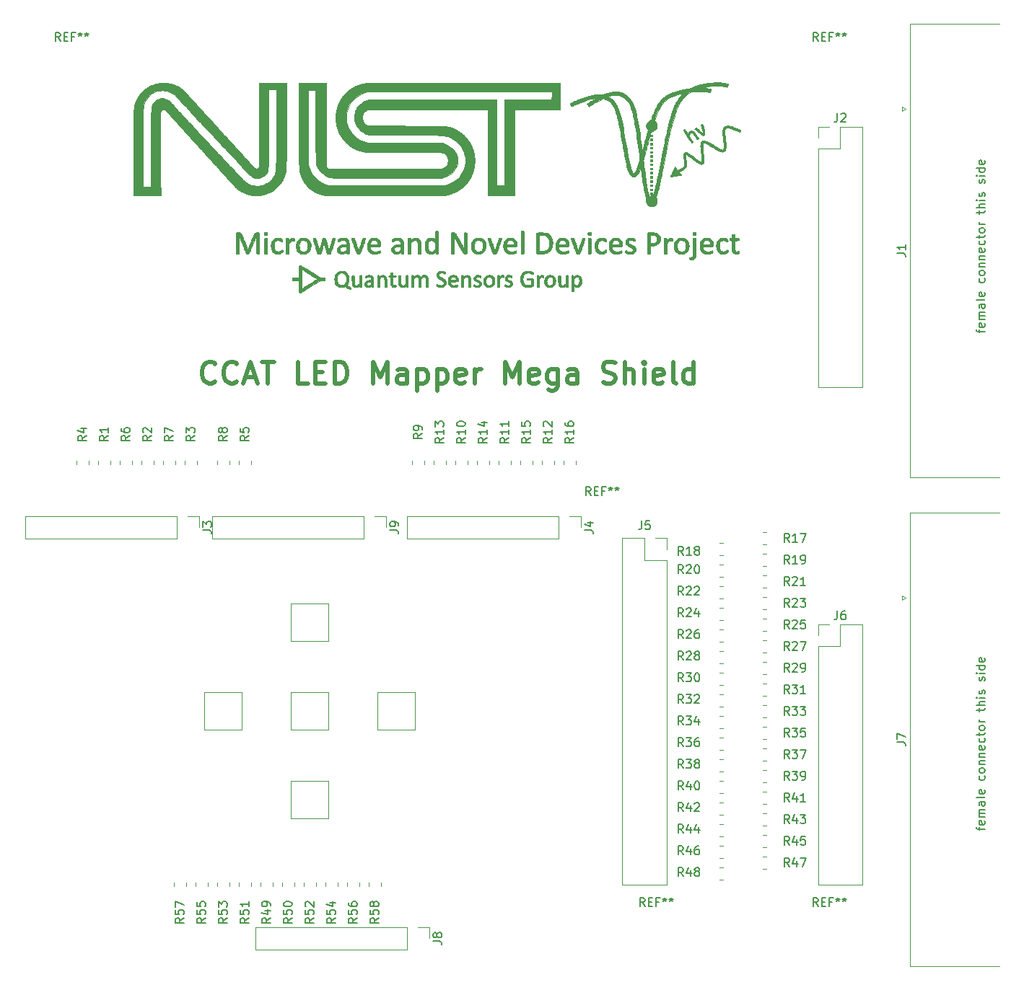
<source format=gbr>
%TF.GenerationSoftware,KiCad,Pcbnew,(6.0.5-0)*%
%TF.CreationDate,2022-11-03T10:05:23-06:00*%
%TF.ProjectId,mega_led_mapper_shield,6d656761-5f6c-4656-945f-6d6170706572,rev?*%
%TF.SameCoordinates,Original*%
%TF.FileFunction,Legend,Top*%
%TF.FilePolarity,Positive*%
%FSLAX46Y46*%
G04 Gerber Fmt 4.6, Leading zero omitted, Abs format (unit mm)*
G04 Created by KiCad (PCBNEW (6.0.5-0)) date 2022-11-03 10:05:23*
%MOMM*%
%LPD*%
G01*
G04 APERTURE LIST*
%ADD10C,0.150000*%
%ADD11C,0.508000*%
%ADD12C,0.010000*%
%ADD13C,0.120000*%
G04 APERTURE END LIST*
D10*
X103925714Y33013333D02*
X103925714Y33394285D01*
X104592380Y33156190D02*
X103735238Y33156190D01*
X103640000Y33203809D01*
X103592380Y33299047D01*
X103592380Y33394285D01*
X104544761Y34108571D02*
X104592380Y34013333D01*
X104592380Y33822857D01*
X104544761Y33727619D01*
X104449523Y33680000D01*
X104068571Y33680000D01*
X103973333Y33727619D01*
X103925714Y33822857D01*
X103925714Y34013333D01*
X103973333Y34108571D01*
X104068571Y34156190D01*
X104163809Y34156190D01*
X104259047Y33680000D01*
X104592380Y34584761D02*
X103925714Y34584761D01*
X104020952Y34584761D02*
X103973333Y34632380D01*
X103925714Y34727619D01*
X103925714Y34870476D01*
X103973333Y34965714D01*
X104068571Y35013333D01*
X104592380Y35013333D01*
X104068571Y35013333D02*
X103973333Y35060952D01*
X103925714Y35156190D01*
X103925714Y35299047D01*
X103973333Y35394285D01*
X104068571Y35441904D01*
X104592380Y35441904D01*
X104592380Y36346666D02*
X104068571Y36346666D01*
X103973333Y36299047D01*
X103925714Y36203809D01*
X103925714Y36013333D01*
X103973333Y35918095D01*
X104544761Y36346666D02*
X104592380Y36251428D01*
X104592380Y36013333D01*
X104544761Y35918095D01*
X104449523Y35870476D01*
X104354285Y35870476D01*
X104259047Y35918095D01*
X104211428Y36013333D01*
X104211428Y36251428D01*
X104163809Y36346666D01*
X104592380Y36965714D02*
X104544761Y36870476D01*
X104449523Y36822857D01*
X103592380Y36822857D01*
X104544761Y37727619D02*
X104592380Y37632380D01*
X104592380Y37441904D01*
X104544761Y37346666D01*
X104449523Y37299047D01*
X104068571Y37299047D01*
X103973333Y37346666D01*
X103925714Y37441904D01*
X103925714Y37632380D01*
X103973333Y37727619D01*
X104068571Y37775238D01*
X104163809Y37775238D01*
X104259047Y37299047D01*
X104544761Y39394285D02*
X104592380Y39299047D01*
X104592380Y39108571D01*
X104544761Y39013333D01*
X104497142Y38965714D01*
X104401904Y38918095D01*
X104116190Y38918095D01*
X104020952Y38965714D01*
X103973333Y39013333D01*
X103925714Y39108571D01*
X103925714Y39299047D01*
X103973333Y39394285D01*
X104592380Y39965714D02*
X104544761Y39870476D01*
X104497142Y39822857D01*
X104401904Y39775238D01*
X104116190Y39775238D01*
X104020952Y39822857D01*
X103973333Y39870476D01*
X103925714Y39965714D01*
X103925714Y40108571D01*
X103973333Y40203809D01*
X104020952Y40251428D01*
X104116190Y40299047D01*
X104401904Y40299047D01*
X104497142Y40251428D01*
X104544761Y40203809D01*
X104592380Y40108571D01*
X104592380Y39965714D01*
X103925714Y40727619D02*
X104592380Y40727619D01*
X104020952Y40727619D02*
X103973333Y40775238D01*
X103925714Y40870476D01*
X103925714Y41013333D01*
X103973333Y41108571D01*
X104068571Y41156190D01*
X104592380Y41156190D01*
X103925714Y41632380D02*
X104592380Y41632380D01*
X104020952Y41632380D02*
X103973333Y41680000D01*
X103925714Y41775238D01*
X103925714Y41918095D01*
X103973333Y42013333D01*
X104068571Y42060952D01*
X104592380Y42060952D01*
X104544761Y42918095D02*
X104592380Y42822857D01*
X104592380Y42632380D01*
X104544761Y42537142D01*
X104449523Y42489523D01*
X104068571Y42489523D01*
X103973333Y42537142D01*
X103925714Y42632380D01*
X103925714Y42822857D01*
X103973333Y42918095D01*
X104068571Y42965714D01*
X104163809Y42965714D01*
X104259047Y42489523D01*
X104544761Y43822857D02*
X104592380Y43727619D01*
X104592380Y43537142D01*
X104544761Y43441904D01*
X104497142Y43394285D01*
X104401904Y43346666D01*
X104116190Y43346666D01*
X104020952Y43394285D01*
X103973333Y43441904D01*
X103925714Y43537142D01*
X103925714Y43727619D01*
X103973333Y43822857D01*
X103925714Y44108571D02*
X103925714Y44489523D01*
X103592380Y44251428D02*
X104449523Y44251428D01*
X104544761Y44299047D01*
X104592380Y44394285D01*
X104592380Y44489523D01*
X104592380Y44965714D02*
X104544761Y44870476D01*
X104497142Y44822857D01*
X104401904Y44775238D01*
X104116190Y44775238D01*
X104020952Y44822857D01*
X103973333Y44870476D01*
X103925714Y44965714D01*
X103925714Y45108571D01*
X103973333Y45203809D01*
X104020952Y45251428D01*
X104116190Y45299047D01*
X104401904Y45299047D01*
X104497142Y45251428D01*
X104544761Y45203809D01*
X104592380Y45108571D01*
X104592380Y44965714D01*
X104592380Y45727619D02*
X103925714Y45727619D01*
X104116190Y45727619D02*
X104020952Y45775238D01*
X103973333Y45822857D01*
X103925714Y45918095D01*
X103925714Y46013333D01*
X103925714Y46965714D02*
X103925714Y47346666D01*
X103592380Y47108571D02*
X104449523Y47108571D01*
X104544761Y47156190D01*
X104592380Y47251428D01*
X104592380Y47346666D01*
X104592380Y47680000D02*
X103592380Y47680000D01*
X104592380Y48108571D02*
X104068571Y48108571D01*
X103973333Y48060952D01*
X103925714Y47965714D01*
X103925714Y47822857D01*
X103973333Y47727619D01*
X104020952Y47680000D01*
X104592380Y48584761D02*
X103925714Y48584761D01*
X103592380Y48584761D02*
X103640000Y48537142D01*
X103687619Y48584761D01*
X103640000Y48632380D01*
X103592380Y48584761D01*
X103687619Y48584761D01*
X104544761Y49013333D02*
X104592380Y49108571D01*
X104592380Y49299047D01*
X104544761Y49394285D01*
X104449523Y49441904D01*
X104401904Y49441904D01*
X104306666Y49394285D01*
X104259047Y49299047D01*
X104259047Y49156190D01*
X104211428Y49060952D01*
X104116190Y49013333D01*
X104068571Y49013333D01*
X103973333Y49060952D01*
X103925714Y49156190D01*
X103925714Y49299047D01*
X103973333Y49394285D01*
X104544761Y50584761D02*
X104592380Y50680000D01*
X104592380Y50870476D01*
X104544761Y50965714D01*
X104449523Y51013333D01*
X104401904Y51013333D01*
X104306666Y50965714D01*
X104259047Y50870476D01*
X104259047Y50727619D01*
X104211428Y50632380D01*
X104116190Y50584761D01*
X104068571Y50584761D01*
X103973333Y50632380D01*
X103925714Y50727619D01*
X103925714Y50870476D01*
X103973333Y50965714D01*
X104592380Y51441904D02*
X103925714Y51441904D01*
X103592380Y51441904D02*
X103640000Y51394285D01*
X103687619Y51441904D01*
X103640000Y51489523D01*
X103592380Y51441904D01*
X103687619Y51441904D01*
X104592380Y52346666D02*
X103592380Y52346666D01*
X104544761Y52346666D02*
X104592380Y52251428D01*
X104592380Y52060952D01*
X104544761Y51965714D01*
X104497142Y51918095D01*
X104401904Y51870476D01*
X104116190Y51870476D01*
X104020952Y51918095D01*
X103973333Y51965714D01*
X103925714Y52060952D01*
X103925714Y52251428D01*
X103973333Y52346666D01*
X104544761Y53203809D02*
X104592380Y53108571D01*
X104592380Y52918095D01*
X104544761Y52822857D01*
X104449523Y52775238D01*
X104068571Y52775238D01*
X103973333Y52822857D01*
X103925714Y52918095D01*
X103925714Y53108571D01*
X103973333Y53203809D01*
X104068571Y53251428D01*
X104163809Y53251428D01*
X104259047Y52775238D01*
X103925714Y-25406666D02*
X103925714Y-25025714D01*
X104592380Y-25263809D02*
X103735238Y-25263809D01*
X103640000Y-25216190D01*
X103592380Y-25120952D01*
X103592380Y-25025714D01*
X104544761Y-24311428D02*
X104592380Y-24406666D01*
X104592380Y-24597142D01*
X104544761Y-24692380D01*
X104449523Y-24740000D01*
X104068571Y-24740000D01*
X103973333Y-24692380D01*
X103925714Y-24597142D01*
X103925714Y-24406666D01*
X103973333Y-24311428D01*
X104068571Y-24263809D01*
X104163809Y-24263809D01*
X104259047Y-24740000D01*
X104592380Y-23835238D02*
X103925714Y-23835238D01*
X104020952Y-23835238D02*
X103973333Y-23787619D01*
X103925714Y-23692380D01*
X103925714Y-23549523D01*
X103973333Y-23454285D01*
X104068571Y-23406666D01*
X104592380Y-23406666D01*
X104068571Y-23406666D02*
X103973333Y-23359047D01*
X103925714Y-23263809D01*
X103925714Y-23120952D01*
X103973333Y-23025714D01*
X104068571Y-22978095D01*
X104592380Y-22978095D01*
X104592380Y-22073333D02*
X104068571Y-22073333D01*
X103973333Y-22120952D01*
X103925714Y-22216190D01*
X103925714Y-22406666D01*
X103973333Y-22501904D01*
X104544761Y-22073333D02*
X104592380Y-22168571D01*
X104592380Y-22406666D01*
X104544761Y-22501904D01*
X104449523Y-22549523D01*
X104354285Y-22549523D01*
X104259047Y-22501904D01*
X104211428Y-22406666D01*
X104211428Y-22168571D01*
X104163809Y-22073333D01*
X104592380Y-21454285D02*
X104544761Y-21549523D01*
X104449523Y-21597142D01*
X103592380Y-21597142D01*
X104544761Y-20692380D02*
X104592380Y-20787619D01*
X104592380Y-20978095D01*
X104544761Y-21073333D01*
X104449523Y-21120952D01*
X104068571Y-21120952D01*
X103973333Y-21073333D01*
X103925714Y-20978095D01*
X103925714Y-20787619D01*
X103973333Y-20692380D01*
X104068571Y-20644761D01*
X104163809Y-20644761D01*
X104259047Y-21120952D01*
X104544761Y-19025714D02*
X104592380Y-19120952D01*
X104592380Y-19311428D01*
X104544761Y-19406666D01*
X104497142Y-19454285D01*
X104401904Y-19501904D01*
X104116190Y-19501904D01*
X104020952Y-19454285D01*
X103973333Y-19406666D01*
X103925714Y-19311428D01*
X103925714Y-19120952D01*
X103973333Y-19025714D01*
X104592380Y-18454285D02*
X104544761Y-18549523D01*
X104497142Y-18597142D01*
X104401904Y-18644761D01*
X104116190Y-18644761D01*
X104020952Y-18597142D01*
X103973333Y-18549523D01*
X103925714Y-18454285D01*
X103925714Y-18311428D01*
X103973333Y-18216190D01*
X104020952Y-18168571D01*
X104116190Y-18120952D01*
X104401904Y-18120952D01*
X104497142Y-18168571D01*
X104544761Y-18216190D01*
X104592380Y-18311428D01*
X104592380Y-18454285D01*
X103925714Y-17692380D02*
X104592380Y-17692380D01*
X104020952Y-17692380D02*
X103973333Y-17644761D01*
X103925714Y-17549523D01*
X103925714Y-17406666D01*
X103973333Y-17311428D01*
X104068571Y-17263809D01*
X104592380Y-17263809D01*
X103925714Y-16787619D02*
X104592380Y-16787619D01*
X104020952Y-16787619D02*
X103973333Y-16740000D01*
X103925714Y-16644761D01*
X103925714Y-16501904D01*
X103973333Y-16406666D01*
X104068571Y-16359047D01*
X104592380Y-16359047D01*
X104544761Y-15501904D02*
X104592380Y-15597142D01*
X104592380Y-15787619D01*
X104544761Y-15882857D01*
X104449523Y-15930476D01*
X104068571Y-15930476D01*
X103973333Y-15882857D01*
X103925714Y-15787619D01*
X103925714Y-15597142D01*
X103973333Y-15501904D01*
X104068571Y-15454285D01*
X104163809Y-15454285D01*
X104259047Y-15930476D01*
X104544761Y-14597142D02*
X104592380Y-14692380D01*
X104592380Y-14882857D01*
X104544761Y-14978095D01*
X104497142Y-15025714D01*
X104401904Y-15073333D01*
X104116190Y-15073333D01*
X104020952Y-15025714D01*
X103973333Y-14978095D01*
X103925714Y-14882857D01*
X103925714Y-14692380D01*
X103973333Y-14597142D01*
X103925714Y-14311428D02*
X103925714Y-13930476D01*
X103592380Y-14168571D02*
X104449523Y-14168571D01*
X104544761Y-14120952D01*
X104592380Y-14025714D01*
X104592380Y-13930476D01*
X104592380Y-13454285D02*
X104544761Y-13549523D01*
X104497142Y-13597142D01*
X104401904Y-13644761D01*
X104116190Y-13644761D01*
X104020952Y-13597142D01*
X103973333Y-13549523D01*
X103925714Y-13454285D01*
X103925714Y-13311428D01*
X103973333Y-13216190D01*
X104020952Y-13168571D01*
X104116190Y-13120952D01*
X104401904Y-13120952D01*
X104497142Y-13168571D01*
X104544761Y-13216190D01*
X104592380Y-13311428D01*
X104592380Y-13454285D01*
X104592380Y-12692380D02*
X103925714Y-12692380D01*
X104116190Y-12692380D02*
X104020952Y-12644761D01*
X103973333Y-12597142D01*
X103925714Y-12501904D01*
X103925714Y-12406666D01*
X103925714Y-11454285D02*
X103925714Y-11073333D01*
X103592380Y-11311428D02*
X104449523Y-11311428D01*
X104544761Y-11263809D01*
X104592380Y-11168571D01*
X104592380Y-11073333D01*
X104592380Y-10740000D02*
X103592380Y-10740000D01*
X104592380Y-10311428D02*
X104068571Y-10311428D01*
X103973333Y-10359047D01*
X103925714Y-10454285D01*
X103925714Y-10597142D01*
X103973333Y-10692380D01*
X104020952Y-10740000D01*
X104592380Y-9835238D02*
X103925714Y-9835238D01*
X103592380Y-9835238D02*
X103640000Y-9882857D01*
X103687619Y-9835238D01*
X103640000Y-9787619D01*
X103592380Y-9835238D01*
X103687619Y-9835238D01*
X104544761Y-9406666D02*
X104592380Y-9311428D01*
X104592380Y-9120952D01*
X104544761Y-9025714D01*
X104449523Y-8978095D01*
X104401904Y-8978095D01*
X104306666Y-9025714D01*
X104259047Y-9120952D01*
X104259047Y-9263809D01*
X104211428Y-9359047D01*
X104116190Y-9406666D01*
X104068571Y-9406666D01*
X103973333Y-9359047D01*
X103925714Y-9263809D01*
X103925714Y-9120952D01*
X103973333Y-9025714D01*
X104544761Y-7835238D02*
X104592380Y-7740000D01*
X104592380Y-7549523D01*
X104544761Y-7454285D01*
X104449523Y-7406666D01*
X104401904Y-7406666D01*
X104306666Y-7454285D01*
X104259047Y-7549523D01*
X104259047Y-7692380D01*
X104211428Y-7787619D01*
X104116190Y-7835238D01*
X104068571Y-7835238D01*
X103973333Y-7787619D01*
X103925714Y-7692380D01*
X103925714Y-7549523D01*
X103973333Y-7454285D01*
X104592380Y-6978095D02*
X103925714Y-6978095D01*
X103592380Y-6978095D02*
X103640000Y-7025714D01*
X103687619Y-6978095D01*
X103640000Y-6930476D01*
X103592380Y-6978095D01*
X103687619Y-6978095D01*
X104592380Y-6073333D02*
X103592380Y-6073333D01*
X104544761Y-6073333D02*
X104592380Y-6168571D01*
X104592380Y-6359047D01*
X104544761Y-6454285D01*
X104497142Y-6501904D01*
X104401904Y-6549523D01*
X104116190Y-6549523D01*
X104020952Y-6501904D01*
X103973333Y-6454285D01*
X103925714Y-6359047D01*
X103925714Y-6168571D01*
X103973333Y-6073333D01*
X104544761Y-5216190D02*
X104592380Y-5311428D01*
X104592380Y-5501904D01*
X104544761Y-5597142D01*
X104449523Y-5644761D01*
X104068571Y-5644761D01*
X103973333Y-5597142D01*
X103925714Y-5501904D01*
X103925714Y-5311428D01*
X103973333Y-5216190D01*
X104068571Y-5168571D01*
X104163809Y-5168571D01*
X104259047Y-5644761D01*
D11*
X14320761Y27286857D02*
X14199809Y27165904D01*
X13836952Y27044952D01*
X13595047Y27044952D01*
X13232190Y27165904D01*
X12990285Y27407809D01*
X12869333Y27649714D01*
X12748380Y28133523D01*
X12748380Y28496380D01*
X12869333Y28980190D01*
X12990285Y29222095D01*
X13232190Y29464000D01*
X13595047Y29584952D01*
X13836952Y29584952D01*
X14199809Y29464000D01*
X14320761Y29343047D01*
X16860761Y27286857D02*
X16739809Y27165904D01*
X16376952Y27044952D01*
X16135047Y27044952D01*
X15772190Y27165904D01*
X15530285Y27407809D01*
X15409333Y27649714D01*
X15288380Y28133523D01*
X15288380Y28496380D01*
X15409333Y28980190D01*
X15530285Y29222095D01*
X15772190Y29464000D01*
X16135047Y29584952D01*
X16376952Y29584952D01*
X16739809Y29464000D01*
X16860761Y29343047D01*
X17828380Y27770666D02*
X19037904Y27770666D01*
X17586476Y27044952D02*
X18433142Y29584952D01*
X19279809Y27044952D01*
X19763619Y29584952D02*
X21215047Y29584952D01*
X20489333Y27044952D02*
X20489333Y29584952D01*
X25206476Y27044952D02*
X23996952Y27044952D01*
X23996952Y29584952D01*
X26053142Y28375428D02*
X26899809Y28375428D01*
X27262666Y27044952D02*
X26053142Y27044952D01*
X26053142Y29584952D01*
X27262666Y29584952D01*
X28351238Y27044952D02*
X28351238Y29584952D01*
X28955999Y29584952D01*
X29318857Y29464000D01*
X29560761Y29222095D01*
X29681714Y28980190D01*
X29802666Y28496380D01*
X29802666Y28133523D01*
X29681714Y27649714D01*
X29560761Y27407809D01*
X29318857Y27165904D01*
X28955999Y27044952D01*
X28351238Y27044952D01*
X32826476Y27044952D02*
X32826476Y29584952D01*
X33673142Y27770666D01*
X34519809Y29584952D01*
X34519809Y27044952D01*
X36817904Y27044952D02*
X36817904Y28375428D01*
X36696952Y28617333D01*
X36455047Y28738285D01*
X35971238Y28738285D01*
X35729333Y28617333D01*
X36817904Y27165904D02*
X36576000Y27044952D01*
X35971238Y27044952D01*
X35729333Y27165904D01*
X35608380Y27407809D01*
X35608380Y27649714D01*
X35729333Y27891619D01*
X35971238Y28012571D01*
X36576000Y28012571D01*
X36817904Y28133523D01*
X38027428Y28738285D02*
X38027428Y26198285D01*
X38027428Y28617333D02*
X38269333Y28738285D01*
X38753142Y28738285D01*
X38995047Y28617333D01*
X39116000Y28496380D01*
X39236952Y28254476D01*
X39236952Y27528761D01*
X39116000Y27286857D01*
X38995047Y27165904D01*
X38753142Y27044952D01*
X38269333Y27044952D01*
X38027428Y27165904D01*
X40325523Y28738285D02*
X40325523Y26198285D01*
X40325523Y28617333D02*
X40567428Y28738285D01*
X41051238Y28738285D01*
X41293142Y28617333D01*
X41414095Y28496380D01*
X41535047Y28254476D01*
X41535047Y27528761D01*
X41414095Y27286857D01*
X41293142Y27165904D01*
X41051238Y27044952D01*
X40567428Y27044952D01*
X40325523Y27165904D01*
X43591238Y27165904D02*
X43349333Y27044952D01*
X42865523Y27044952D01*
X42623619Y27165904D01*
X42502666Y27407809D01*
X42502666Y28375428D01*
X42623619Y28617333D01*
X42865523Y28738285D01*
X43349333Y28738285D01*
X43591238Y28617333D01*
X43712190Y28375428D01*
X43712190Y28133523D01*
X42502666Y27891619D01*
X44800761Y27044952D02*
X44800761Y28738285D01*
X44800761Y28254476D02*
X44921714Y28496380D01*
X45042666Y28617333D01*
X45284571Y28738285D01*
X45526476Y28738285D01*
X48308380Y27044952D02*
X48308380Y29584952D01*
X49155047Y27770666D01*
X50001714Y29584952D01*
X50001714Y27044952D01*
X52178857Y27165904D02*
X51936952Y27044952D01*
X51453142Y27044952D01*
X51211238Y27165904D01*
X51090285Y27407809D01*
X51090285Y28375428D01*
X51211238Y28617333D01*
X51453142Y28738285D01*
X51936952Y28738285D01*
X52178857Y28617333D01*
X52299809Y28375428D01*
X52299809Y28133523D01*
X51090285Y27891619D01*
X54476952Y28738285D02*
X54476952Y26682095D01*
X54356000Y26440190D01*
X54235047Y26319238D01*
X53993142Y26198285D01*
X53630285Y26198285D01*
X53388380Y26319238D01*
X54476952Y27165904D02*
X54235047Y27044952D01*
X53751238Y27044952D01*
X53509333Y27165904D01*
X53388380Y27286857D01*
X53267428Y27528761D01*
X53267428Y28254476D01*
X53388380Y28496380D01*
X53509333Y28617333D01*
X53751238Y28738285D01*
X54235047Y28738285D01*
X54476952Y28617333D01*
X56775047Y27044952D02*
X56775047Y28375428D01*
X56654095Y28617333D01*
X56412190Y28738285D01*
X55928380Y28738285D01*
X55686476Y28617333D01*
X56775047Y27165904D02*
X56533142Y27044952D01*
X55928380Y27044952D01*
X55686476Y27165904D01*
X55565523Y27407809D01*
X55565523Y27649714D01*
X55686476Y27891619D01*
X55928380Y28012571D01*
X56533142Y28012571D01*
X56775047Y28133523D01*
X59798857Y27165904D02*
X60161714Y27044952D01*
X60766476Y27044952D01*
X61008380Y27165904D01*
X61129333Y27286857D01*
X61250285Y27528761D01*
X61250285Y27770666D01*
X61129333Y28012571D01*
X61008380Y28133523D01*
X60766476Y28254476D01*
X60282666Y28375428D01*
X60040761Y28496380D01*
X59919809Y28617333D01*
X59798857Y28859238D01*
X59798857Y29101142D01*
X59919809Y29343047D01*
X60040761Y29464000D01*
X60282666Y29584952D01*
X60887428Y29584952D01*
X61250285Y29464000D01*
X62338857Y27044952D02*
X62338857Y29584952D01*
X63427428Y27044952D02*
X63427428Y28375428D01*
X63306476Y28617333D01*
X63064571Y28738285D01*
X62701714Y28738285D01*
X62459809Y28617333D01*
X62338857Y28496380D01*
X64636952Y27044952D02*
X64636952Y28738285D01*
X64636952Y29584952D02*
X64516000Y29464000D01*
X64636952Y29343047D01*
X64757904Y29464000D01*
X64636952Y29584952D01*
X64636952Y29343047D01*
X66814095Y27165904D02*
X66572190Y27044952D01*
X66088380Y27044952D01*
X65846476Y27165904D01*
X65725523Y27407809D01*
X65725523Y28375428D01*
X65846476Y28617333D01*
X66088380Y28738285D01*
X66572190Y28738285D01*
X66814095Y28617333D01*
X66935047Y28375428D01*
X66935047Y28133523D01*
X65725523Y27891619D01*
X68386476Y27044952D02*
X68144571Y27165904D01*
X68023619Y27407809D01*
X68023619Y29584952D01*
X70442666Y27044952D02*
X70442666Y29584952D01*
X70442666Y27165904D02*
X70200761Y27044952D01*
X69716952Y27044952D01*
X69475047Y27165904D01*
X69354095Y27286857D01*
X69233142Y27528761D01*
X69233142Y28254476D01*
X69354095Y28496380D01*
X69475047Y28617333D01*
X69716952Y28738285D01*
X70200761Y28738285D01*
X70442666Y28617333D01*
D10*
%TO.C,R47*%
X81653142Y-29662380D02*
X81319809Y-29186190D01*
X81081714Y-29662380D02*
X81081714Y-28662380D01*
X81462666Y-28662380D01*
X81557904Y-28710000D01*
X81605523Y-28757619D01*
X81653142Y-28852857D01*
X81653142Y-28995714D01*
X81605523Y-29090952D01*
X81557904Y-29138571D01*
X81462666Y-29186190D01*
X81081714Y-29186190D01*
X82510285Y-28995714D02*
X82510285Y-29662380D01*
X82272190Y-28614761D02*
X82034095Y-29329047D01*
X82653142Y-29329047D01*
X82938857Y-28662380D02*
X83605523Y-28662380D01*
X83176952Y-29662380D01*
%TO.C,REF\u002A\u002A*%
X85026666Y-34352380D02*
X84693333Y-33876190D01*
X84455238Y-34352380D02*
X84455238Y-33352380D01*
X84836190Y-33352380D01*
X84931428Y-33400000D01*
X84979047Y-33447619D01*
X85026666Y-33542857D01*
X85026666Y-33685714D01*
X84979047Y-33780952D01*
X84931428Y-33828571D01*
X84836190Y-33876190D01*
X84455238Y-33876190D01*
X85455238Y-33828571D02*
X85788571Y-33828571D01*
X85931428Y-34352380D02*
X85455238Y-34352380D01*
X85455238Y-33352380D01*
X85931428Y-33352380D01*
X86693333Y-33828571D02*
X86360000Y-33828571D01*
X86360000Y-34352380D02*
X86360000Y-33352380D01*
X86836190Y-33352380D01*
X87360000Y-33352380D02*
X87360000Y-33590476D01*
X87121904Y-33495238D02*
X87360000Y-33590476D01*
X87598095Y-33495238D01*
X87217142Y-33780952D02*
X87360000Y-33590476D01*
X87502857Y-33780952D01*
X88121904Y-33352380D02*
X88121904Y-33590476D01*
X87883809Y-33495238D02*
X88121904Y-33590476D01*
X88360000Y-33495238D01*
X87979047Y-33780952D02*
X88121904Y-33590476D01*
X88264761Y-33780952D01*
X85026666Y67247619D02*
X84693333Y67723809D01*
X84455238Y67247619D02*
X84455238Y68247619D01*
X84836190Y68247619D01*
X84931428Y68200000D01*
X84979047Y68152380D01*
X85026666Y68057142D01*
X85026666Y67914285D01*
X84979047Y67819047D01*
X84931428Y67771428D01*
X84836190Y67723809D01*
X84455238Y67723809D01*
X85455238Y67771428D02*
X85788571Y67771428D01*
X85931428Y67247619D02*
X85455238Y67247619D01*
X85455238Y68247619D01*
X85931428Y68247619D01*
X86693333Y67771428D02*
X86360000Y67771428D01*
X86360000Y67247619D02*
X86360000Y68247619D01*
X86836190Y68247619D01*
X87360000Y68247619D02*
X87360000Y68009523D01*
X87121904Y68104761D02*
X87360000Y68009523D01*
X87598095Y68104761D01*
X87217142Y67819047D02*
X87360000Y68009523D01*
X87502857Y67819047D01*
X88121904Y68247619D02*
X88121904Y68009523D01*
X87883809Y68104761D02*
X88121904Y68009523D01*
X88360000Y68104761D01*
X87979047Y67819047D02*
X88121904Y68009523D01*
X88264761Y67819047D01*
X-3873333Y67247619D02*
X-4206666Y67723809D01*
X-4444761Y67247619D02*
X-4444761Y68247619D01*
X-4063809Y68247619D01*
X-3968571Y68200000D01*
X-3920952Y68152380D01*
X-3873333Y68057142D01*
X-3873333Y67914285D01*
X-3920952Y67819047D01*
X-3968571Y67771428D01*
X-4063809Y67723809D01*
X-4444761Y67723809D01*
X-3444761Y67771428D02*
X-3111428Y67771428D01*
X-2968571Y67247619D02*
X-3444761Y67247619D01*
X-3444761Y68247619D01*
X-2968571Y68247619D01*
X-2206666Y67771428D02*
X-2540000Y67771428D01*
X-2540000Y67247619D02*
X-2540000Y68247619D01*
X-2063809Y68247619D01*
X-1540000Y68247619D02*
X-1540000Y68009523D01*
X-1778095Y68104761D02*
X-1540000Y68009523D01*
X-1301904Y68104761D01*
X-1682857Y67819047D02*
X-1540000Y68009523D01*
X-1397142Y67819047D01*
X-778095Y68247619D02*
X-778095Y68009523D01*
X-1016190Y68104761D02*
X-778095Y68009523D01*
X-540000Y68104761D01*
X-920952Y67819047D02*
X-778095Y68009523D01*
X-635238Y67819047D01*
X58356666Y13907619D02*
X58023333Y14383809D01*
X57785238Y13907619D02*
X57785238Y14907619D01*
X58166190Y14907619D01*
X58261428Y14860000D01*
X58309047Y14812380D01*
X58356666Y14717142D01*
X58356666Y14574285D01*
X58309047Y14479047D01*
X58261428Y14431428D01*
X58166190Y14383809D01*
X57785238Y14383809D01*
X58785238Y14431428D02*
X59118571Y14431428D01*
X59261428Y13907619D02*
X58785238Y13907619D01*
X58785238Y14907619D01*
X59261428Y14907619D01*
X60023333Y14431428D02*
X59690000Y14431428D01*
X59690000Y13907619D02*
X59690000Y14907619D01*
X60166190Y14907619D01*
X60690000Y14907619D02*
X60690000Y14669523D01*
X60451904Y14764761D02*
X60690000Y14669523D01*
X60928095Y14764761D01*
X60547142Y14479047D02*
X60690000Y14669523D01*
X60832857Y14479047D01*
X61451904Y14907619D02*
X61451904Y14669523D01*
X61213809Y14764761D02*
X61451904Y14669523D01*
X61690000Y14764761D01*
X61309047Y14479047D02*
X61451904Y14669523D01*
X61594761Y14479047D01*
X64706666Y-34352380D02*
X64373333Y-33876190D01*
X64135238Y-34352380D02*
X64135238Y-33352380D01*
X64516190Y-33352380D01*
X64611428Y-33400000D01*
X64659047Y-33447619D01*
X64706666Y-33542857D01*
X64706666Y-33685714D01*
X64659047Y-33780952D01*
X64611428Y-33828571D01*
X64516190Y-33876190D01*
X64135238Y-33876190D01*
X65135238Y-33828571D02*
X65468571Y-33828571D01*
X65611428Y-34352380D02*
X65135238Y-34352380D01*
X65135238Y-33352380D01*
X65611428Y-33352380D01*
X66373333Y-33828571D02*
X66040000Y-33828571D01*
X66040000Y-34352380D02*
X66040000Y-33352380D01*
X66516190Y-33352380D01*
X67040000Y-33352380D02*
X67040000Y-33590476D01*
X66801904Y-33495238D02*
X67040000Y-33590476D01*
X67278095Y-33495238D01*
X66897142Y-33780952D02*
X67040000Y-33590476D01*
X67182857Y-33780952D01*
X67801904Y-33352380D02*
X67801904Y-33590476D01*
X67563809Y-33495238D02*
X67801904Y-33590476D01*
X68040000Y-33495238D01*
X67659047Y-33780952D02*
X67801904Y-33590476D01*
X67944761Y-33780952D01*
%TO.C,R24*%
X69207142Y-326380D02*
X68873809Y149809D01*
X68635714Y-326380D02*
X68635714Y673619D01*
X69016666Y673619D01*
X69111904Y626000D01*
X69159523Y578380D01*
X69207142Y483142D01*
X69207142Y340285D01*
X69159523Y245047D01*
X69111904Y197428D01*
X69016666Y149809D01*
X68635714Y149809D01*
X69588095Y578380D02*
X69635714Y626000D01*
X69730952Y673619D01*
X69969047Y673619D01*
X70064285Y626000D01*
X70111904Y578380D01*
X70159523Y483142D01*
X70159523Y387904D01*
X70111904Y245047D01*
X69540476Y-326380D01*
X70159523Y-326380D01*
X71016666Y340285D02*
X71016666Y-326380D01*
X70778571Y721238D02*
X70540476Y6952D01*
X71159523Y6952D01*
%TO.C,R58*%
X33472380Y-35694857D02*
X32996190Y-36028190D01*
X33472380Y-36266285D02*
X32472380Y-36266285D01*
X32472380Y-35885333D01*
X32520000Y-35790095D01*
X32567619Y-35742476D01*
X32662857Y-35694857D01*
X32805714Y-35694857D01*
X32900952Y-35742476D01*
X32948571Y-35790095D01*
X32996190Y-35885333D01*
X32996190Y-36266285D01*
X32472380Y-34790095D02*
X32472380Y-35266285D01*
X32948571Y-35313904D01*
X32900952Y-35266285D01*
X32853333Y-35171047D01*
X32853333Y-34932952D01*
X32900952Y-34837714D01*
X32948571Y-34790095D01*
X33043809Y-34742476D01*
X33281904Y-34742476D01*
X33377142Y-34790095D01*
X33424761Y-34837714D01*
X33472380Y-34932952D01*
X33472380Y-35171047D01*
X33424761Y-35266285D01*
X33377142Y-35313904D01*
X32900952Y-34171047D02*
X32853333Y-34266285D01*
X32805714Y-34313904D01*
X32710476Y-34361523D01*
X32662857Y-34361523D01*
X32567619Y-34313904D01*
X32520000Y-34266285D01*
X32472380Y-34171047D01*
X32472380Y-33980571D01*
X32520000Y-33885333D01*
X32567619Y-33837714D01*
X32662857Y-33790095D01*
X32710476Y-33790095D01*
X32805714Y-33837714D01*
X32853333Y-33885333D01*
X32900952Y-33980571D01*
X32900952Y-34171047D01*
X32948571Y-34266285D01*
X32996190Y-34313904D01*
X33091428Y-34361523D01*
X33281904Y-34361523D01*
X33377142Y-34313904D01*
X33424761Y-34266285D01*
X33472380Y-34171047D01*
X33472380Y-33980571D01*
X33424761Y-33885333D01*
X33377142Y-33837714D01*
X33281904Y-33790095D01*
X33091428Y-33790095D01*
X32996190Y-33837714D01*
X32948571Y-33885333D01*
X32900952Y-33980571D01*
%TO.C,R36*%
X69207142Y-15566380D02*
X68873809Y-15090190D01*
X68635714Y-15566380D02*
X68635714Y-14566380D01*
X69016666Y-14566380D01*
X69111904Y-14614000D01*
X69159523Y-14661619D01*
X69207142Y-14756857D01*
X69207142Y-14899714D01*
X69159523Y-14994952D01*
X69111904Y-15042571D01*
X69016666Y-15090190D01*
X68635714Y-15090190D01*
X69540476Y-14566380D02*
X70159523Y-14566380D01*
X69826190Y-14947333D01*
X69969047Y-14947333D01*
X70064285Y-14994952D01*
X70111904Y-15042571D01*
X70159523Y-15137809D01*
X70159523Y-15375904D01*
X70111904Y-15471142D01*
X70064285Y-15518761D01*
X69969047Y-15566380D01*
X69683333Y-15566380D01*
X69588095Y-15518761D01*
X69540476Y-15471142D01*
X71016666Y-14566380D02*
X70826190Y-14566380D01*
X70730952Y-14614000D01*
X70683333Y-14661619D01*
X70588095Y-14804476D01*
X70540476Y-14994952D01*
X70540476Y-15375904D01*
X70588095Y-15471142D01*
X70635714Y-15518761D01*
X70730952Y-15566380D01*
X70921428Y-15566380D01*
X71016666Y-15518761D01*
X71064285Y-15471142D01*
X71111904Y-15375904D01*
X71111904Y-15137809D01*
X71064285Y-15042571D01*
X71016666Y-14994952D01*
X70921428Y-14947333D01*
X70730952Y-14947333D01*
X70635714Y-14994952D01*
X70588095Y-15042571D01*
X70540476Y-15137809D01*
%TO.C,R28*%
X69207142Y-5406380D02*
X68873809Y-4930190D01*
X68635714Y-5406380D02*
X68635714Y-4406380D01*
X69016666Y-4406380D01*
X69111904Y-4454000D01*
X69159523Y-4501619D01*
X69207142Y-4596857D01*
X69207142Y-4739714D01*
X69159523Y-4834952D01*
X69111904Y-4882571D01*
X69016666Y-4930190D01*
X68635714Y-4930190D01*
X69588095Y-4501619D02*
X69635714Y-4454000D01*
X69730952Y-4406380D01*
X69969047Y-4406380D01*
X70064285Y-4454000D01*
X70111904Y-4501619D01*
X70159523Y-4596857D01*
X70159523Y-4692095D01*
X70111904Y-4834952D01*
X69540476Y-5406380D01*
X70159523Y-5406380D01*
X70730952Y-4834952D02*
X70635714Y-4787333D01*
X70588095Y-4739714D01*
X70540476Y-4644476D01*
X70540476Y-4596857D01*
X70588095Y-4501619D01*
X70635714Y-4454000D01*
X70730952Y-4406380D01*
X70921428Y-4406380D01*
X71016666Y-4454000D01*
X71064285Y-4501619D01*
X71111904Y-4596857D01*
X71111904Y-4644476D01*
X71064285Y-4739714D01*
X71016666Y-4787333D01*
X70921428Y-4834952D01*
X70730952Y-4834952D01*
X70635714Y-4882571D01*
X70588095Y-4930190D01*
X70540476Y-5025428D01*
X70540476Y-5215904D01*
X70588095Y-5311142D01*
X70635714Y-5358761D01*
X70730952Y-5406380D01*
X70921428Y-5406380D01*
X71016666Y-5358761D01*
X71064285Y-5311142D01*
X71111904Y-5215904D01*
X71111904Y-5025428D01*
X71064285Y-4930190D01*
X71016666Y-4882571D01*
X70921428Y-4834952D01*
%TO.C,R43*%
X81653142Y-24582380D02*
X81319809Y-24106190D01*
X81081714Y-24582380D02*
X81081714Y-23582380D01*
X81462666Y-23582380D01*
X81557904Y-23630000D01*
X81605523Y-23677619D01*
X81653142Y-23772857D01*
X81653142Y-23915714D01*
X81605523Y-24010952D01*
X81557904Y-24058571D01*
X81462666Y-24106190D01*
X81081714Y-24106190D01*
X82510285Y-23915714D02*
X82510285Y-24582380D01*
X82272190Y-23534761D02*
X82034095Y-24249047D01*
X82653142Y-24249047D01*
X82938857Y-23582380D02*
X83557904Y-23582380D01*
X83224571Y-23963333D01*
X83367428Y-23963333D01*
X83462666Y-24010952D01*
X83510285Y-24058571D01*
X83557904Y-24153809D01*
X83557904Y-24391904D01*
X83510285Y-24487142D01*
X83462666Y-24534761D01*
X83367428Y-24582380D01*
X83081714Y-24582380D01*
X82986476Y-24534761D01*
X82938857Y-24487142D01*
%TO.C,R20*%
X69207142Y4753619D02*
X68873809Y5229809D01*
X68635714Y4753619D02*
X68635714Y5753619D01*
X69016666Y5753619D01*
X69111904Y5706000D01*
X69159523Y5658380D01*
X69207142Y5563142D01*
X69207142Y5420285D01*
X69159523Y5325047D01*
X69111904Y5277428D01*
X69016666Y5229809D01*
X68635714Y5229809D01*
X69588095Y5658380D02*
X69635714Y5706000D01*
X69730952Y5753619D01*
X69969047Y5753619D01*
X70064285Y5706000D01*
X70111904Y5658380D01*
X70159523Y5563142D01*
X70159523Y5467904D01*
X70111904Y5325047D01*
X69540476Y4753619D01*
X70159523Y4753619D01*
X70778571Y5753619D02*
X70873809Y5753619D01*
X70969047Y5706000D01*
X71016666Y5658380D01*
X71064285Y5563142D01*
X71111904Y5372666D01*
X71111904Y5134571D01*
X71064285Y4944095D01*
X71016666Y4848857D01*
X70969047Y4801238D01*
X70873809Y4753619D01*
X70778571Y4753619D01*
X70683333Y4801238D01*
X70635714Y4848857D01*
X70588095Y4944095D01*
X70540476Y5134571D01*
X70540476Y5372666D01*
X70588095Y5563142D01*
X70635714Y5658380D01*
X70683333Y5706000D01*
X70778571Y5753619D01*
%TO.C,R54*%
X28392380Y-35694857D02*
X27916190Y-36028190D01*
X28392380Y-36266285D02*
X27392380Y-36266285D01*
X27392380Y-35885333D01*
X27440000Y-35790095D01*
X27487619Y-35742476D01*
X27582857Y-35694857D01*
X27725714Y-35694857D01*
X27820952Y-35742476D01*
X27868571Y-35790095D01*
X27916190Y-35885333D01*
X27916190Y-36266285D01*
X27392380Y-34790095D02*
X27392380Y-35266285D01*
X27868571Y-35313904D01*
X27820952Y-35266285D01*
X27773333Y-35171047D01*
X27773333Y-34932952D01*
X27820952Y-34837714D01*
X27868571Y-34790095D01*
X27963809Y-34742476D01*
X28201904Y-34742476D01*
X28297142Y-34790095D01*
X28344761Y-34837714D01*
X28392380Y-34932952D01*
X28392380Y-35171047D01*
X28344761Y-35266285D01*
X28297142Y-35313904D01*
X27725714Y-33885333D02*
X28392380Y-33885333D01*
X27344761Y-34123428D02*
X28059047Y-34361523D01*
X28059047Y-33742476D01*
%TO.C,J4*%
X57662380Y9826666D02*
X58376666Y9826666D01*
X58519523Y9779047D01*
X58614761Y9683809D01*
X58662380Y9540952D01*
X58662380Y9445714D01*
X57995714Y10731428D02*
X58662380Y10731428D01*
X57614761Y10493333D02*
X58329047Y10255238D01*
X58329047Y10874285D01*
%TO.C,R48*%
X69207142Y-30806380D02*
X68873809Y-30330190D01*
X68635714Y-30806380D02*
X68635714Y-29806380D01*
X69016666Y-29806380D01*
X69111904Y-29854000D01*
X69159523Y-29901619D01*
X69207142Y-29996857D01*
X69207142Y-30139714D01*
X69159523Y-30234952D01*
X69111904Y-30282571D01*
X69016666Y-30330190D01*
X68635714Y-30330190D01*
X70064285Y-30139714D02*
X70064285Y-30806380D01*
X69826190Y-29758761D02*
X69588095Y-30473047D01*
X70207142Y-30473047D01*
X70730952Y-30234952D02*
X70635714Y-30187333D01*
X70588095Y-30139714D01*
X70540476Y-30044476D01*
X70540476Y-29996857D01*
X70588095Y-29901619D01*
X70635714Y-29854000D01*
X70730952Y-29806380D01*
X70921428Y-29806380D01*
X71016666Y-29854000D01*
X71064285Y-29901619D01*
X71111904Y-29996857D01*
X71111904Y-30044476D01*
X71064285Y-30139714D01*
X71016666Y-30187333D01*
X70921428Y-30234952D01*
X70730952Y-30234952D01*
X70635714Y-30282571D01*
X70588095Y-30330190D01*
X70540476Y-30425428D01*
X70540476Y-30615904D01*
X70588095Y-30711142D01*
X70635714Y-30758761D01*
X70730952Y-30806380D01*
X70921428Y-30806380D01*
X71016666Y-30758761D01*
X71064285Y-30711142D01*
X71111904Y-30615904D01*
X71111904Y-30425428D01*
X71064285Y-30330190D01*
X71016666Y-30282571D01*
X70921428Y-30234952D01*
%TO.C,R22*%
X69207142Y2213619D02*
X68873809Y2689809D01*
X68635714Y2213619D02*
X68635714Y3213619D01*
X69016666Y3213619D01*
X69111904Y3166000D01*
X69159523Y3118380D01*
X69207142Y3023142D01*
X69207142Y2880285D01*
X69159523Y2785047D01*
X69111904Y2737428D01*
X69016666Y2689809D01*
X68635714Y2689809D01*
X69588095Y3118380D02*
X69635714Y3166000D01*
X69730952Y3213619D01*
X69969047Y3213619D01*
X70064285Y3166000D01*
X70111904Y3118380D01*
X70159523Y3023142D01*
X70159523Y2927904D01*
X70111904Y2785047D01*
X69540476Y2213619D01*
X70159523Y2213619D01*
X70540476Y3118380D02*
X70588095Y3166000D01*
X70683333Y3213619D01*
X70921428Y3213619D01*
X71016666Y3166000D01*
X71064285Y3118380D01*
X71111904Y3023142D01*
X71111904Y2927904D01*
X71064285Y2785047D01*
X70492857Y2213619D01*
X71111904Y2213619D01*
%TO.C,J5*%
X64335066Y10912219D02*
X64335066Y10197933D01*
X64287447Y10055076D01*
X64192209Y9959838D01*
X64049352Y9912219D01*
X63954114Y9912219D01*
X65287447Y10912219D02*
X64811257Y10912219D01*
X64763638Y10436028D01*
X64811257Y10483647D01*
X64906495Y10531266D01*
X65144590Y10531266D01*
X65239828Y10483647D01*
X65287447Y10436028D01*
X65335066Y10340790D01*
X65335066Y10102695D01*
X65287447Y10007457D01*
X65239828Y9959838D01*
X65144590Y9912219D01*
X64906495Y9912219D01*
X64811257Y9959838D01*
X64763638Y10007457D01*
%TO.C,R17*%
X81653142Y8437619D02*
X81319809Y8913809D01*
X81081714Y8437619D02*
X81081714Y9437619D01*
X81462666Y9437619D01*
X81557904Y9390000D01*
X81605523Y9342380D01*
X81653142Y9247142D01*
X81653142Y9104285D01*
X81605523Y9009047D01*
X81557904Y8961428D01*
X81462666Y8913809D01*
X81081714Y8913809D01*
X82605523Y8437619D02*
X82034095Y8437619D01*
X82319809Y8437619D02*
X82319809Y9437619D01*
X82224571Y9294761D01*
X82129333Y9199523D01*
X82034095Y9151904D01*
X82938857Y9437619D02*
X83605523Y9437619D01*
X83176952Y8437619D01*
%TO.C,R39*%
X81653142Y-19502380D02*
X81319809Y-19026190D01*
X81081714Y-19502380D02*
X81081714Y-18502380D01*
X81462666Y-18502380D01*
X81557904Y-18550000D01*
X81605523Y-18597619D01*
X81653142Y-18692857D01*
X81653142Y-18835714D01*
X81605523Y-18930952D01*
X81557904Y-18978571D01*
X81462666Y-19026190D01*
X81081714Y-19026190D01*
X81986476Y-18502380D02*
X82605523Y-18502380D01*
X82272190Y-18883333D01*
X82415047Y-18883333D01*
X82510285Y-18930952D01*
X82557904Y-18978571D01*
X82605523Y-19073809D01*
X82605523Y-19311904D01*
X82557904Y-19407142D01*
X82510285Y-19454761D01*
X82415047Y-19502380D01*
X82129333Y-19502380D01*
X82034095Y-19454761D01*
X81986476Y-19407142D01*
X83081714Y-19502380D02*
X83272190Y-19502380D01*
X83367428Y-19454761D01*
X83415047Y-19407142D01*
X83510285Y-19264285D01*
X83557904Y-19073809D01*
X83557904Y-18692857D01*
X83510285Y-18597619D01*
X83462666Y-18550000D01*
X83367428Y-18502380D01*
X83176952Y-18502380D01*
X83081714Y-18550000D01*
X83034095Y-18597619D01*
X82986476Y-18692857D01*
X82986476Y-18930952D01*
X83034095Y-19026190D01*
X83081714Y-19073809D01*
X83176952Y-19121428D01*
X83367428Y-19121428D01*
X83462666Y-19073809D01*
X83510285Y-19026190D01*
X83557904Y-18930952D01*
%TO.C,R2*%
X6802380Y20915333D02*
X6326190Y20582000D01*
X6802380Y20343904D02*
X5802380Y20343904D01*
X5802380Y20724857D01*
X5850000Y20820095D01*
X5897619Y20867714D01*
X5992857Y20915333D01*
X6135714Y20915333D01*
X6230952Y20867714D01*
X6278571Y20820095D01*
X6326190Y20724857D01*
X6326190Y20343904D01*
X5897619Y21296285D02*
X5850000Y21343904D01*
X5802380Y21439142D01*
X5802380Y21677238D01*
X5850000Y21772476D01*
X5897619Y21820095D01*
X5992857Y21867714D01*
X6088095Y21867714D01*
X6230952Y21820095D01*
X6802380Y21248666D01*
X6802380Y21867714D01*
%TO.C,R6*%
X4262380Y20915333D02*
X3786190Y20582000D01*
X4262380Y20343904D02*
X3262380Y20343904D01*
X3262380Y20724857D01*
X3310000Y20820095D01*
X3357619Y20867714D01*
X3452857Y20915333D01*
X3595714Y20915333D01*
X3690952Y20867714D01*
X3738571Y20820095D01*
X3786190Y20724857D01*
X3786190Y20343904D01*
X3262380Y21772476D02*
X3262380Y21582000D01*
X3310000Y21486761D01*
X3357619Y21439142D01*
X3500476Y21343904D01*
X3690952Y21296285D01*
X4071904Y21296285D01*
X4167142Y21343904D01*
X4214761Y21391523D01*
X4262380Y21486761D01*
X4262380Y21677238D01*
X4214761Y21772476D01*
X4167142Y21820095D01*
X4071904Y21867714D01*
X3833809Y21867714D01*
X3738571Y21820095D01*
X3690952Y21772476D01*
X3643333Y21677238D01*
X3643333Y21486761D01*
X3690952Y21391523D01*
X3738571Y21343904D01*
X3833809Y21296285D01*
%TO.C,R31*%
X81653142Y-9342380D02*
X81319809Y-8866190D01*
X81081714Y-9342380D02*
X81081714Y-8342380D01*
X81462666Y-8342380D01*
X81557904Y-8390000D01*
X81605523Y-8437619D01*
X81653142Y-8532857D01*
X81653142Y-8675714D01*
X81605523Y-8770952D01*
X81557904Y-8818571D01*
X81462666Y-8866190D01*
X81081714Y-8866190D01*
X81986476Y-8342380D02*
X82605523Y-8342380D01*
X82272190Y-8723333D01*
X82415047Y-8723333D01*
X82510285Y-8770952D01*
X82557904Y-8818571D01*
X82605523Y-8913809D01*
X82605523Y-9151904D01*
X82557904Y-9247142D01*
X82510285Y-9294761D01*
X82415047Y-9342380D01*
X82129333Y-9342380D01*
X82034095Y-9294761D01*
X81986476Y-9247142D01*
X83557904Y-9342380D02*
X82986476Y-9342380D01*
X83272190Y-9342380D02*
X83272190Y-8342380D01*
X83176952Y-8485238D01*
X83081714Y-8580476D01*
X82986476Y-8628095D01*
%TO.C,R5*%
X18232380Y20915333D02*
X17756190Y20582000D01*
X18232380Y20343904D02*
X17232380Y20343904D01*
X17232380Y20724857D01*
X17280000Y20820095D01*
X17327619Y20867714D01*
X17422857Y20915333D01*
X17565714Y20915333D01*
X17660952Y20867714D01*
X17708571Y20820095D01*
X17756190Y20724857D01*
X17756190Y20343904D01*
X17232380Y21820095D02*
X17232380Y21343904D01*
X17708571Y21296285D01*
X17660952Y21343904D01*
X17613333Y21439142D01*
X17613333Y21677238D01*
X17660952Y21772476D01*
X17708571Y21820095D01*
X17803809Y21867714D01*
X18041904Y21867714D01*
X18137142Y21820095D01*
X18184761Y21772476D01*
X18232380Y21677238D01*
X18232380Y21439142D01*
X18184761Y21343904D01*
X18137142Y21296285D01*
%TO.C,R21*%
X81653142Y3357619D02*
X81319809Y3833809D01*
X81081714Y3357619D02*
X81081714Y4357619D01*
X81462666Y4357619D01*
X81557904Y4310000D01*
X81605523Y4262380D01*
X81653142Y4167142D01*
X81653142Y4024285D01*
X81605523Y3929047D01*
X81557904Y3881428D01*
X81462666Y3833809D01*
X81081714Y3833809D01*
X82034095Y4262380D02*
X82081714Y4310000D01*
X82176952Y4357619D01*
X82415047Y4357619D01*
X82510285Y4310000D01*
X82557904Y4262380D01*
X82605523Y4167142D01*
X82605523Y4071904D01*
X82557904Y3929047D01*
X81986476Y3357619D01*
X82605523Y3357619D01*
X83557904Y3357619D02*
X82986476Y3357619D01*
X83272190Y3357619D02*
X83272190Y4357619D01*
X83176952Y4214761D01*
X83081714Y4119523D01*
X82986476Y4071904D01*
%TO.C,R4*%
X-817619Y20915333D02*
X-1293809Y20582000D01*
X-817619Y20343904D02*
X-1817619Y20343904D01*
X-1817619Y20724857D01*
X-1770000Y20820095D01*
X-1722380Y20867714D01*
X-1627142Y20915333D01*
X-1484285Y20915333D01*
X-1389047Y20867714D01*
X-1341428Y20820095D01*
X-1293809Y20724857D01*
X-1293809Y20343904D01*
X-1484285Y21772476D02*
X-817619Y21772476D01*
X-1865238Y21534380D02*
X-1150952Y21296285D01*
X-1150952Y21915333D01*
%TO.C,R25*%
X81653142Y-1722380D02*
X81319809Y-1246190D01*
X81081714Y-1722380D02*
X81081714Y-722380D01*
X81462666Y-722380D01*
X81557904Y-770000D01*
X81605523Y-817619D01*
X81653142Y-912857D01*
X81653142Y-1055714D01*
X81605523Y-1150952D01*
X81557904Y-1198571D01*
X81462666Y-1246190D01*
X81081714Y-1246190D01*
X82034095Y-817619D02*
X82081714Y-770000D01*
X82176952Y-722380D01*
X82415047Y-722380D01*
X82510285Y-770000D01*
X82557904Y-817619D01*
X82605523Y-912857D01*
X82605523Y-1008095D01*
X82557904Y-1150952D01*
X81986476Y-1722380D01*
X82605523Y-1722380D01*
X83510285Y-722380D02*
X83034095Y-722380D01*
X82986476Y-1198571D01*
X83034095Y-1150952D01*
X83129333Y-1103333D01*
X83367428Y-1103333D01*
X83462666Y-1150952D01*
X83510285Y-1198571D01*
X83557904Y-1293809D01*
X83557904Y-1531904D01*
X83510285Y-1627142D01*
X83462666Y-1674761D01*
X83367428Y-1722380D01*
X83129333Y-1722380D01*
X83034095Y-1674761D01*
X82986476Y-1627142D01*
%TO.C,R57*%
X10612380Y-35694857D02*
X10136190Y-36028190D01*
X10612380Y-36266285D02*
X9612380Y-36266285D01*
X9612380Y-35885333D01*
X9660000Y-35790095D01*
X9707619Y-35742476D01*
X9802857Y-35694857D01*
X9945714Y-35694857D01*
X10040952Y-35742476D01*
X10088571Y-35790095D01*
X10136190Y-35885333D01*
X10136190Y-36266285D01*
X9612380Y-34790095D02*
X9612380Y-35266285D01*
X10088571Y-35313904D01*
X10040952Y-35266285D01*
X9993333Y-35171047D01*
X9993333Y-34932952D01*
X10040952Y-34837714D01*
X10088571Y-34790095D01*
X10183809Y-34742476D01*
X10421904Y-34742476D01*
X10517142Y-34790095D01*
X10564761Y-34837714D01*
X10612380Y-34932952D01*
X10612380Y-35171047D01*
X10564761Y-35266285D01*
X10517142Y-35313904D01*
X9612380Y-34409142D02*
X9612380Y-33742476D01*
X10612380Y-34171047D01*
%TO.C,J9*%
X34802380Y9826666D02*
X35516666Y9826666D01*
X35659523Y9779047D01*
X35754761Y9683809D01*
X35802380Y9540952D01*
X35802380Y9445714D01*
X35802380Y10350476D02*
X35802380Y10540952D01*
X35754761Y10636190D01*
X35707142Y10683809D01*
X35564285Y10779047D01*
X35373809Y10826666D01*
X34992857Y10826666D01*
X34897619Y10779047D01*
X34850000Y10731428D01*
X34802380Y10636190D01*
X34802380Y10445714D01*
X34850000Y10350476D01*
X34897619Y10302857D01*
X34992857Y10255238D01*
X35230952Y10255238D01*
X35326190Y10302857D01*
X35373809Y10350476D01*
X35421428Y10445714D01*
X35421428Y10636190D01*
X35373809Y10731428D01*
X35326190Y10779047D01*
X35230952Y10826666D01*
%TO.C,R1*%
X1722380Y20915333D02*
X1246190Y20582000D01*
X1722380Y20343904D02*
X722380Y20343904D01*
X722380Y20724857D01*
X770000Y20820095D01*
X817619Y20867714D01*
X912857Y20915333D01*
X1055714Y20915333D01*
X1150952Y20867714D01*
X1198571Y20820095D01*
X1246190Y20724857D01*
X1246190Y20343904D01*
X1722380Y21867714D02*
X1722380Y21296285D01*
X1722380Y21582000D02*
X722380Y21582000D01*
X865238Y21486761D01*
X960476Y21391523D01*
X1008095Y21296285D01*
%TO.C,J3*%
X12867180Y9826666D02*
X13581466Y9826666D01*
X13724323Y9779047D01*
X13819561Y9683809D01*
X13867180Y9540952D01*
X13867180Y9445714D01*
X12867180Y10207619D02*
X12867180Y10826666D01*
X13248133Y10493333D01*
X13248133Y10636190D01*
X13295752Y10731428D01*
X13343371Y10779047D01*
X13438609Y10826666D01*
X13676704Y10826666D01*
X13771942Y10779047D01*
X13819561Y10731428D01*
X13867180Y10636190D01*
X13867180Y10350476D01*
X13819561Y10255238D01*
X13771942Y10207619D01*
%TO.C,R7*%
X9342380Y20915333D02*
X8866190Y20582000D01*
X9342380Y20343904D02*
X8342380Y20343904D01*
X8342380Y20724857D01*
X8390000Y20820095D01*
X8437619Y20867714D01*
X8532857Y20915333D01*
X8675714Y20915333D01*
X8770952Y20867714D01*
X8818571Y20820095D01*
X8866190Y20724857D01*
X8866190Y20343904D01*
X8342380Y21248666D02*
X8342380Y21915333D01*
X9342380Y21486761D01*
%TO.C,R27*%
X81653142Y-4262380D02*
X81319809Y-3786190D01*
X81081714Y-4262380D02*
X81081714Y-3262380D01*
X81462666Y-3262380D01*
X81557904Y-3310000D01*
X81605523Y-3357619D01*
X81653142Y-3452857D01*
X81653142Y-3595714D01*
X81605523Y-3690952D01*
X81557904Y-3738571D01*
X81462666Y-3786190D01*
X81081714Y-3786190D01*
X82034095Y-3357619D02*
X82081714Y-3310000D01*
X82176952Y-3262380D01*
X82415047Y-3262380D01*
X82510285Y-3310000D01*
X82557904Y-3357619D01*
X82605523Y-3452857D01*
X82605523Y-3548095D01*
X82557904Y-3690952D01*
X81986476Y-4262380D01*
X82605523Y-4262380D01*
X82938857Y-3262380D02*
X83605523Y-3262380D01*
X83176952Y-4262380D01*
%TO.C,J2*%
X87296666Y58757619D02*
X87296666Y58043333D01*
X87249047Y57900476D01*
X87153809Y57805238D01*
X87010952Y57757619D01*
X86915714Y57757619D01*
X87725238Y58662380D02*
X87772857Y58710000D01*
X87868095Y58757619D01*
X88106190Y58757619D01*
X88201428Y58710000D01*
X88249047Y58662380D01*
X88296666Y58567142D01*
X88296666Y58471904D01*
X88249047Y58329047D01*
X87677619Y57757619D01*
X88296666Y57757619D01*
%TO.C,R18*%
X69207142Y6913619D02*
X68873809Y7389809D01*
X68635714Y6913619D02*
X68635714Y7913619D01*
X69016666Y7913619D01*
X69111904Y7866000D01*
X69159523Y7818380D01*
X69207142Y7723142D01*
X69207142Y7580285D01*
X69159523Y7485047D01*
X69111904Y7437428D01*
X69016666Y7389809D01*
X68635714Y7389809D01*
X70159523Y6913619D02*
X69588095Y6913619D01*
X69873809Y6913619D02*
X69873809Y7913619D01*
X69778571Y7770761D01*
X69683333Y7675523D01*
X69588095Y7627904D01*
X70730952Y7485047D02*
X70635714Y7532666D01*
X70588095Y7580285D01*
X70540476Y7675523D01*
X70540476Y7723142D01*
X70588095Y7818380D01*
X70635714Y7866000D01*
X70730952Y7913619D01*
X70921428Y7913619D01*
X71016666Y7866000D01*
X71064285Y7818380D01*
X71111904Y7723142D01*
X71111904Y7675523D01*
X71064285Y7580285D01*
X71016666Y7532666D01*
X70921428Y7485047D01*
X70730952Y7485047D01*
X70635714Y7437428D01*
X70588095Y7389809D01*
X70540476Y7294571D01*
X70540476Y7104095D01*
X70588095Y7008857D01*
X70635714Y6961238D01*
X70730952Y6913619D01*
X70921428Y6913619D01*
X71016666Y6961238D01*
X71064285Y7008857D01*
X71111904Y7104095D01*
X71111904Y7294571D01*
X71064285Y7389809D01*
X71016666Y7437428D01*
X70921428Y7485047D01*
%TO.C,R51*%
X18232380Y-35694857D02*
X17756190Y-36028190D01*
X18232380Y-36266285D02*
X17232380Y-36266285D01*
X17232380Y-35885333D01*
X17280000Y-35790095D01*
X17327619Y-35742476D01*
X17422857Y-35694857D01*
X17565714Y-35694857D01*
X17660952Y-35742476D01*
X17708571Y-35790095D01*
X17756190Y-35885333D01*
X17756190Y-36266285D01*
X17232380Y-34790095D02*
X17232380Y-35266285D01*
X17708571Y-35313904D01*
X17660952Y-35266285D01*
X17613333Y-35171047D01*
X17613333Y-34932952D01*
X17660952Y-34837714D01*
X17708571Y-34790095D01*
X17803809Y-34742476D01*
X18041904Y-34742476D01*
X18137142Y-34790095D01*
X18184761Y-34837714D01*
X18232380Y-34932952D01*
X18232380Y-35171047D01*
X18184761Y-35266285D01*
X18137142Y-35313904D01*
X18232380Y-33790095D02*
X18232380Y-34361523D01*
X18232380Y-34075809D02*
X17232380Y-34075809D01*
X17375238Y-34171047D01*
X17470476Y-34266285D01*
X17518095Y-34361523D01*
%TO.C,R44*%
X69207142Y-25726380D02*
X68873809Y-25250190D01*
X68635714Y-25726380D02*
X68635714Y-24726380D01*
X69016666Y-24726380D01*
X69111904Y-24774000D01*
X69159523Y-24821619D01*
X69207142Y-24916857D01*
X69207142Y-25059714D01*
X69159523Y-25154952D01*
X69111904Y-25202571D01*
X69016666Y-25250190D01*
X68635714Y-25250190D01*
X70064285Y-25059714D02*
X70064285Y-25726380D01*
X69826190Y-24678761D02*
X69588095Y-25393047D01*
X70207142Y-25393047D01*
X71016666Y-25059714D02*
X71016666Y-25726380D01*
X70778571Y-24678761D02*
X70540476Y-25393047D01*
X71159523Y-25393047D01*
%TO.C,R35*%
X81653142Y-14422380D02*
X81319809Y-13946190D01*
X81081714Y-14422380D02*
X81081714Y-13422380D01*
X81462666Y-13422380D01*
X81557904Y-13470000D01*
X81605523Y-13517619D01*
X81653142Y-13612857D01*
X81653142Y-13755714D01*
X81605523Y-13850952D01*
X81557904Y-13898571D01*
X81462666Y-13946190D01*
X81081714Y-13946190D01*
X81986476Y-13422380D02*
X82605523Y-13422380D01*
X82272190Y-13803333D01*
X82415047Y-13803333D01*
X82510285Y-13850952D01*
X82557904Y-13898571D01*
X82605523Y-13993809D01*
X82605523Y-14231904D01*
X82557904Y-14327142D01*
X82510285Y-14374761D01*
X82415047Y-14422380D01*
X82129333Y-14422380D01*
X82034095Y-14374761D01*
X81986476Y-14327142D01*
X83510285Y-13422380D02*
X83034095Y-13422380D01*
X82986476Y-13898571D01*
X83034095Y-13850952D01*
X83129333Y-13803333D01*
X83367428Y-13803333D01*
X83462666Y-13850952D01*
X83510285Y-13898571D01*
X83557904Y-13993809D01*
X83557904Y-14231904D01*
X83510285Y-14327142D01*
X83462666Y-14374761D01*
X83367428Y-14422380D01*
X83129333Y-14422380D01*
X83034095Y-14374761D01*
X82986476Y-14327142D01*
%TO.C,R34*%
X69207142Y-13026380D02*
X68873809Y-12550190D01*
X68635714Y-13026380D02*
X68635714Y-12026380D01*
X69016666Y-12026380D01*
X69111904Y-12074000D01*
X69159523Y-12121619D01*
X69207142Y-12216857D01*
X69207142Y-12359714D01*
X69159523Y-12454952D01*
X69111904Y-12502571D01*
X69016666Y-12550190D01*
X68635714Y-12550190D01*
X69540476Y-12026380D02*
X70159523Y-12026380D01*
X69826190Y-12407333D01*
X69969047Y-12407333D01*
X70064285Y-12454952D01*
X70111904Y-12502571D01*
X70159523Y-12597809D01*
X70159523Y-12835904D01*
X70111904Y-12931142D01*
X70064285Y-12978761D01*
X69969047Y-13026380D01*
X69683333Y-13026380D01*
X69588095Y-12978761D01*
X69540476Y-12931142D01*
X71016666Y-12359714D02*
X71016666Y-13026380D01*
X70778571Y-11978761D02*
X70540476Y-12693047D01*
X71159523Y-12693047D01*
%TO.C,R8*%
X15692380Y20915333D02*
X15216190Y20582000D01*
X15692380Y20343904D02*
X14692380Y20343904D01*
X14692380Y20724857D01*
X14740000Y20820095D01*
X14787619Y20867714D01*
X14882857Y20915333D01*
X15025714Y20915333D01*
X15120952Y20867714D01*
X15168571Y20820095D01*
X15216190Y20724857D01*
X15216190Y20343904D01*
X15120952Y21486761D02*
X15073333Y21391523D01*
X15025714Y21343904D01*
X14930476Y21296285D01*
X14882857Y21296285D01*
X14787619Y21343904D01*
X14740000Y21391523D01*
X14692380Y21486761D01*
X14692380Y21677238D01*
X14740000Y21772476D01*
X14787619Y21820095D01*
X14882857Y21867714D01*
X14930476Y21867714D01*
X15025714Y21820095D01*
X15073333Y21772476D01*
X15120952Y21677238D01*
X15120952Y21486761D01*
X15168571Y21391523D01*
X15216190Y21343904D01*
X15311428Y21296285D01*
X15501904Y21296285D01*
X15597142Y21343904D01*
X15644761Y21391523D01*
X15692380Y21486761D01*
X15692380Y21677238D01*
X15644761Y21772476D01*
X15597142Y21820095D01*
X15501904Y21867714D01*
X15311428Y21867714D01*
X15216190Y21820095D01*
X15168571Y21772476D01*
X15120952Y21677238D01*
%TO.C,R11*%
X48712380Y20693142D02*
X48236190Y20359809D01*
X48712380Y20121714D02*
X47712380Y20121714D01*
X47712380Y20502666D01*
X47760000Y20597904D01*
X47807619Y20645523D01*
X47902857Y20693142D01*
X48045714Y20693142D01*
X48140952Y20645523D01*
X48188571Y20597904D01*
X48236190Y20502666D01*
X48236190Y20121714D01*
X48712380Y21645523D02*
X48712380Y21074095D01*
X48712380Y21359809D02*
X47712380Y21359809D01*
X47855238Y21264571D01*
X47950476Y21169333D01*
X47998095Y21074095D01*
X48712380Y22597904D02*
X48712380Y22026476D01*
X48712380Y22312190D02*
X47712380Y22312190D01*
X47855238Y22216952D01*
X47950476Y22121714D01*
X47998095Y22026476D01*
%TO.C,R16*%
X56332380Y20693142D02*
X55856190Y20359809D01*
X56332380Y20121714D02*
X55332380Y20121714D01*
X55332380Y20502666D01*
X55380000Y20597904D01*
X55427619Y20645523D01*
X55522857Y20693142D01*
X55665714Y20693142D01*
X55760952Y20645523D01*
X55808571Y20597904D01*
X55856190Y20502666D01*
X55856190Y20121714D01*
X56332380Y21645523D02*
X56332380Y21074095D01*
X56332380Y21359809D02*
X55332380Y21359809D01*
X55475238Y21264571D01*
X55570476Y21169333D01*
X55618095Y21074095D01*
X55332380Y22502666D02*
X55332380Y22312190D01*
X55380000Y22216952D01*
X55427619Y22169333D01*
X55570476Y22074095D01*
X55760952Y22026476D01*
X56141904Y22026476D01*
X56237142Y22074095D01*
X56284761Y22121714D01*
X56332380Y22216952D01*
X56332380Y22407428D01*
X56284761Y22502666D01*
X56237142Y22550285D01*
X56141904Y22597904D01*
X55903809Y22597904D01*
X55808571Y22550285D01*
X55760952Y22502666D01*
X55713333Y22407428D01*
X55713333Y22216952D01*
X55760952Y22121714D01*
X55808571Y22074095D01*
X55903809Y22026476D01*
%TO.C,R45*%
X81653142Y-27122380D02*
X81319809Y-26646190D01*
X81081714Y-27122380D02*
X81081714Y-26122380D01*
X81462666Y-26122380D01*
X81557904Y-26170000D01*
X81605523Y-26217619D01*
X81653142Y-26312857D01*
X81653142Y-26455714D01*
X81605523Y-26550952D01*
X81557904Y-26598571D01*
X81462666Y-26646190D01*
X81081714Y-26646190D01*
X82510285Y-26455714D02*
X82510285Y-27122380D01*
X82272190Y-26074761D02*
X82034095Y-26789047D01*
X82653142Y-26789047D01*
X83510285Y-26122380D02*
X83034095Y-26122380D01*
X82986476Y-26598571D01*
X83034095Y-26550952D01*
X83129333Y-26503333D01*
X83367428Y-26503333D01*
X83462666Y-26550952D01*
X83510285Y-26598571D01*
X83557904Y-26693809D01*
X83557904Y-26931904D01*
X83510285Y-27027142D01*
X83462666Y-27074761D01*
X83367428Y-27122380D01*
X83129333Y-27122380D01*
X83034095Y-27074761D01*
X82986476Y-27027142D01*
%TO.C,R23*%
X81653142Y817619D02*
X81319809Y1293809D01*
X81081714Y817619D02*
X81081714Y1817619D01*
X81462666Y1817619D01*
X81557904Y1770000D01*
X81605523Y1722380D01*
X81653142Y1627142D01*
X81653142Y1484285D01*
X81605523Y1389047D01*
X81557904Y1341428D01*
X81462666Y1293809D01*
X81081714Y1293809D01*
X82034095Y1722380D02*
X82081714Y1770000D01*
X82176952Y1817619D01*
X82415047Y1817619D01*
X82510285Y1770000D01*
X82557904Y1722380D01*
X82605523Y1627142D01*
X82605523Y1531904D01*
X82557904Y1389047D01*
X81986476Y817619D01*
X82605523Y817619D01*
X82938857Y1817619D02*
X83557904Y1817619D01*
X83224571Y1436666D01*
X83367428Y1436666D01*
X83462666Y1389047D01*
X83510285Y1341428D01*
X83557904Y1246190D01*
X83557904Y1008095D01*
X83510285Y912857D01*
X83462666Y865238D01*
X83367428Y817619D01*
X83081714Y817619D01*
X82986476Y865238D01*
X82938857Y912857D01*
%TO.C,J8*%
X39882380Y-38433333D02*
X40596666Y-38433333D01*
X40739523Y-38480952D01*
X40834761Y-38576190D01*
X40882380Y-38719047D01*
X40882380Y-38814285D01*
X40310952Y-37814285D02*
X40263333Y-37909523D01*
X40215714Y-37957142D01*
X40120476Y-38004761D01*
X40072857Y-38004761D01*
X39977619Y-37957142D01*
X39930000Y-37909523D01*
X39882380Y-37814285D01*
X39882380Y-37623809D01*
X39930000Y-37528571D01*
X39977619Y-37480952D01*
X40072857Y-37433333D01*
X40120476Y-37433333D01*
X40215714Y-37480952D01*
X40263333Y-37528571D01*
X40310952Y-37623809D01*
X40310952Y-37814285D01*
X40358571Y-37909523D01*
X40406190Y-37957142D01*
X40501428Y-38004761D01*
X40691904Y-38004761D01*
X40787142Y-37957142D01*
X40834761Y-37909523D01*
X40882380Y-37814285D01*
X40882380Y-37623809D01*
X40834761Y-37528571D01*
X40787142Y-37480952D01*
X40691904Y-37433333D01*
X40501428Y-37433333D01*
X40406190Y-37480952D01*
X40358571Y-37528571D01*
X40310952Y-37623809D01*
%TO.C,J7*%
X94312049Y-15060333D02*
X95026335Y-15060333D01*
X95169192Y-15107952D01*
X95264430Y-15203190D01*
X95312049Y-15346047D01*
X95312049Y-15441285D01*
X94312049Y-14679380D02*
X94312049Y-14012714D01*
X95312049Y-14441285D01*
%TO.C,R40*%
X69207142Y-20646380D02*
X68873809Y-20170190D01*
X68635714Y-20646380D02*
X68635714Y-19646380D01*
X69016666Y-19646380D01*
X69111904Y-19694000D01*
X69159523Y-19741619D01*
X69207142Y-19836857D01*
X69207142Y-19979714D01*
X69159523Y-20074952D01*
X69111904Y-20122571D01*
X69016666Y-20170190D01*
X68635714Y-20170190D01*
X70064285Y-19979714D02*
X70064285Y-20646380D01*
X69826190Y-19598761D02*
X69588095Y-20313047D01*
X70207142Y-20313047D01*
X70778571Y-19646380D02*
X70873809Y-19646380D01*
X70969047Y-19694000D01*
X71016666Y-19741619D01*
X71064285Y-19836857D01*
X71111904Y-20027333D01*
X71111904Y-20265428D01*
X71064285Y-20455904D01*
X71016666Y-20551142D01*
X70969047Y-20598761D01*
X70873809Y-20646380D01*
X70778571Y-20646380D01*
X70683333Y-20598761D01*
X70635714Y-20551142D01*
X70588095Y-20455904D01*
X70540476Y-20265428D01*
X70540476Y-20027333D01*
X70588095Y-19836857D01*
X70635714Y-19741619D01*
X70683333Y-19694000D01*
X70778571Y-19646380D01*
%TO.C,R10*%
X43632380Y20693142D02*
X43156190Y20359809D01*
X43632380Y20121714D02*
X42632380Y20121714D01*
X42632380Y20502666D01*
X42680000Y20597904D01*
X42727619Y20645523D01*
X42822857Y20693142D01*
X42965714Y20693142D01*
X43060952Y20645523D01*
X43108571Y20597904D01*
X43156190Y20502666D01*
X43156190Y20121714D01*
X43632380Y21645523D02*
X43632380Y21074095D01*
X43632380Y21359809D02*
X42632380Y21359809D01*
X42775238Y21264571D01*
X42870476Y21169333D01*
X42918095Y21074095D01*
X42632380Y22264571D02*
X42632380Y22359809D01*
X42680000Y22455047D01*
X42727619Y22502666D01*
X42822857Y22550285D01*
X43013333Y22597904D01*
X43251428Y22597904D01*
X43441904Y22550285D01*
X43537142Y22502666D01*
X43584761Y22455047D01*
X43632380Y22359809D01*
X43632380Y22264571D01*
X43584761Y22169333D01*
X43537142Y22121714D01*
X43441904Y22074095D01*
X43251428Y22026476D01*
X43013333Y22026476D01*
X42822857Y22074095D01*
X42727619Y22121714D01*
X42680000Y22169333D01*
X42632380Y22264571D01*
%TO.C,R46*%
X69207142Y-28266380D02*
X68873809Y-27790190D01*
X68635714Y-28266380D02*
X68635714Y-27266380D01*
X69016666Y-27266380D01*
X69111904Y-27314000D01*
X69159523Y-27361619D01*
X69207142Y-27456857D01*
X69207142Y-27599714D01*
X69159523Y-27694952D01*
X69111904Y-27742571D01*
X69016666Y-27790190D01*
X68635714Y-27790190D01*
X70064285Y-27599714D02*
X70064285Y-28266380D01*
X69826190Y-27218761D02*
X69588095Y-27933047D01*
X70207142Y-27933047D01*
X71016666Y-27266380D02*
X70826190Y-27266380D01*
X70730952Y-27314000D01*
X70683333Y-27361619D01*
X70588095Y-27504476D01*
X70540476Y-27694952D01*
X70540476Y-28075904D01*
X70588095Y-28171142D01*
X70635714Y-28218761D01*
X70730952Y-28266380D01*
X70921428Y-28266380D01*
X71016666Y-28218761D01*
X71064285Y-28171142D01*
X71111904Y-28075904D01*
X71111904Y-27837809D01*
X71064285Y-27742571D01*
X71016666Y-27694952D01*
X70921428Y-27647333D01*
X70730952Y-27647333D01*
X70635714Y-27694952D01*
X70588095Y-27742571D01*
X70540476Y-27837809D01*
%TO.C,R41*%
X81653142Y-22042380D02*
X81319809Y-21566190D01*
X81081714Y-22042380D02*
X81081714Y-21042380D01*
X81462666Y-21042380D01*
X81557904Y-21090000D01*
X81605523Y-21137619D01*
X81653142Y-21232857D01*
X81653142Y-21375714D01*
X81605523Y-21470952D01*
X81557904Y-21518571D01*
X81462666Y-21566190D01*
X81081714Y-21566190D01*
X82510285Y-21375714D02*
X82510285Y-22042380D01*
X82272190Y-20994761D02*
X82034095Y-21709047D01*
X82653142Y-21709047D01*
X83557904Y-22042380D02*
X82986476Y-22042380D01*
X83272190Y-22042380D02*
X83272190Y-21042380D01*
X83176952Y-21185238D01*
X83081714Y-21280476D01*
X82986476Y-21328095D01*
%TO.C,R52*%
X25852380Y-35694857D02*
X25376190Y-36028190D01*
X25852380Y-36266285D02*
X24852380Y-36266285D01*
X24852380Y-35885333D01*
X24900000Y-35790095D01*
X24947619Y-35742476D01*
X25042857Y-35694857D01*
X25185714Y-35694857D01*
X25280952Y-35742476D01*
X25328571Y-35790095D01*
X25376190Y-35885333D01*
X25376190Y-36266285D01*
X24852380Y-34790095D02*
X24852380Y-35266285D01*
X25328571Y-35313904D01*
X25280952Y-35266285D01*
X25233333Y-35171047D01*
X25233333Y-34932952D01*
X25280952Y-34837714D01*
X25328571Y-34790095D01*
X25423809Y-34742476D01*
X25661904Y-34742476D01*
X25757142Y-34790095D01*
X25804761Y-34837714D01*
X25852380Y-34932952D01*
X25852380Y-35171047D01*
X25804761Y-35266285D01*
X25757142Y-35313904D01*
X24947619Y-34361523D02*
X24900000Y-34313904D01*
X24852380Y-34218666D01*
X24852380Y-33980571D01*
X24900000Y-33885333D01*
X24947619Y-33837714D01*
X25042857Y-33790095D01*
X25138095Y-33790095D01*
X25280952Y-33837714D01*
X25852380Y-34409142D01*
X25852380Y-33790095D01*
%TO.C,R42*%
X69207142Y-23186380D02*
X68873809Y-22710190D01*
X68635714Y-23186380D02*
X68635714Y-22186380D01*
X69016666Y-22186380D01*
X69111904Y-22234000D01*
X69159523Y-22281619D01*
X69207142Y-22376857D01*
X69207142Y-22519714D01*
X69159523Y-22614952D01*
X69111904Y-22662571D01*
X69016666Y-22710190D01*
X68635714Y-22710190D01*
X70064285Y-22519714D02*
X70064285Y-23186380D01*
X69826190Y-22138761D02*
X69588095Y-22853047D01*
X70207142Y-22853047D01*
X70540476Y-22281619D02*
X70588095Y-22234000D01*
X70683333Y-22186380D01*
X70921428Y-22186380D01*
X71016666Y-22234000D01*
X71064285Y-22281619D01*
X71111904Y-22376857D01*
X71111904Y-22472095D01*
X71064285Y-22614952D01*
X70492857Y-23186380D01*
X71111904Y-23186380D01*
%TO.C,R50*%
X23312380Y-35694857D02*
X22836190Y-36028190D01*
X23312380Y-36266285D02*
X22312380Y-36266285D01*
X22312380Y-35885333D01*
X22360000Y-35790095D01*
X22407619Y-35742476D01*
X22502857Y-35694857D01*
X22645714Y-35694857D01*
X22740952Y-35742476D01*
X22788571Y-35790095D01*
X22836190Y-35885333D01*
X22836190Y-36266285D01*
X22312380Y-34790095D02*
X22312380Y-35266285D01*
X22788571Y-35313904D01*
X22740952Y-35266285D01*
X22693333Y-35171047D01*
X22693333Y-34932952D01*
X22740952Y-34837714D01*
X22788571Y-34790095D01*
X22883809Y-34742476D01*
X23121904Y-34742476D01*
X23217142Y-34790095D01*
X23264761Y-34837714D01*
X23312380Y-34932952D01*
X23312380Y-35171047D01*
X23264761Y-35266285D01*
X23217142Y-35313904D01*
X22312380Y-34123428D02*
X22312380Y-34028190D01*
X22360000Y-33932952D01*
X22407619Y-33885333D01*
X22502857Y-33837714D01*
X22693333Y-33790095D01*
X22931428Y-33790095D01*
X23121904Y-33837714D01*
X23217142Y-33885333D01*
X23264761Y-33932952D01*
X23312380Y-34028190D01*
X23312380Y-34123428D01*
X23264761Y-34218666D01*
X23217142Y-34266285D01*
X23121904Y-34313904D01*
X22931428Y-34361523D01*
X22693333Y-34361523D01*
X22502857Y-34313904D01*
X22407619Y-34266285D01*
X22360000Y-34218666D01*
X22312380Y-34123428D01*
%TO.C,R26*%
X69207142Y-2866380D02*
X68873809Y-2390190D01*
X68635714Y-2866380D02*
X68635714Y-1866380D01*
X69016666Y-1866380D01*
X69111904Y-1914000D01*
X69159523Y-1961619D01*
X69207142Y-2056857D01*
X69207142Y-2199714D01*
X69159523Y-2294952D01*
X69111904Y-2342571D01*
X69016666Y-2390190D01*
X68635714Y-2390190D01*
X69588095Y-1961619D02*
X69635714Y-1914000D01*
X69730952Y-1866380D01*
X69969047Y-1866380D01*
X70064285Y-1914000D01*
X70111904Y-1961619D01*
X70159523Y-2056857D01*
X70159523Y-2152095D01*
X70111904Y-2294952D01*
X69540476Y-2866380D01*
X70159523Y-2866380D01*
X71016666Y-1866380D02*
X70826190Y-1866380D01*
X70730952Y-1914000D01*
X70683333Y-1961619D01*
X70588095Y-2104476D01*
X70540476Y-2294952D01*
X70540476Y-2675904D01*
X70588095Y-2771142D01*
X70635714Y-2818761D01*
X70730952Y-2866380D01*
X70921428Y-2866380D01*
X71016666Y-2818761D01*
X71064285Y-2771142D01*
X71111904Y-2675904D01*
X71111904Y-2437809D01*
X71064285Y-2342571D01*
X71016666Y-2294952D01*
X70921428Y-2247333D01*
X70730952Y-2247333D01*
X70635714Y-2294952D01*
X70588095Y-2342571D01*
X70540476Y-2437809D01*
%TO.C,R49*%
X20772380Y-35694857D02*
X20296190Y-36028190D01*
X20772380Y-36266285D02*
X19772380Y-36266285D01*
X19772380Y-35885333D01*
X19820000Y-35790095D01*
X19867619Y-35742476D01*
X19962857Y-35694857D01*
X20105714Y-35694857D01*
X20200952Y-35742476D01*
X20248571Y-35790095D01*
X20296190Y-35885333D01*
X20296190Y-36266285D01*
X20105714Y-34837714D02*
X20772380Y-34837714D01*
X19724761Y-35075809D02*
X20439047Y-35313904D01*
X20439047Y-34694857D01*
X20772380Y-34266285D02*
X20772380Y-34075809D01*
X20724761Y-33980571D01*
X20677142Y-33932952D01*
X20534285Y-33837714D01*
X20343809Y-33790095D01*
X19962857Y-33790095D01*
X19867619Y-33837714D01*
X19820000Y-33885333D01*
X19772380Y-33980571D01*
X19772380Y-34171047D01*
X19820000Y-34266285D01*
X19867619Y-34313904D01*
X19962857Y-34361523D01*
X20200952Y-34361523D01*
X20296190Y-34313904D01*
X20343809Y-34266285D01*
X20391428Y-34171047D01*
X20391428Y-33980571D01*
X20343809Y-33885333D01*
X20296190Y-33837714D01*
X20200952Y-33790095D01*
%TO.C,R56*%
X30932380Y-35694857D02*
X30456190Y-36028190D01*
X30932380Y-36266285D02*
X29932380Y-36266285D01*
X29932380Y-35885333D01*
X29980000Y-35790095D01*
X30027619Y-35742476D01*
X30122857Y-35694857D01*
X30265714Y-35694857D01*
X30360952Y-35742476D01*
X30408571Y-35790095D01*
X30456190Y-35885333D01*
X30456190Y-36266285D01*
X29932380Y-34790095D02*
X29932380Y-35266285D01*
X30408571Y-35313904D01*
X30360952Y-35266285D01*
X30313333Y-35171047D01*
X30313333Y-34932952D01*
X30360952Y-34837714D01*
X30408571Y-34790095D01*
X30503809Y-34742476D01*
X30741904Y-34742476D01*
X30837142Y-34790095D01*
X30884761Y-34837714D01*
X30932380Y-34932952D01*
X30932380Y-35171047D01*
X30884761Y-35266285D01*
X30837142Y-35313904D01*
X29932380Y-33885333D02*
X29932380Y-34075809D01*
X29980000Y-34171047D01*
X30027619Y-34218666D01*
X30170476Y-34313904D01*
X30360952Y-34361523D01*
X30741904Y-34361523D01*
X30837142Y-34313904D01*
X30884761Y-34266285D01*
X30932380Y-34171047D01*
X30932380Y-33980571D01*
X30884761Y-33885333D01*
X30837142Y-33837714D01*
X30741904Y-33790095D01*
X30503809Y-33790095D01*
X30408571Y-33837714D01*
X30360952Y-33885333D01*
X30313333Y-33980571D01*
X30313333Y-34171047D01*
X30360952Y-34266285D01*
X30408571Y-34313904D01*
X30503809Y-34361523D01*
%TO.C,R9*%
X38552380Y21169333D02*
X38076190Y20836000D01*
X38552380Y20597904D02*
X37552380Y20597904D01*
X37552380Y20978857D01*
X37600000Y21074095D01*
X37647619Y21121714D01*
X37742857Y21169333D01*
X37885714Y21169333D01*
X37980952Y21121714D01*
X38028571Y21074095D01*
X38076190Y20978857D01*
X38076190Y20597904D01*
X38552380Y21645523D02*
X38552380Y21836000D01*
X38504761Y21931238D01*
X38457142Y21978857D01*
X38314285Y22074095D01*
X38123809Y22121714D01*
X37742857Y22121714D01*
X37647619Y22074095D01*
X37600000Y22026476D01*
X37552380Y21931238D01*
X37552380Y21740761D01*
X37600000Y21645523D01*
X37647619Y21597904D01*
X37742857Y21550285D01*
X37980952Y21550285D01*
X38076190Y21597904D01*
X38123809Y21645523D01*
X38171428Y21740761D01*
X38171428Y21931238D01*
X38123809Y22026476D01*
X38076190Y22074095D01*
X37980952Y22121714D01*
%TO.C,R15*%
X51252380Y20693142D02*
X50776190Y20359809D01*
X51252380Y20121714D02*
X50252380Y20121714D01*
X50252380Y20502666D01*
X50300000Y20597904D01*
X50347619Y20645523D01*
X50442857Y20693142D01*
X50585714Y20693142D01*
X50680952Y20645523D01*
X50728571Y20597904D01*
X50776190Y20502666D01*
X50776190Y20121714D01*
X51252380Y21645523D02*
X51252380Y21074095D01*
X51252380Y21359809D02*
X50252380Y21359809D01*
X50395238Y21264571D01*
X50490476Y21169333D01*
X50538095Y21074095D01*
X50252380Y22550285D02*
X50252380Y22074095D01*
X50728571Y22026476D01*
X50680952Y22074095D01*
X50633333Y22169333D01*
X50633333Y22407428D01*
X50680952Y22502666D01*
X50728571Y22550285D01*
X50823809Y22597904D01*
X51061904Y22597904D01*
X51157142Y22550285D01*
X51204761Y22502666D01*
X51252380Y22407428D01*
X51252380Y22169333D01*
X51204761Y22074095D01*
X51157142Y22026476D01*
%TO.C,R30*%
X69207142Y-7946380D02*
X68873809Y-7470190D01*
X68635714Y-7946380D02*
X68635714Y-6946380D01*
X69016666Y-6946380D01*
X69111904Y-6994000D01*
X69159523Y-7041619D01*
X69207142Y-7136857D01*
X69207142Y-7279714D01*
X69159523Y-7374952D01*
X69111904Y-7422571D01*
X69016666Y-7470190D01*
X68635714Y-7470190D01*
X69540476Y-6946380D02*
X70159523Y-6946380D01*
X69826190Y-7327333D01*
X69969047Y-7327333D01*
X70064285Y-7374952D01*
X70111904Y-7422571D01*
X70159523Y-7517809D01*
X70159523Y-7755904D01*
X70111904Y-7851142D01*
X70064285Y-7898761D01*
X69969047Y-7946380D01*
X69683333Y-7946380D01*
X69588095Y-7898761D01*
X69540476Y-7851142D01*
X70778571Y-6946380D02*
X70873809Y-6946380D01*
X70969047Y-6994000D01*
X71016666Y-7041619D01*
X71064285Y-7136857D01*
X71111904Y-7327333D01*
X71111904Y-7565428D01*
X71064285Y-7755904D01*
X71016666Y-7851142D01*
X70969047Y-7898761D01*
X70873809Y-7946380D01*
X70778571Y-7946380D01*
X70683333Y-7898761D01*
X70635714Y-7851142D01*
X70588095Y-7755904D01*
X70540476Y-7565428D01*
X70540476Y-7327333D01*
X70588095Y-7136857D01*
X70635714Y-7041619D01*
X70683333Y-6994000D01*
X70778571Y-6946380D01*
%TO.C,R12*%
X53792380Y20693142D02*
X53316190Y20359809D01*
X53792380Y20121714D02*
X52792380Y20121714D01*
X52792380Y20502666D01*
X52840000Y20597904D01*
X52887619Y20645523D01*
X52982857Y20693142D01*
X53125714Y20693142D01*
X53220952Y20645523D01*
X53268571Y20597904D01*
X53316190Y20502666D01*
X53316190Y20121714D01*
X53792380Y21645523D02*
X53792380Y21074095D01*
X53792380Y21359809D02*
X52792380Y21359809D01*
X52935238Y21264571D01*
X53030476Y21169333D01*
X53078095Y21074095D01*
X52887619Y22026476D02*
X52840000Y22074095D01*
X52792380Y22169333D01*
X52792380Y22407428D01*
X52840000Y22502666D01*
X52887619Y22550285D01*
X52982857Y22597904D01*
X53078095Y22597904D01*
X53220952Y22550285D01*
X53792380Y21978857D01*
X53792380Y22597904D01*
%TO.C,R33*%
X81653142Y-11882380D02*
X81319809Y-11406190D01*
X81081714Y-11882380D02*
X81081714Y-10882380D01*
X81462666Y-10882380D01*
X81557904Y-10930000D01*
X81605523Y-10977619D01*
X81653142Y-11072857D01*
X81653142Y-11215714D01*
X81605523Y-11310952D01*
X81557904Y-11358571D01*
X81462666Y-11406190D01*
X81081714Y-11406190D01*
X81986476Y-10882380D02*
X82605523Y-10882380D01*
X82272190Y-11263333D01*
X82415047Y-11263333D01*
X82510285Y-11310952D01*
X82557904Y-11358571D01*
X82605523Y-11453809D01*
X82605523Y-11691904D01*
X82557904Y-11787142D01*
X82510285Y-11834761D01*
X82415047Y-11882380D01*
X82129333Y-11882380D01*
X82034095Y-11834761D01*
X81986476Y-11787142D01*
X82938857Y-10882380D02*
X83557904Y-10882380D01*
X83224571Y-11263333D01*
X83367428Y-11263333D01*
X83462666Y-11310952D01*
X83510285Y-11358571D01*
X83557904Y-11453809D01*
X83557904Y-11691904D01*
X83510285Y-11787142D01*
X83462666Y-11834761D01*
X83367428Y-11882380D01*
X83081714Y-11882380D01*
X82986476Y-11834761D01*
X82938857Y-11787142D01*
%TO.C,R32*%
X69207142Y-10486380D02*
X68873809Y-10010190D01*
X68635714Y-10486380D02*
X68635714Y-9486380D01*
X69016666Y-9486380D01*
X69111904Y-9534000D01*
X69159523Y-9581619D01*
X69207142Y-9676857D01*
X69207142Y-9819714D01*
X69159523Y-9914952D01*
X69111904Y-9962571D01*
X69016666Y-10010190D01*
X68635714Y-10010190D01*
X69540476Y-9486380D02*
X70159523Y-9486380D01*
X69826190Y-9867333D01*
X69969047Y-9867333D01*
X70064285Y-9914952D01*
X70111904Y-9962571D01*
X70159523Y-10057809D01*
X70159523Y-10295904D01*
X70111904Y-10391142D01*
X70064285Y-10438761D01*
X69969047Y-10486380D01*
X69683333Y-10486380D01*
X69588095Y-10438761D01*
X69540476Y-10391142D01*
X70540476Y-9581619D02*
X70588095Y-9534000D01*
X70683333Y-9486380D01*
X70921428Y-9486380D01*
X71016666Y-9534000D01*
X71064285Y-9581619D01*
X71111904Y-9676857D01*
X71111904Y-9772095D01*
X71064285Y-9914952D01*
X70492857Y-10486380D01*
X71111904Y-10486380D01*
%TO.C,R19*%
X81653142Y5897619D02*
X81319809Y6373809D01*
X81081714Y5897619D02*
X81081714Y6897619D01*
X81462666Y6897619D01*
X81557904Y6850000D01*
X81605523Y6802380D01*
X81653142Y6707142D01*
X81653142Y6564285D01*
X81605523Y6469047D01*
X81557904Y6421428D01*
X81462666Y6373809D01*
X81081714Y6373809D01*
X82605523Y5897619D02*
X82034095Y5897619D01*
X82319809Y5897619D02*
X82319809Y6897619D01*
X82224571Y6754761D01*
X82129333Y6659523D01*
X82034095Y6611904D01*
X83081714Y5897619D02*
X83272190Y5897619D01*
X83367428Y5945238D01*
X83415047Y5992857D01*
X83510285Y6135714D01*
X83557904Y6326190D01*
X83557904Y6707142D01*
X83510285Y6802380D01*
X83462666Y6850000D01*
X83367428Y6897619D01*
X83176952Y6897619D01*
X83081714Y6850000D01*
X83034095Y6802380D01*
X82986476Y6707142D01*
X82986476Y6469047D01*
X83034095Y6373809D01*
X83081714Y6326190D01*
X83176952Y6278571D01*
X83367428Y6278571D01*
X83462666Y6326190D01*
X83510285Y6373809D01*
X83557904Y6469047D01*
%TO.C,R14*%
X46172380Y20693142D02*
X45696190Y20359809D01*
X46172380Y20121714D02*
X45172380Y20121714D01*
X45172380Y20502666D01*
X45220000Y20597904D01*
X45267619Y20645523D01*
X45362857Y20693142D01*
X45505714Y20693142D01*
X45600952Y20645523D01*
X45648571Y20597904D01*
X45696190Y20502666D01*
X45696190Y20121714D01*
X46172380Y21645523D02*
X46172380Y21074095D01*
X46172380Y21359809D02*
X45172380Y21359809D01*
X45315238Y21264571D01*
X45410476Y21169333D01*
X45458095Y21074095D01*
X45505714Y22502666D02*
X46172380Y22502666D01*
X45124761Y22264571D02*
X45839047Y22026476D01*
X45839047Y22645523D01*
%TO.C,R13*%
X41092380Y20693142D02*
X40616190Y20359809D01*
X41092380Y20121714D02*
X40092380Y20121714D01*
X40092380Y20502666D01*
X40140000Y20597904D01*
X40187619Y20645523D01*
X40282857Y20693142D01*
X40425714Y20693142D01*
X40520952Y20645523D01*
X40568571Y20597904D01*
X40616190Y20502666D01*
X40616190Y20121714D01*
X41092380Y21645523D02*
X41092380Y21074095D01*
X41092380Y21359809D02*
X40092380Y21359809D01*
X40235238Y21264571D01*
X40330476Y21169333D01*
X40378095Y21074095D01*
X40092380Y21978857D02*
X40092380Y22597904D01*
X40473333Y22264571D01*
X40473333Y22407428D01*
X40520952Y22502666D01*
X40568571Y22550285D01*
X40663809Y22597904D01*
X40901904Y22597904D01*
X40997142Y22550285D01*
X41044761Y22502666D01*
X41092380Y22407428D01*
X41092380Y22121714D01*
X41044761Y22026476D01*
X40997142Y21978857D01*
%TO.C,R37*%
X81653142Y-16962380D02*
X81319809Y-16486190D01*
X81081714Y-16962380D02*
X81081714Y-15962380D01*
X81462666Y-15962380D01*
X81557904Y-16010000D01*
X81605523Y-16057619D01*
X81653142Y-16152857D01*
X81653142Y-16295714D01*
X81605523Y-16390952D01*
X81557904Y-16438571D01*
X81462666Y-16486190D01*
X81081714Y-16486190D01*
X81986476Y-15962380D02*
X82605523Y-15962380D01*
X82272190Y-16343333D01*
X82415047Y-16343333D01*
X82510285Y-16390952D01*
X82557904Y-16438571D01*
X82605523Y-16533809D01*
X82605523Y-16771904D01*
X82557904Y-16867142D01*
X82510285Y-16914761D01*
X82415047Y-16962380D01*
X82129333Y-16962380D01*
X82034095Y-16914761D01*
X81986476Y-16867142D01*
X82938857Y-15962380D02*
X83605523Y-15962380D01*
X83176952Y-16962380D01*
%TO.C,R55*%
X13152380Y-35694857D02*
X12676190Y-36028190D01*
X13152380Y-36266285D02*
X12152380Y-36266285D01*
X12152380Y-35885333D01*
X12200000Y-35790095D01*
X12247619Y-35742476D01*
X12342857Y-35694857D01*
X12485714Y-35694857D01*
X12580952Y-35742476D01*
X12628571Y-35790095D01*
X12676190Y-35885333D01*
X12676190Y-36266285D01*
X12152380Y-34790095D02*
X12152380Y-35266285D01*
X12628571Y-35313904D01*
X12580952Y-35266285D01*
X12533333Y-35171047D01*
X12533333Y-34932952D01*
X12580952Y-34837714D01*
X12628571Y-34790095D01*
X12723809Y-34742476D01*
X12961904Y-34742476D01*
X13057142Y-34790095D01*
X13104761Y-34837714D01*
X13152380Y-34932952D01*
X13152380Y-35171047D01*
X13104761Y-35266285D01*
X13057142Y-35313904D01*
X12152380Y-33837714D02*
X12152380Y-34313904D01*
X12628571Y-34361523D01*
X12580952Y-34313904D01*
X12533333Y-34218666D01*
X12533333Y-33980571D01*
X12580952Y-33885333D01*
X12628571Y-33837714D01*
X12723809Y-33790095D01*
X12961904Y-33790095D01*
X13057142Y-33837714D01*
X13104761Y-33885333D01*
X13152380Y-33980571D01*
X13152380Y-34218666D01*
X13104761Y-34313904D01*
X13057142Y-34361523D01*
%TO.C,R53*%
X15692380Y-35694857D02*
X15216190Y-36028190D01*
X15692380Y-36266285D02*
X14692380Y-36266285D01*
X14692380Y-35885333D01*
X14740000Y-35790095D01*
X14787619Y-35742476D01*
X14882857Y-35694857D01*
X15025714Y-35694857D01*
X15120952Y-35742476D01*
X15168571Y-35790095D01*
X15216190Y-35885333D01*
X15216190Y-36266285D01*
X14692380Y-34790095D02*
X14692380Y-35266285D01*
X15168571Y-35313904D01*
X15120952Y-35266285D01*
X15073333Y-35171047D01*
X15073333Y-34932952D01*
X15120952Y-34837714D01*
X15168571Y-34790095D01*
X15263809Y-34742476D01*
X15501904Y-34742476D01*
X15597142Y-34790095D01*
X15644761Y-34837714D01*
X15692380Y-34932952D01*
X15692380Y-35171047D01*
X15644761Y-35266285D01*
X15597142Y-35313904D01*
X14692380Y-34409142D02*
X14692380Y-33790095D01*
X15073333Y-34123428D01*
X15073333Y-33980571D01*
X15120952Y-33885333D01*
X15168571Y-33837714D01*
X15263809Y-33790095D01*
X15501904Y-33790095D01*
X15597142Y-33837714D01*
X15644761Y-33885333D01*
X15692380Y-33980571D01*
X15692380Y-34266285D01*
X15644761Y-34361523D01*
X15597142Y-34409142D01*
%TO.C,R38*%
X69207142Y-18106380D02*
X68873809Y-17630190D01*
X68635714Y-18106380D02*
X68635714Y-17106380D01*
X69016666Y-17106380D01*
X69111904Y-17154000D01*
X69159523Y-17201619D01*
X69207142Y-17296857D01*
X69207142Y-17439714D01*
X69159523Y-17534952D01*
X69111904Y-17582571D01*
X69016666Y-17630190D01*
X68635714Y-17630190D01*
X69540476Y-17106380D02*
X70159523Y-17106380D01*
X69826190Y-17487333D01*
X69969047Y-17487333D01*
X70064285Y-17534952D01*
X70111904Y-17582571D01*
X70159523Y-17677809D01*
X70159523Y-17915904D01*
X70111904Y-18011142D01*
X70064285Y-18058761D01*
X69969047Y-18106380D01*
X69683333Y-18106380D01*
X69588095Y-18058761D01*
X69540476Y-18011142D01*
X70730952Y-17534952D02*
X70635714Y-17487333D01*
X70588095Y-17439714D01*
X70540476Y-17344476D01*
X70540476Y-17296857D01*
X70588095Y-17201619D01*
X70635714Y-17154000D01*
X70730952Y-17106380D01*
X70921428Y-17106380D01*
X71016666Y-17154000D01*
X71064285Y-17201619D01*
X71111904Y-17296857D01*
X71111904Y-17344476D01*
X71064285Y-17439714D01*
X71016666Y-17487333D01*
X70921428Y-17534952D01*
X70730952Y-17534952D01*
X70635714Y-17582571D01*
X70588095Y-17630190D01*
X70540476Y-17725428D01*
X70540476Y-17915904D01*
X70588095Y-18011142D01*
X70635714Y-18058761D01*
X70730952Y-18106380D01*
X70921428Y-18106380D01*
X71016666Y-18058761D01*
X71064285Y-18011142D01*
X71111904Y-17915904D01*
X71111904Y-17725428D01*
X71064285Y-17630190D01*
X71016666Y-17582571D01*
X70921428Y-17534952D01*
%TO.C,R3*%
X11882380Y20915333D02*
X11406190Y20582000D01*
X11882380Y20343904D02*
X10882380Y20343904D01*
X10882380Y20724857D01*
X10930000Y20820095D01*
X10977619Y20867714D01*
X11072857Y20915333D01*
X11215714Y20915333D01*
X11310952Y20867714D01*
X11358571Y20820095D01*
X11406190Y20724857D01*
X11406190Y20343904D01*
X10882380Y21248666D02*
X10882380Y21867714D01*
X11263333Y21534380D01*
X11263333Y21677238D01*
X11310952Y21772476D01*
X11358571Y21820095D01*
X11453809Y21867714D01*
X11691904Y21867714D01*
X11787142Y21820095D01*
X11834761Y21772476D01*
X11882380Y21677238D01*
X11882380Y21391523D01*
X11834761Y21296285D01*
X11787142Y21248666D01*
%TO.C,R29*%
X81653142Y-6802380D02*
X81319809Y-6326190D01*
X81081714Y-6802380D02*
X81081714Y-5802380D01*
X81462666Y-5802380D01*
X81557904Y-5850000D01*
X81605523Y-5897619D01*
X81653142Y-5992857D01*
X81653142Y-6135714D01*
X81605523Y-6230952D01*
X81557904Y-6278571D01*
X81462666Y-6326190D01*
X81081714Y-6326190D01*
X82034095Y-5897619D02*
X82081714Y-5850000D01*
X82176952Y-5802380D01*
X82415047Y-5802380D01*
X82510285Y-5850000D01*
X82557904Y-5897619D01*
X82605523Y-5992857D01*
X82605523Y-6088095D01*
X82557904Y-6230952D01*
X81986476Y-6802380D01*
X82605523Y-6802380D01*
X83081714Y-6802380D02*
X83272190Y-6802380D01*
X83367428Y-6754761D01*
X83415047Y-6707142D01*
X83510285Y-6564285D01*
X83557904Y-6373809D01*
X83557904Y-5992857D01*
X83510285Y-5897619D01*
X83462666Y-5850000D01*
X83367428Y-5802380D01*
X83176952Y-5802380D01*
X83081714Y-5850000D01*
X83034095Y-5897619D01*
X82986476Y-5992857D01*
X82986476Y-6230952D01*
X83034095Y-6326190D01*
X83081714Y-6373809D01*
X83176952Y-6421428D01*
X83367428Y-6421428D01*
X83462666Y-6373809D01*
X83510285Y-6326190D01*
X83557904Y-6230952D01*
%TO.C,J1*%
X94312049Y42343666D02*
X95026335Y42343666D01*
X95169192Y42296047D01*
X95264430Y42200809D01*
X95312049Y42057952D01*
X95312049Y41962714D01*
X95312049Y43343666D02*
X95312049Y42772238D01*
X95312049Y43057952D02*
X94312049Y43057952D01*
X94454907Y42962714D01*
X94550145Y42867476D01*
X94597764Y42772238D01*
%TO.C,J6*%
X87291666Y342619D02*
X87291666Y-371666D01*
X87244047Y-514523D01*
X87148809Y-609761D01*
X87005952Y-657380D01*
X86910714Y-657380D01*
X88196428Y342619D02*
X88005952Y342619D01*
X87910714Y295000D01*
X87863095Y247380D01*
X87767857Y104523D01*
X87720238Y-85952D01*
X87720238Y-466904D01*
X87767857Y-562142D01*
X87815476Y-609761D01*
X87910714Y-657380D01*
X88101190Y-657380D01*
X88196428Y-609761D01*
X88244047Y-562142D01*
X88291666Y-466904D01*
X88291666Y-228809D01*
X88244047Y-133571D01*
X88196428Y-85952D01*
X88101190Y-38333D01*
X87910714Y-38333D01*
X87815476Y-85952D01*
X87767857Y-133571D01*
X87720238Y-228809D01*
%TO.C,G\u002A\u002A\u002A*%
G36*
X23734346Y39502290D02*
G01*
X24130000Y39507579D01*
X24130000Y40837161D01*
X24177958Y40885119D01*
X24240774Y40925024D01*
X24286200Y40933077D01*
X24307088Y40927841D01*
X24344051Y40911405D01*
X24398918Y40882675D01*
X24473517Y40840557D01*
X24569674Y40783959D01*
X24689219Y40711786D01*
X24833979Y40622947D01*
X25005782Y40516347D01*
X25206455Y40390892D01*
X25437827Y40245491D01*
X25477555Y40220468D01*
X26608625Y39507859D01*
X26888427Y39502430D01*
X27168230Y39497000D01*
X27168230Y39164846D01*
X26888882Y39159420D01*
X26609534Y39153993D01*
X25478889Y38441381D01*
X25250518Y38297482D01*
X25052806Y38173170D01*
X24883341Y38067213D01*
X24739714Y37978380D01*
X24619512Y37905439D01*
X24520326Y37847158D01*
X24439745Y37802306D01*
X24375357Y37769651D01*
X24324752Y37747962D01*
X24285520Y37736006D01*
X24255249Y37732551D01*
X24231528Y37736367D01*
X24211947Y37746222D01*
X24194096Y37760883D01*
X24177958Y37776728D01*
X24130000Y37824686D01*
X24130000Y39154268D01*
X23338692Y39164846D01*
X23338692Y39332017D01*
X24462153Y39332017D01*
X24462307Y39084668D01*
X24462803Y38873928D01*
X24463696Y38697330D01*
X24465039Y38552409D01*
X24466886Y38436697D01*
X24469290Y38347727D01*
X24472306Y38283034D01*
X24475987Y38240150D01*
X24480386Y38216609D01*
X24485558Y38209945D01*
X24486576Y38210348D01*
X24507365Y38223364D01*
X24558055Y38255227D01*
X24635489Y38303946D01*
X24736510Y38367535D01*
X24857959Y38444005D01*
X24996679Y38531368D01*
X25149511Y38627636D01*
X25313298Y38730820D01*
X25385010Y38776002D01*
X25593381Y38907709D01*
X25769752Y39020124D01*
X25915545Y39114203D01*
X26032181Y39190898D01*
X26121084Y39251165D01*
X26183677Y39295958D01*
X26221382Y39326231D01*
X26235621Y39342938D01*
X26234933Y39346150D01*
X26214087Y39360115D01*
X26163404Y39392809D01*
X26086130Y39442174D01*
X25985514Y39506146D01*
X25864805Y39582665D01*
X25727250Y39669669D01*
X25576098Y39765098D01*
X25414596Y39866890D01*
X25380461Y39888384D01*
X25216453Y39991658D01*
X25061460Y40089296D01*
X24918829Y40179185D01*
X24791909Y40259214D01*
X24684049Y40327271D01*
X24598598Y40381242D01*
X24538903Y40419016D01*
X24508315Y40438481D01*
X24506115Y40439906D01*
X24462153Y40468648D01*
X24462153Y39332017D01*
X23338692Y39332017D01*
X23338692Y39497000D01*
X23734346Y39502290D01*
G37*
D12*
X23734346Y39502290D02*
X24130000Y39507579D01*
X24130000Y40837161D01*
X24177958Y40885119D01*
X24240774Y40925024D01*
X24286200Y40933077D01*
X24307088Y40927841D01*
X24344051Y40911405D01*
X24398918Y40882675D01*
X24473517Y40840557D01*
X24569674Y40783959D01*
X24689219Y40711786D01*
X24833979Y40622947D01*
X25005782Y40516347D01*
X25206455Y40390892D01*
X25437827Y40245491D01*
X25477555Y40220468D01*
X26608625Y39507859D01*
X26888427Y39502430D01*
X27168230Y39497000D01*
X27168230Y39164846D01*
X26888882Y39159420D01*
X26609534Y39153993D01*
X25478889Y38441381D01*
X25250518Y38297482D01*
X25052806Y38173170D01*
X24883341Y38067213D01*
X24739714Y37978380D01*
X24619512Y37905439D01*
X24520326Y37847158D01*
X24439745Y37802306D01*
X24375357Y37769651D01*
X24324752Y37747962D01*
X24285520Y37736006D01*
X24255249Y37732551D01*
X24231528Y37736367D01*
X24211947Y37746222D01*
X24194096Y37760883D01*
X24177958Y37776728D01*
X24130000Y37824686D01*
X24130000Y39154268D01*
X23338692Y39164846D01*
X23338692Y39332017D01*
X24462153Y39332017D01*
X24462307Y39084668D01*
X24462803Y38873928D01*
X24463696Y38697330D01*
X24465039Y38552409D01*
X24466886Y38436697D01*
X24469290Y38347727D01*
X24472306Y38283034D01*
X24475987Y38240150D01*
X24480386Y38216609D01*
X24485558Y38209945D01*
X24486576Y38210348D01*
X24507365Y38223364D01*
X24558055Y38255227D01*
X24635489Y38303946D01*
X24736510Y38367535D01*
X24857959Y38444005D01*
X24996679Y38531368D01*
X25149511Y38627636D01*
X25313298Y38730820D01*
X25385010Y38776002D01*
X25593381Y38907709D01*
X25769752Y39020124D01*
X25915545Y39114203D01*
X26032181Y39190898D01*
X26121084Y39251165D01*
X26183677Y39295958D01*
X26221382Y39326231D01*
X26235621Y39342938D01*
X26234933Y39346150D01*
X26214087Y39360115D01*
X26163404Y39392809D01*
X26086130Y39442174D01*
X25985514Y39506146D01*
X25864805Y39582665D01*
X25727250Y39669669D01*
X25576098Y39765098D01*
X25414596Y39866890D01*
X25380461Y39888384D01*
X25216453Y39991658D01*
X25061460Y40089296D01*
X24918829Y40179185D01*
X24791909Y40259214D01*
X24684049Y40327271D01*
X24598598Y40381242D01*
X24538903Y40419016D01*
X24508315Y40438481D01*
X24506115Y40439906D01*
X24462153Y40468648D01*
X24462153Y39332017D01*
X23338692Y39332017D01*
X23338692Y39497000D01*
X23734346Y39502290D01*
G36*
X56096808Y39493490D02*
G01*
X56099368Y39587606D01*
X56103482Y39658679D01*
X56109511Y39709915D01*
X56117814Y39744521D01*
X56128752Y39765703D01*
X56142683Y39776669D01*
X56159967Y39780624D01*
X56180965Y39780775D01*
X56202384Y39780308D01*
X56264134Y39773963D01*
X56297009Y39749427D01*
X56309056Y39698451D01*
X56309846Y39670123D01*
X56309846Y39583658D01*
X56412423Y39659355D01*
X56511568Y39725463D01*
X56599438Y39765852D01*
X56689184Y39785304D01*
X56769000Y39789018D01*
X56891464Y39779127D01*
X56989852Y39748080D01*
X57075297Y39691667D01*
X57108884Y39660518D01*
X57170579Y39589802D01*
X57215905Y39513981D01*
X57246981Y39425793D01*
X57265926Y39317971D01*
X57274861Y39183252D01*
X57276298Y39086693D01*
X57276114Y38977077D01*
X57274240Y38897518D01*
X57269336Y38838999D01*
X57260061Y38792500D01*
X57245074Y38749003D01*
X57223034Y38699490D01*
X57216756Y38686154D01*
X57153292Y38578628D01*
X57075678Y38489115D01*
X56991965Y38426188D01*
X56957329Y38409903D01*
X56810553Y38371877D01*
X56670134Y38371138D01*
X56538771Y38407417D01*
X56444277Y38461276D01*
X56348923Y38529782D01*
X56348923Y38221106D01*
X56347647Y38085691D01*
X56343715Y37987046D01*
X56336971Y37922944D01*
X56327255Y37891159D01*
X56325476Y37888985D01*
X56292325Y37875350D01*
X56236977Y37868122D01*
X56175912Y37868141D01*
X56125613Y37876247D01*
X56119346Y37878479D01*
X56113458Y37888979D01*
X56108527Y37917122D01*
X56104483Y37965604D01*
X56101255Y38037119D01*
X56098774Y38134364D01*
X56096970Y38260034D01*
X56095773Y38416824D01*
X56095114Y38607431D01*
X56094933Y38811316D01*
X56348923Y38811316D01*
X56422192Y38740874D01*
X56528601Y38653080D01*
X56627006Y38602670D01*
X56718979Y38589142D01*
X56806092Y38611994D01*
X56813931Y38615913D01*
X56898767Y38678719D01*
X56959831Y38767591D01*
X56998040Y38884662D01*
X57014311Y39032063D01*
X57015045Y39083872D01*
X57004107Y39244048D01*
X56973257Y39372796D01*
X56922941Y39469367D01*
X56853604Y39533012D01*
X56765694Y39562981D01*
X56728272Y39565385D01*
X56644912Y39556186D01*
X56567055Y39525412D01*
X56484765Y39468293D01*
X56434611Y39424470D01*
X56348923Y39345485D01*
X56348923Y38811316D01*
X56094933Y38811316D01*
X56094923Y38822461D01*
X56094861Y39040816D01*
X56094914Y39223302D01*
X56095346Y39345485D01*
X56095444Y39373124D01*
X56096808Y39493490D01*
G37*
X56096808Y39493490D02*
X56099368Y39587606D01*
X56103482Y39658679D01*
X56109511Y39709915D01*
X56117814Y39744521D01*
X56128752Y39765703D01*
X56142683Y39776669D01*
X56159967Y39780624D01*
X56180965Y39780775D01*
X56202384Y39780308D01*
X56264134Y39773963D01*
X56297009Y39749427D01*
X56309056Y39698451D01*
X56309846Y39670123D01*
X56309846Y39583658D01*
X56412423Y39659355D01*
X56511568Y39725463D01*
X56599438Y39765852D01*
X56689184Y39785304D01*
X56769000Y39789018D01*
X56891464Y39779127D01*
X56989852Y39748080D01*
X57075297Y39691667D01*
X57108884Y39660518D01*
X57170579Y39589802D01*
X57215905Y39513981D01*
X57246981Y39425793D01*
X57265926Y39317971D01*
X57274861Y39183252D01*
X57276298Y39086693D01*
X57276114Y38977077D01*
X57274240Y38897518D01*
X57269336Y38838999D01*
X57260061Y38792500D01*
X57245074Y38749003D01*
X57223034Y38699490D01*
X57216756Y38686154D01*
X57153292Y38578628D01*
X57075678Y38489115D01*
X56991965Y38426188D01*
X56957329Y38409903D01*
X56810553Y38371877D01*
X56670134Y38371138D01*
X56538771Y38407417D01*
X56444277Y38461276D01*
X56348923Y38529782D01*
X56348923Y38221106D01*
X56347647Y38085691D01*
X56343715Y37987046D01*
X56336971Y37922944D01*
X56327255Y37891159D01*
X56325476Y37888985D01*
X56292325Y37875350D01*
X56236977Y37868122D01*
X56175912Y37868141D01*
X56125613Y37876247D01*
X56119346Y37878479D01*
X56113458Y37888979D01*
X56108527Y37917122D01*
X56104483Y37965604D01*
X56101255Y38037119D01*
X56098774Y38134364D01*
X56096970Y38260034D01*
X56095773Y38416824D01*
X56095114Y38607431D01*
X56094933Y38811316D01*
X56348923Y38811316D01*
X56422192Y38740874D01*
X56528601Y38653080D01*
X56627006Y38602670D01*
X56718979Y38589142D01*
X56806092Y38611994D01*
X56813931Y38615913D01*
X56898767Y38678719D01*
X56959831Y38767591D01*
X56998040Y38884662D01*
X57014311Y39032063D01*
X57015045Y39083872D01*
X57004107Y39244048D01*
X56973257Y39372796D01*
X56922941Y39469367D01*
X56853604Y39533012D01*
X56765694Y39562981D01*
X56728272Y39565385D01*
X56644912Y39556186D01*
X56567055Y39525412D01*
X56484765Y39468293D01*
X56434611Y39424470D01*
X56348923Y39345485D01*
X56348923Y38811316D01*
X56094933Y38811316D01*
X56094923Y38822461D01*
X56094861Y39040816D01*
X56094914Y39223302D01*
X56095346Y39345485D01*
X56095444Y39373124D01*
X56096808Y39493490D01*
G36*
X28328408Y39649731D02*
G01*
X28368952Y39793873D01*
X28392752Y39851492D01*
X28479368Y39991666D01*
X28593744Y40106882D01*
X28731951Y40195049D01*
X28890060Y40254079D01*
X29064145Y40281880D01*
X29200230Y40281170D01*
X29316783Y40269924D01*
X29407714Y40252938D01*
X29486433Y40226372D01*
X29566350Y40186385D01*
X29600359Y40166549D01*
X29721872Y40071268D01*
X29818407Y39946537D01*
X29889669Y39793204D01*
X29935360Y39612117D01*
X29955183Y39404121D01*
X29948967Y39171656D01*
X29927608Y39027038D01*
X29888561Y38885187D01*
X29835993Y38758700D01*
X29783944Y38672877D01*
X29737649Y38610754D01*
X29806355Y38554121D01*
X29857243Y38517606D01*
X29929163Y38472689D01*
X30008023Y38428090D01*
X30021693Y38420860D01*
X30102261Y38375759D01*
X30152564Y38337021D01*
X30178560Y38296351D01*
X30186206Y38245448D01*
X30183478Y38195512D01*
X30169515Y38147924D01*
X30136886Y38125769D01*
X30082169Y38128770D01*
X30001943Y38156649D01*
X29956839Y38177127D01*
X29828192Y38245189D01*
X29708334Y38321050D01*
X29610517Y38396194D01*
X29596826Y38408476D01*
X29544037Y38457199D01*
X29404629Y38412373D01*
X29260823Y38379988D01*
X29104853Y38368467D01*
X28948364Y38377155D01*
X28803002Y38405396D01*
X28680415Y38452534D01*
X28679112Y38453221D01*
X28560967Y38537152D01*
X28460324Y38652368D01*
X28380723Y38793655D01*
X28325708Y38955798D01*
X28319614Y38982439D01*
X28296913Y39140384D01*
X28291442Y39311743D01*
X28294485Y39360586D01*
X28569071Y39360586D01*
X28572026Y39239957D01*
X28595249Y39056553D01*
X28638881Y38905788D01*
X28703732Y38786495D01*
X28790609Y38697507D01*
X28900320Y38637658D01*
X29008943Y38609335D01*
X29156868Y38602097D01*
X29297355Y38627476D01*
X29360850Y38651771D01*
X29463774Y38719946D01*
X29551648Y38819845D01*
X29619153Y38945346D01*
X29621925Y38952252D01*
X29640605Y39003950D01*
X29653401Y39053951D01*
X29661387Y39111421D01*
X29665634Y39185529D01*
X29667214Y39285444D01*
X29667341Y39340693D01*
X29666568Y39455612D01*
X29663558Y39540542D01*
X29657275Y39604554D01*
X29646682Y39656716D01*
X29630744Y39706098D01*
X29623417Y39725148D01*
X29558950Y39843671D01*
X29470814Y39940620D01*
X29366104Y40008868D01*
X29324507Y40025443D01*
X29222322Y40046481D01*
X29106427Y40050319D01*
X28992952Y40037678D01*
X28898028Y40009281D01*
X28891123Y40006063D01*
X28781486Y39931783D01*
X28693187Y39827032D01*
X28627500Y39694873D01*
X28585703Y39538370D01*
X28569071Y39360586D01*
X28294485Y39360586D01*
X28302256Y39485273D01*
X28328408Y39649731D01*
G37*
X28328408Y39649731D02*
X28368952Y39793873D01*
X28392752Y39851492D01*
X28479368Y39991666D01*
X28593744Y40106882D01*
X28731951Y40195049D01*
X28890060Y40254079D01*
X29064145Y40281880D01*
X29200230Y40281170D01*
X29316783Y40269924D01*
X29407714Y40252938D01*
X29486433Y40226372D01*
X29566350Y40186385D01*
X29600359Y40166549D01*
X29721872Y40071268D01*
X29818407Y39946537D01*
X29889669Y39793204D01*
X29935360Y39612117D01*
X29955183Y39404121D01*
X29948967Y39171656D01*
X29927608Y39027038D01*
X29888561Y38885187D01*
X29835993Y38758700D01*
X29783944Y38672877D01*
X29737649Y38610754D01*
X29806355Y38554121D01*
X29857243Y38517606D01*
X29929163Y38472689D01*
X30008023Y38428090D01*
X30021693Y38420860D01*
X30102261Y38375759D01*
X30152564Y38337021D01*
X30178560Y38296351D01*
X30186206Y38245448D01*
X30183478Y38195512D01*
X30169515Y38147924D01*
X30136886Y38125769D01*
X30082169Y38128770D01*
X30001943Y38156649D01*
X29956839Y38177127D01*
X29828192Y38245189D01*
X29708334Y38321050D01*
X29610517Y38396194D01*
X29596826Y38408476D01*
X29544037Y38457199D01*
X29404629Y38412373D01*
X29260823Y38379988D01*
X29104853Y38368467D01*
X28948364Y38377155D01*
X28803002Y38405396D01*
X28680415Y38452534D01*
X28679112Y38453221D01*
X28560967Y38537152D01*
X28460324Y38652368D01*
X28380723Y38793655D01*
X28325708Y38955798D01*
X28319614Y38982439D01*
X28296913Y39140384D01*
X28291442Y39311743D01*
X28294485Y39360586D01*
X28569071Y39360586D01*
X28572026Y39239957D01*
X28595249Y39056553D01*
X28638881Y38905788D01*
X28703732Y38786495D01*
X28790609Y38697507D01*
X28900320Y38637658D01*
X29008943Y38609335D01*
X29156868Y38602097D01*
X29297355Y38627476D01*
X29360850Y38651771D01*
X29463774Y38719946D01*
X29551648Y38819845D01*
X29619153Y38945346D01*
X29621925Y38952252D01*
X29640605Y39003950D01*
X29653401Y39053951D01*
X29661387Y39111421D01*
X29665634Y39185529D01*
X29667214Y39285444D01*
X29667341Y39340693D01*
X29666568Y39455612D01*
X29663558Y39540542D01*
X29657275Y39604554D01*
X29646682Y39656716D01*
X29630744Y39706098D01*
X29623417Y39725148D01*
X29558950Y39843671D01*
X29470814Y39940620D01*
X29366104Y40008868D01*
X29324507Y40025443D01*
X29222322Y40046481D01*
X29106427Y40050319D01*
X28992952Y40037678D01*
X28898028Y40009281D01*
X28891123Y40006063D01*
X28781486Y39931783D01*
X28693187Y39827032D01*
X28627500Y39694873D01*
X28585703Y39538370D01*
X28569071Y39360586D01*
X28294485Y39360586D01*
X28302256Y39485273D01*
X28328408Y39649731D01*
G36*
X31390141Y39779991D02*
G01*
X31411369Y39773991D01*
X31427574Y39759115D01*
X31439429Y39731629D01*
X31447608Y39687796D01*
X31452783Y39623881D01*
X31455630Y39536147D01*
X31456820Y39420860D01*
X31457027Y39274283D01*
X31456924Y39092681D01*
X31456923Y39075718D01*
X31456923Y38394848D01*
X31387043Y38381738D01*
X31323387Y38378654D01*
X31269812Y38390203D01*
X31238304Y38412085D01*
X31224743Y38448174D01*
X31222461Y38492375D01*
X31222461Y38572971D01*
X31150184Y38509512D01*
X31026750Y38425033D01*
X30892091Y38377436D01*
X30748922Y38367514D01*
X30688910Y38374434D01*
X30576112Y38412441D01*
X30478710Y38483874D01*
X30401317Y38584600D01*
X30362880Y38666616D01*
X30353140Y38711393D01*
X30344881Y38790036D01*
X30338023Y38903860D01*
X30332485Y39054180D01*
X30328376Y39231879D01*
X30325530Y39392368D01*
X30324255Y39518040D01*
X30325595Y39613150D01*
X30330592Y39681953D01*
X30340290Y39728705D01*
X30355732Y39757663D01*
X30377960Y39773081D01*
X30408018Y39779215D01*
X30446950Y39780321D01*
X30462800Y39780308D01*
X30503036Y39779353D01*
X30534319Y39773576D01*
X30557774Y39758609D01*
X30574528Y39730085D01*
X30585709Y39683635D01*
X30592443Y39614893D01*
X30595856Y39519489D01*
X30597076Y39393058D01*
X30597230Y39259211D01*
X30597836Y39095194D01*
X30600289Y38965411D01*
X30605548Y38865028D01*
X30614567Y38789213D01*
X30628304Y38733132D01*
X30647714Y38691953D01*
X30673754Y38660841D01*
X30707381Y38634965D01*
X30722667Y38625305D01*
X30807739Y38591634D01*
X30895370Y38593995D01*
X30987500Y38632974D01*
X31086071Y38709157D01*
X31124142Y38746457D01*
X31202923Y38827635D01*
X31202923Y39292112D01*
X31202888Y39442671D01*
X31203564Y39558654D01*
X31206121Y39644560D01*
X31211730Y39704889D01*
X31221560Y39744138D01*
X31236783Y39766806D01*
X31258567Y39777392D01*
X31288085Y39780395D01*
X31326505Y39780313D01*
X31329923Y39780308D01*
X31363217Y39780851D01*
X31390141Y39779991D01*
G37*
X31390141Y39779991D02*
X31411369Y39773991D01*
X31427574Y39759115D01*
X31439429Y39731629D01*
X31447608Y39687796D01*
X31452783Y39623881D01*
X31455630Y39536147D01*
X31456820Y39420860D01*
X31457027Y39274283D01*
X31456924Y39092681D01*
X31456923Y39075718D01*
X31456923Y38394848D01*
X31387043Y38381738D01*
X31323387Y38378654D01*
X31269812Y38390203D01*
X31238304Y38412085D01*
X31224743Y38448174D01*
X31222461Y38492375D01*
X31222461Y38572971D01*
X31150184Y38509512D01*
X31026750Y38425033D01*
X30892091Y38377436D01*
X30748922Y38367514D01*
X30688910Y38374434D01*
X30576112Y38412441D01*
X30478710Y38483874D01*
X30401317Y38584600D01*
X30362880Y38666616D01*
X30353140Y38711393D01*
X30344881Y38790036D01*
X30338023Y38903860D01*
X30332485Y39054180D01*
X30328376Y39231879D01*
X30325530Y39392368D01*
X30324255Y39518040D01*
X30325595Y39613150D01*
X30330592Y39681953D01*
X30340290Y39728705D01*
X30355732Y39757663D01*
X30377960Y39773081D01*
X30408018Y39779215D01*
X30446950Y39780321D01*
X30462800Y39780308D01*
X30503036Y39779353D01*
X30534319Y39773576D01*
X30557774Y39758609D01*
X30574528Y39730085D01*
X30585709Y39683635D01*
X30592443Y39614893D01*
X30595856Y39519489D01*
X30597076Y39393058D01*
X30597230Y39259211D01*
X30597836Y39095194D01*
X30600289Y38965411D01*
X30605548Y38865028D01*
X30614567Y38789213D01*
X30628304Y38733132D01*
X30647714Y38691953D01*
X30673754Y38660841D01*
X30707381Y38634965D01*
X30722667Y38625305D01*
X30807739Y38591634D01*
X30895370Y38593995D01*
X30987500Y38632974D01*
X31086071Y38709157D01*
X31124142Y38746457D01*
X31202923Y38827635D01*
X31202923Y39292112D01*
X31202888Y39442671D01*
X31203564Y39558654D01*
X31206121Y39644560D01*
X31211730Y39704889D01*
X31221560Y39744138D01*
X31236783Y39766806D01*
X31258567Y39777392D01*
X31288085Y39780395D01*
X31326505Y39780313D01*
X31329923Y39780308D01*
X31363217Y39780851D01*
X31390141Y39779991D01*
G36*
X31862224Y38987568D02*
G01*
X31941828Y39071477D01*
X32053897Y39133645D01*
X32198428Y39174072D01*
X32375416Y39192753D01*
X32446874Y39194154D01*
X32609692Y39194154D01*
X32609692Y39293778D01*
X32597550Y39399402D01*
X32563132Y39484186D01*
X32509446Y39541265D01*
X32498278Y39547903D01*
X32449034Y39563087D01*
X32376170Y39572590D01*
X32318431Y39574640D01*
X32237823Y39570491D01*
X32167040Y39555891D01*
X32088526Y39526522D01*
X32047266Y39507928D01*
X31970066Y39474213D01*
X31920122Y39458427D01*
X31890912Y39458850D01*
X31882201Y39464445D01*
X31867635Y39499209D01*
X31861873Y39553552D01*
X31865518Y39608844D01*
X31876411Y39642586D01*
X31910981Y39673037D01*
X31973784Y39706451D01*
X32054626Y39738705D01*
X32143311Y39765674D01*
X32221000Y39781958D01*
X32381499Y39794070D01*
X32524218Y39779149D01*
X32645835Y39738643D01*
X32743029Y39673997D01*
X32812478Y39586656D01*
X32843294Y39511047D01*
X32849061Y39470582D01*
X32854117Y39396446D01*
X32858275Y39294044D01*
X32861353Y39168778D01*
X32863165Y39026053D01*
X32863583Y38916103D01*
X32863692Y38393822D01*
X32812102Y38380874D01*
X32739193Y38376306D01*
X32684769Y38400470D01*
X32655244Y38449918D01*
X32652412Y38466747D01*
X32646286Y38529941D01*
X32582976Y38481652D01*
X32455544Y38408239D01*
X32314953Y38370706D01*
X32165963Y38370204D01*
X32138873Y38374093D01*
X32011207Y38410437D01*
X31913277Y38471967D01*
X31845466Y38558256D01*
X31808154Y38668873D01*
X31800426Y38754539D01*
X31803151Y38778215D01*
X32062615Y38778215D01*
X32073113Y38693780D01*
X32107542Y38635549D01*
X32166730Y38597406D01*
X32269211Y38571883D01*
X32370987Y38581487D01*
X32420162Y38600419D01*
X32475575Y38635042D01*
X32534152Y38681176D01*
X32546192Y38692174D01*
X32579889Y38726970D01*
X32598929Y38759416D01*
X32607466Y38802337D01*
X32609651Y38868559D01*
X32609692Y38888297D01*
X32609692Y39024160D01*
X32433704Y39011668D01*
X32297052Y38996088D01*
X32195148Y38969945D01*
X32124580Y38931093D01*
X32081935Y38877384D01*
X32063803Y38806673D01*
X32062615Y38778215D01*
X31803151Y38778215D01*
X31815088Y38881921D01*
X31862224Y38987568D01*
G37*
X31862224Y38987568D02*
X31941828Y39071477D01*
X32053897Y39133645D01*
X32198428Y39174072D01*
X32375416Y39192753D01*
X32446874Y39194154D01*
X32609692Y39194154D01*
X32609692Y39293778D01*
X32597550Y39399402D01*
X32563132Y39484186D01*
X32509446Y39541265D01*
X32498278Y39547903D01*
X32449034Y39563087D01*
X32376170Y39572590D01*
X32318431Y39574640D01*
X32237823Y39570491D01*
X32167040Y39555891D01*
X32088526Y39526522D01*
X32047266Y39507928D01*
X31970066Y39474213D01*
X31920122Y39458427D01*
X31890912Y39458850D01*
X31882201Y39464445D01*
X31867635Y39499209D01*
X31861873Y39553552D01*
X31865518Y39608844D01*
X31876411Y39642586D01*
X31910981Y39673037D01*
X31973784Y39706451D01*
X32054626Y39738705D01*
X32143311Y39765674D01*
X32221000Y39781958D01*
X32381499Y39794070D01*
X32524218Y39779149D01*
X32645835Y39738643D01*
X32743029Y39673997D01*
X32812478Y39586656D01*
X32843294Y39511047D01*
X32849061Y39470582D01*
X32854117Y39396446D01*
X32858275Y39294044D01*
X32861353Y39168778D01*
X32863165Y39026053D01*
X32863583Y38916103D01*
X32863692Y38393822D01*
X32812102Y38380874D01*
X32739193Y38376306D01*
X32684769Y38400470D01*
X32655244Y38449918D01*
X32652412Y38466747D01*
X32646286Y38529941D01*
X32582976Y38481652D01*
X32455544Y38408239D01*
X32314953Y38370706D01*
X32165963Y38370204D01*
X32138873Y38374093D01*
X32011207Y38410437D01*
X31913277Y38471967D01*
X31845466Y38558256D01*
X31808154Y38668873D01*
X31800426Y38754539D01*
X31803151Y38778215D01*
X32062615Y38778215D01*
X32073113Y38693780D01*
X32107542Y38635549D01*
X32166730Y38597406D01*
X32269211Y38571883D01*
X32370987Y38581487D01*
X32420162Y38600419D01*
X32475575Y38635042D01*
X32534152Y38681176D01*
X32546192Y38692174D01*
X32579889Y38726970D01*
X32598929Y38759416D01*
X32607466Y38802337D01*
X32609651Y38868559D01*
X32609692Y38888297D01*
X32609692Y39024160D01*
X32433704Y39011668D01*
X32297052Y38996088D01*
X32195148Y38969945D01*
X32124580Y38931093D01*
X32081935Y38877384D01*
X32063803Y38806673D01*
X32062615Y38778215D01*
X31803151Y38778215D01*
X31815088Y38881921D01*
X31862224Y38987568D01*
G36*
X36841372Y39779991D02*
G01*
X36862599Y39773991D01*
X36878804Y39759115D01*
X36890659Y39731629D01*
X36898838Y39687796D01*
X36904014Y39623881D01*
X36906860Y39536147D01*
X36908050Y39420860D01*
X36908257Y39274283D01*
X36908155Y39092681D01*
X36908153Y39075718D01*
X36908153Y38394848D01*
X36838274Y38381738D01*
X36774618Y38378654D01*
X36721043Y38390203D01*
X36689535Y38412085D01*
X36675973Y38448174D01*
X36673692Y38492375D01*
X36673692Y38572971D01*
X36601415Y38509512D01*
X36477981Y38425033D01*
X36343322Y38377436D01*
X36200153Y38367514D01*
X36140140Y38374434D01*
X36027343Y38412441D01*
X35929941Y38483874D01*
X35852548Y38584600D01*
X35814111Y38666616D01*
X35804371Y38711393D01*
X35796112Y38790036D01*
X35789254Y38903860D01*
X35783716Y39054180D01*
X35779607Y39231879D01*
X35776761Y39392368D01*
X35775486Y39518040D01*
X35776826Y39613150D01*
X35781823Y39681953D01*
X35791521Y39728705D01*
X35806963Y39757663D01*
X35829191Y39773081D01*
X35859249Y39779215D01*
X35898180Y39780321D01*
X35914031Y39780308D01*
X35954267Y39779353D01*
X35985550Y39773576D01*
X36009005Y39758609D01*
X36025759Y39730085D01*
X36036940Y39683635D01*
X36043674Y39614893D01*
X36047087Y39519489D01*
X36048307Y39393058D01*
X36048461Y39259211D01*
X36049066Y39095194D01*
X36051520Y38965411D01*
X36056778Y38865028D01*
X36065798Y38789213D01*
X36079534Y38733132D01*
X36098945Y38691953D01*
X36124985Y38660841D01*
X36158612Y38634965D01*
X36173897Y38625305D01*
X36258970Y38591634D01*
X36346601Y38593995D01*
X36438731Y38632974D01*
X36537301Y38709157D01*
X36575372Y38746457D01*
X36654153Y38827635D01*
X36654153Y39292112D01*
X36654119Y39442671D01*
X36654795Y39558654D01*
X36657352Y39644560D01*
X36662961Y39704889D01*
X36672791Y39744138D01*
X36688013Y39766806D01*
X36709798Y39777392D01*
X36739316Y39780395D01*
X36777736Y39780313D01*
X36781153Y39780308D01*
X36814447Y39780851D01*
X36841372Y39779991D01*
G37*
X36841372Y39779991D02*
X36862599Y39773991D01*
X36878804Y39759115D01*
X36890659Y39731629D01*
X36898838Y39687796D01*
X36904014Y39623881D01*
X36906860Y39536147D01*
X36908050Y39420860D01*
X36908257Y39274283D01*
X36908155Y39092681D01*
X36908153Y39075718D01*
X36908153Y38394848D01*
X36838274Y38381738D01*
X36774618Y38378654D01*
X36721043Y38390203D01*
X36689535Y38412085D01*
X36675973Y38448174D01*
X36673692Y38492375D01*
X36673692Y38572971D01*
X36601415Y38509512D01*
X36477981Y38425033D01*
X36343322Y38377436D01*
X36200153Y38367514D01*
X36140140Y38374434D01*
X36027343Y38412441D01*
X35929941Y38483874D01*
X35852548Y38584600D01*
X35814111Y38666616D01*
X35804371Y38711393D01*
X35796112Y38790036D01*
X35789254Y38903860D01*
X35783716Y39054180D01*
X35779607Y39231879D01*
X35776761Y39392368D01*
X35775486Y39518040D01*
X35776826Y39613150D01*
X35781823Y39681953D01*
X35791521Y39728705D01*
X35806963Y39757663D01*
X35829191Y39773081D01*
X35859249Y39779215D01*
X35898180Y39780321D01*
X35914031Y39780308D01*
X35954267Y39779353D01*
X35985550Y39773576D01*
X36009005Y39758609D01*
X36025759Y39730085D01*
X36036940Y39683635D01*
X36043674Y39614893D01*
X36047087Y39519489D01*
X36048307Y39393058D01*
X36048461Y39259211D01*
X36049066Y39095194D01*
X36051520Y38965411D01*
X36056778Y38865028D01*
X36065798Y38789213D01*
X36079534Y38733132D01*
X36098945Y38691953D01*
X36124985Y38660841D01*
X36158612Y38634965D01*
X36173897Y38625305D01*
X36258970Y38591634D01*
X36346601Y38593995D01*
X36438731Y38632974D01*
X36537301Y38709157D01*
X36575372Y38746457D01*
X36654153Y38827635D01*
X36654153Y39292112D01*
X36654119Y39442671D01*
X36654795Y39558654D01*
X36657352Y39644560D01*
X36662961Y39704889D01*
X36672791Y39744138D01*
X36688013Y39766806D01*
X36709798Y39777392D01*
X36739316Y39780395D01*
X36777736Y39780313D01*
X36781153Y39780308D01*
X36814447Y39780851D01*
X36841372Y39779991D01*
G36*
X41023355Y40262426D02*
G01*
X41030502Y40260625D01*
X41133774Y40229266D01*
X41204726Y40194971D01*
X41250104Y40153833D01*
X41268575Y40122693D01*
X41279422Y40075285D01*
X41277958Y40020085D01*
X41266490Y39970603D01*
X41247327Y39940353D01*
X41236792Y39936616D01*
X41206626Y39944562D01*
X41152982Y39965413D01*
X41087376Y39994685D01*
X41086254Y39995216D01*
X40968444Y40037765D01*
X40853985Y40054982D01*
X40749373Y40047728D01*
X40661105Y40016863D01*
X40595677Y39963248D01*
X40573125Y39927268D01*
X40545538Y39830018D01*
X40556183Y39738018D01*
X40604297Y39654028D01*
X40664402Y39598032D01*
X40707895Y39570166D01*
X40776662Y39531376D01*
X40860545Y39487217D01*
X40933076Y39451096D01*
X41059811Y39386463D01*
X41155838Y39328916D01*
X41227567Y39273321D01*
X41281406Y39214545D01*
X41323766Y39147456D01*
X41331852Y39131733D01*
X41373285Y39007606D01*
X41379979Y38879402D01*
X41354824Y38753580D01*
X41300709Y38636598D01*
X41220526Y38534916D01*
X41117165Y38454993D01*
X41007671Y38407290D01*
X40842531Y38372837D01*
X40677614Y38365868D01*
X40583744Y38375645D01*
X40488462Y38398387D01*
X40393343Y38432123D01*
X40312023Y38471355D01*
X40264598Y38504313D01*
X40242151Y38542750D01*
X40230137Y38599016D01*
X40228820Y38659413D01*
X40238466Y38710246D01*
X40259336Y38737816D01*
X40260093Y38738124D01*
X40293500Y38735979D01*
X40346029Y38717806D01*
X40382208Y38700290D01*
X40474325Y38657578D01*
X40575449Y38621796D01*
X40671279Y38597332D01*
X40746123Y38588571D01*
X40861685Y38603500D01*
X40959508Y38644681D01*
X41035224Y38707379D01*
X41084462Y38786856D01*
X41102854Y38878376D01*
X41090892Y38962365D01*
X41071508Y39009271D01*
X41040037Y39052464D01*
X40991505Y39095835D01*
X40920939Y39143276D01*
X40823364Y39198676D01*
X40719570Y39252845D01*
X40573905Y39332630D01*
X40462139Y39407800D01*
X40380175Y39482876D01*
X40323919Y39562381D01*
X40289274Y39650837D01*
X40272747Y39746258D01*
X40277128Y39880341D01*
X40314826Y39999818D01*
X40381960Y40102054D01*
X40474650Y40184415D01*
X40589015Y40244267D01*
X40721175Y40278976D01*
X40867248Y40285906D01*
X41023355Y40262426D01*
G37*
X41023355Y40262426D02*
X41030502Y40260625D01*
X41133774Y40229266D01*
X41204726Y40194971D01*
X41250104Y40153833D01*
X41268575Y40122693D01*
X41279422Y40075285D01*
X41277958Y40020085D01*
X41266490Y39970603D01*
X41247327Y39940353D01*
X41236792Y39936616D01*
X41206626Y39944562D01*
X41152982Y39965413D01*
X41087376Y39994685D01*
X41086254Y39995216D01*
X40968444Y40037765D01*
X40853985Y40054982D01*
X40749373Y40047728D01*
X40661105Y40016863D01*
X40595677Y39963248D01*
X40573125Y39927268D01*
X40545538Y39830018D01*
X40556183Y39738018D01*
X40604297Y39654028D01*
X40664402Y39598032D01*
X40707895Y39570166D01*
X40776662Y39531376D01*
X40860545Y39487217D01*
X40933076Y39451096D01*
X41059811Y39386463D01*
X41155838Y39328916D01*
X41227567Y39273321D01*
X41281406Y39214545D01*
X41323766Y39147456D01*
X41331852Y39131733D01*
X41373285Y39007606D01*
X41379979Y38879402D01*
X41354824Y38753580D01*
X41300709Y38636598D01*
X41220526Y38534916D01*
X41117165Y38454993D01*
X41007671Y38407290D01*
X40842531Y38372837D01*
X40677614Y38365868D01*
X40583744Y38375645D01*
X40488462Y38398387D01*
X40393343Y38432123D01*
X40312023Y38471355D01*
X40264598Y38504313D01*
X40242151Y38542750D01*
X40230137Y38599016D01*
X40228820Y38659413D01*
X40238466Y38710246D01*
X40259336Y38737816D01*
X40260093Y38738124D01*
X40293500Y38735979D01*
X40346029Y38717806D01*
X40382208Y38700290D01*
X40474325Y38657578D01*
X40575449Y38621796D01*
X40671279Y38597332D01*
X40746123Y38588571D01*
X40861685Y38603500D01*
X40959508Y38644681D01*
X41035224Y38707379D01*
X41084462Y38786856D01*
X41102854Y38878376D01*
X41090892Y38962365D01*
X41071508Y39009271D01*
X41040037Y39052464D01*
X40991505Y39095835D01*
X40920939Y39143276D01*
X40823364Y39198676D01*
X40719570Y39252845D01*
X40573905Y39332630D01*
X40462139Y39407800D01*
X40380175Y39482876D01*
X40323919Y39562381D01*
X40289274Y39650837D01*
X40272747Y39746258D01*
X40277128Y39880341D01*
X40314826Y39999818D01*
X40381960Y40102054D01*
X40474650Y40184415D01*
X40589015Y40244267D01*
X40721175Y40278976D01*
X40867248Y40285906D01*
X41023355Y40262426D01*
G36*
X41663693Y39406641D02*
G01*
X41724569Y39532867D01*
X41794593Y39621507D01*
X41902812Y39704490D01*
X42027433Y39760237D01*
X42161338Y39788926D01*
X42297407Y39790737D01*
X42428522Y39765846D01*
X42547563Y39714435D01*
X42647411Y39636682D01*
X42679607Y39599263D01*
X42743302Y39495791D01*
X42783359Y39379230D01*
X42803617Y39239151D01*
X42808468Y39172530D01*
X42808876Y39120856D01*
X42800582Y39082230D01*
X42779324Y39054757D01*
X42740842Y39036541D01*
X42680875Y39025684D01*
X42595163Y39020290D01*
X42479445Y39018463D01*
X42329460Y39018305D01*
X42307510Y39018308D01*
X42163155Y39018553D01*
X42053512Y39018193D01*
X41974231Y39015589D01*
X41920961Y39009101D01*
X41889352Y38997090D01*
X41875051Y38977915D01*
X41873709Y38949938D01*
X41880975Y38911517D01*
X41892324Y38861827D01*
X41933210Y38752130D01*
X42001675Y38668082D01*
X42095067Y38610574D01*
X42210731Y38580496D01*
X42346016Y38578736D01*
X42498269Y38606186D01*
X42579973Y38631158D01*
X42659557Y38655036D01*
X42710303Y38658973D01*
X42738177Y38640800D01*
X42749143Y38598346D01*
X42750153Y38569249D01*
X42745310Y38513623D01*
X42724356Y38478590D01*
X42687148Y38451879D01*
X42605306Y38416286D01*
X42496771Y38389103D01*
X42373331Y38371928D01*
X42246771Y38366361D01*
X42128878Y38374000D01*
X42121016Y38375105D01*
X41999837Y38405242D01*
X41886745Y38456017D01*
X41794253Y38521204D01*
X41762916Y38553309D01*
X41689899Y38667030D01*
X41639790Y38802799D01*
X41612351Y38952629D01*
X41607347Y39108536D01*
X41619086Y39213693D01*
X41867818Y39213693D01*
X42558204Y39213693D01*
X42544820Y39296731D01*
X42510166Y39412190D01*
X42446865Y39501987D01*
X42397405Y39542607D01*
X42350451Y39569281D01*
X42302019Y39581410D01*
X42235881Y39582359D01*
X42212014Y39581083D01*
X42095318Y39558148D01*
X42002832Y39504866D01*
X41933980Y39420708D01*
X41888187Y39305144D01*
X41881524Y39277193D01*
X41867818Y39213693D01*
X41619086Y39213693D01*
X41624539Y39262535D01*
X41663693Y39406641D01*
G37*
X41663693Y39406641D02*
X41724569Y39532867D01*
X41794593Y39621507D01*
X41902812Y39704490D01*
X42027433Y39760237D01*
X42161338Y39788926D01*
X42297407Y39790737D01*
X42428522Y39765846D01*
X42547563Y39714435D01*
X42647411Y39636682D01*
X42679607Y39599263D01*
X42743302Y39495791D01*
X42783359Y39379230D01*
X42803617Y39239151D01*
X42808468Y39172530D01*
X42808876Y39120856D01*
X42800582Y39082230D01*
X42779324Y39054757D01*
X42740842Y39036541D01*
X42680875Y39025684D01*
X42595163Y39020290D01*
X42479445Y39018463D01*
X42329460Y39018305D01*
X42307510Y39018308D01*
X42163155Y39018553D01*
X42053512Y39018193D01*
X41974231Y39015589D01*
X41920961Y39009101D01*
X41889352Y38997090D01*
X41875051Y38977915D01*
X41873709Y38949938D01*
X41880975Y38911517D01*
X41892324Y38861827D01*
X41933210Y38752130D01*
X42001675Y38668082D01*
X42095067Y38610574D01*
X42210731Y38580496D01*
X42346016Y38578736D01*
X42498269Y38606186D01*
X42579973Y38631158D01*
X42659557Y38655036D01*
X42710303Y38658973D01*
X42738177Y38640800D01*
X42749143Y38598346D01*
X42750153Y38569249D01*
X42745310Y38513623D01*
X42724356Y38478590D01*
X42687148Y38451879D01*
X42605306Y38416286D01*
X42496771Y38389103D01*
X42373331Y38371928D01*
X42246771Y38366361D01*
X42128878Y38374000D01*
X42121016Y38375105D01*
X41999837Y38405242D01*
X41886745Y38456017D01*
X41794253Y38521204D01*
X41762916Y38553309D01*
X41689899Y38667030D01*
X41639790Y38802799D01*
X41612351Y38952629D01*
X41607347Y39108536D01*
X41619086Y39213693D01*
X41867818Y39213693D01*
X42558204Y39213693D01*
X42544820Y39296731D01*
X42510166Y39412190D01*
X42446865Y39501987D01*
X42397405Y39542607D01*
X42350451Y39569281D01*
X42302019Y39581410D01*
X42235881Y39582359D01*
X42212014Y39581083D01*
X42095318Y39558148D01*
X42002832Y39504866D01*
X41933980Y39420708D01*
X41888187Y39305144D01*
X41881524Y39277193D01*
X41867818Y39213693D01*
X41619086Y39213693D01*
X41624539Y39262535D01*
X41663693Y39406641D01*
G36*
X45245540Y39779646D02*
G01*
X45347790Y39749112D01*
X45421748Y39704501D01*
X45461450Y39645714D01*
X45465158Y39576678D01*
X45446370Y39526139D01*
X45433438Y39506784D01*
X45415730Y39501048D01*
X45383332Y39509792D01*
X45326329Y39533872D01*
X45318813Y39537193D01*
X45207194Y39574608D01*
X45103918Y39586978D01*
X45014296Y39575761D01*
X44943639Y39542420D01*
X44897256Y39488415D01*
X44880467Y39416626D01*
X44890806Y39362268D01*
X44925647Y39312830D01*
X44988954Y39264925D01*
X45084688Y39215164D01*
X45148424Y39187504D01*
X45288963Y39121471D01*
X45393631Y39053349D01*
X45465613Y38979720D01*
X45508093Y38897168D01*
X45524255Y38802277D01*
X45524615Y38783846D01*
X45506943Y38665111D01*
X45456568Y38562454D01*
X45377451Y38478435D01*
X45273553Y38415613D01*
X45148835Y38376550D01*
X45007259Y38363804D01*
X44889615Y38373478D01*
X44763930Y38401079D01*
X44674599Y38439972D01*
X44620378Y38490799D01*
X44606380Y38519856D01*
X44594835Y38582467D01*
X44599694Y38638388D01*
X44618626Y38676316D01*
X44640670Y38686154D01*
X44673401Y38677938D01*
X44727836Y38656606D01*
X44780206Y38632514D01*
X44891133Y38591585D01*
X44999061Y38576136D01*
X45097365Y38585061D01*
X45179419Y38617253D01*
X45238599Y38671608D01*
X45259733Y38712573D01*
X45272053Y38763917D01*
X45266142Y38807964D01*
X45238056Y38849212D01*
X45183847Y38892155D01*
X45099570Y38941289D01*
X45025685Y38979231D01*
X44912874Y39036206D01*
X44829639Y39080830D01*
X44770173Y39117330D01*
X44728665Y39149934D01*
X44699308Y39182867D01*
X44676291Y39220356D01*
X44665882Y39241018D01*
X44632531Y39352102D01*
X44634665Y39465908D01*
X44670430Y39573733D01*
X44737970Y39666874D01*
X44761134Y39688141D01*
X44859140Y39747169D01*
X44979200Y39782788D01*
X45111329Y39793960D01*
X45245540Y39779646D01*
G37*
X45245540Y39779646D02*
X45347790Y39749112D01*
X45421748Y39704501D01*
X45461450Y39645714D01*
X45465158Y39576678D01*
X45446370Y39526139D01*
X45433438Y39506784D01*
X45415730Y39501048D01*
X45383332Y39509792D01*
X45326329Y39533872D01*
X45318813Y39537193D01*
X45207194Y39574608D01*
X45103918Y39586978D01*
X45014296Y39575761D01*
X44943639Y39542420D01*
X44897256Y39488415D01*
X44880467Y39416626D01*
X44890806Y39362268D01*
X44925647Y39312830D01*
X44988954Y39264925D01*
X45084688Y39215164D01*
X45148424Y39187504D01*
X45288963Y39121471D01*
X45393631Y39053349D01*
X45465613Y38979720D01*
X45508093Y38897168D01*
X45524255Y38802277D01*
X45524615Y38783846D01*
X45506943Y38665111D01*
X45456568Y38562454D01*
X45377451Y38478435D01*
X45273553Y38415613D01*
X45148835Y38376550D01*
X45007259Y38363804D01*
X44889615Y38373478D01*
X44763930Y38401079D01*
X44674599Y38439972D01*
X44620378Y38490799D01*
X44606380Y38519856D01*
X44594835Y38582467D01*
X44599694Y38638388D01*
X44618626Y38676316D01*
X44640670Y38686154D01*
X44673401Y38677938D01*
X44727836Y38656606D01*
X44780206Y38632514D01*
X44891133Y38591585D01*
X44999061Y38576136D01*
X45097365Y38585061D01*
X45179419Y38617253D01*
X45238599Y38671608D01*
X45259733Y38712573D01*
X45272053Y38763917D01*
X45266142Y38807964D01*
X45238056Y38849212D01*
X45183847Y38892155D01*
X45099570Y38941289D01*
X45025685Y38979231D01*
X44912874Y39036206D01*
X44829639Y39080830D01*
X44770173Y39117330D01*
X44728665Y39149934D01*
X44699308Y39182867D01*
X44676291Y39220356D01*
X44665882Y39241018D01*
X44632531Y39352102D01*
X44634665Y39465908D01*
X44670430Y39573733D01*
X44737970Y39666874D01*
X44761134Y39688141D01*
X44859140Y39747169D01*
X44979200Y39782788D01*
X45111329Y39793960D01*
X45245540Y39779646D01*
G36*
X45779045Y39230949D02*
G01*
X45803571Y39357282D01*
X45847106Y39465047D01*
X45912604Y39563370D01*
X45937954Y39593499D01*
X46020881Y39673632D01*
X46111231Y39729103D01*
X46221328Y39766506D01*
X46287336Y39780439D01*
X46451680Y39794005D01*
X46604736Y39774908D01*
X46742304Y39725170D01*
X46860188Y39646813D01*
X46954190Y39541856D01*
X47013081Y39430976D01*
X47040784Y39329589D01*
X47056448Y39204400D01*
X47060066Y39068691D01*
X47051632Y38935745D01*
X47031140Y38818844D01*
X47013384Y38762758D01*
X46939358Y38624697D01*
X46839275Y38514485D01*
X46715842Y38433519D01*
X46571766Y38383198D01*
X46409752Y38364921D01*
X46262985Y38375177D01*
X46127898Y38408915D01*
X46015464Y38469831D01*
X45920579Y38557890D01*
X45854154Y38648996D01*
X45808537Y38751187D01*
X45781511Y38872135D01*
X45770856Y39019513D01*
X45770612Y39068344D01*
X46034999Y39068344D01*
X46036496Y39026846D01*
X46056766Y38876488D01*
X46100102Y38757527D01*
X46166430Y38670050D01*
X46255681Y38614142D01*
X46367781Y38589891D01*
X46399589Y38588783D01*
X46473446Y38593870D01*
X46542434Y38607123D01*
X46567127Y38615342D01*
X46642208Y38664715D01*
X46709303Y38741484D01*
X46759409Y38833982D01*
X46776235Y38886369D01*
X46786687Y38955609D01*
X46791871Y39044546D01*
X46790675Y39134020D01*
X46790636Y39134694D01*
X46769087Y39283536D01*
X46724111Y39402924D01*
X46656875Y39491772D01*
X46568545Y39548996D01*
X46460287Y39573511D01*
X46333266Y39564234D01*
X46329650Y39563518D01*
X46221931Y39524014D01*
X46138244Y39454081D01*
X46078951Y39354383D01*
X46044415Y39225582D01*
X46034999Y39068344D01*
X45770612Y39068344D01*
X45770569Y39076923D01*
X45779045Y39230949D01*
G37*
X45779045Y39230949D02*
X45803571Y39357282D01*
X45847106Y39465047D01*
X45912604Y39563370D01*
X45937954Y39593499D01*
X46020881Y39673632D01*
X46111231Y39729103D01*
X46221328Y39766506D01*
X46287336Y39780439D01*
X46451680Y39794005D01*
X46604736Y39774908D01*
X46742304Y39725170D01*
X46860188Y39646813D01*
X46954190Y39541856D01*
X47013081Y39430976D01*
X47040784Y39329589D01*
X47056448Y39204400D01*
X47060066Y39068691D01*
X47051632Y38935745D01*
X47031140Y38818844D01*
X47013384Y38762758D01*
X46939358Y38624697D01*
X46839275Y38514485D01*
X46715842Y38433519D01*
X46571766Y38383198D01*
X46409752Y38364921D01*
X46262985Y38375177D01*
X46127898Y38408915D01*
X46015464Y38469831D01*
X45920579Y38557890D01*
X45854154Y38648996D01*
X45808537Y38751187D01*
X45781511Y38872135D01*
X45770856Y39019513D01*
X45770612Y39068344D01*
X46034999Y39068344D01*
X46036496Y39026846D01*
X46056766Y38876488D01*
X46100102Y38757527D01*
X46166430Y38670050D01*
X46255681Y38614142D01*
X46367781Y38589891D01*
X46399589Y38588783D01*
X46473446Y38593870D01*
X46542434Y38607123D01*
X46567127Y38615342D01*
X46642208Y38664715D01*
X46709303Y38741484D01*
X46759409Y38833982D01*
X46776235Y38886369D01*
X46786687Y38955609D01*
X46791871Y39044546D01*
X46790675Y39134020D01*
X46790636Y39134694D01*
X46769087Y39283536D01*
X46724111Y39402924D01*
X46656875Y39491772D01*
X46568545Y39548996D01*
X46460287Y39573511D01*
X46333266Y39564234D01*
X46329650Y39563518D01*
X46221931Y39524014D01*
X46138244Y39454081D01*
X46078951Y39354383D01*
X46044415Y39225582D01*
X46034999Y39068344D01*
X45770612Y39068344D01*
X45770569Y39076923D01*
X45779045Y39230949D01*
G36*
X48899232Y39779646D02*
G01*
X49001482Y39749112D01*
X49075440Y39704501D01*
X49115142Y39645714D01*
X49118850Y39576678D01*
X49100063Y39526139D01*
X49087130Y39506784D01*
X49069423Y39501048D01*
X49037025Y39509792D01*
X48980021Y39533872D01*
X48972506Y39537193D01*
X48860886Y39574608D01*
X48757610Y39586978D01*
X48667988Y39575761D01*
X48597331Y39542420D01*
X48550948Y39488415D01*
X48534159Y39416626D01*
X48544498Y39362268D01*
X48579340Y39312830D01*
X48642646Y39264925D01*
X48738380Y39215164D01*
X48802116Y39187504D01*
X48942655Y39121471D01*
X49047323Y39053349D01*
X49119305Y38979720D01*
X49161785Y38897168D01*
X49177947Y38802277D01*
X49178307Y38783846D01*
X49160635Y38665111D01*
X49110260Y38562454D01*
X49031143Y38478435D01*
X48927246Y38415613D01*
X48802528Y38376550D01*
X48660951Y38363804D01*
X48543307Y38373478D01*
X48417622Y38401079D01*
X48328291Y38439972D01*
X48274070Y38490799D01*
X48260073Y38519856D01*
X48248527Y38582467D01*
X48253386Y38638388D01*
X48272319Y38676316D01*
X48294363Y38686154D01*
X48327094Y38677938D01*
X48381528Y38656606D01*
X48433898Y38632514D01*
X48544825Y38591585D01*
X48652753Y38576136D01*
X48751057Y38585061D01*
X48833112Y38617253D01*
X48892292Y38671608D01*
X48913425Y38712573D01*
X48925745Y38763917D01*
X48919835Y38807964D01*
X48891748Y38849212D01*
X48837540Y38892155D01*
X48753263Y38941289D01*
X48679378Y38979231D01*
X48566566Y39036206D01*
X48483331Y39080830D01*
X48423865Y39117330D01*
X48382358Y39149934D01*
X48353000Y39182867D01*
X48329983Y39220356D01*
X48319574Y39241018D01*
X48286224Y39352102D01*
X48288358Y39465908D01*
X48324122Y39573733D01*
X48391663Y39666874D01*
X48414826Y39688141D01*
X48512833Y39747169D01*
X48632893Y39782788D01*
X48765021Y39793960D01*
X48899232Y39779646D01*
G37*
X48899232Y39779646D02*
X49001482Y39749112D01*
X49075440Y39704501D01*
X49115142Y39645714D01*
X49118850Y39576678D01*
X49100063Y39526139D01*
X49087130Y39506784D01*
X49069423Y39501048D01*
X49037025Y39509792D01*
X48980021Y39533872D01*
X48972506Y39537193D01*
X48860886Y39574608D01*
X48757610Y39586978D01*
X48667988Y39575761D01*
X48597331Y39542420D01*
X48550948Y39488415D01*
X48534159Y39416626D01*
X48544498Y39362268D01*
X48579340Y39312830D01*
X48642646Y39264925D01*
X48738380Y39215164D01*
X48802116Y39187504D01*
X48942655Y39121471D01*
X49047323Y39053349D01*
X49119305Y38979720D01*
X49161785Y38897168D01*
X49177947Y38802277D01*
X49178307Y38783846D01*
X49160635Y38665111D01*
X49110260Y38562454D01*
X49031143Y38478435D01*
X48927246Y38415613D01*
X48802528Y38376550D01*
X48660951Y38363804D01*
X48543307Y38373478D01*
X48417622Y38401079D01*
X48328291Y38439972D01*
X48274070Y38490799D01*
X48260073Y38519856D01*
X48248527Y38582467D01*
X48253386Y38638388D01*
X48272319Y38676316D01*
X48294363Y38686154D01*
X48327094Y38677938D01*
X48381528Y38656606D01*
X48433898Y38632514D01*
X48544825Y38591585D01*
X48652753Y38576136D01*
X48751057Y38585061D01*
X48833112Y38617253D01*
X48892292Y38671608D01*
X48913425Y38712573D01*
X48925745Y38763917D01*
X48919835Y38807964D01*
X48891748Y38849212D01*
X48837540Y38892155D01*
X48753263Y38941289D01*
X48679378Y38979231D01*
X48566566Y39036206D01*
X48483331Y39080830D01*
X48423865Y39117330D01*
X48382358Y39149934D01*
X48353000Y39182867D01*
X48329983Y39220356D01*
X48319574Y39241018D01*
X48286224Y39352102D01*
X48288358Y39465908D01*
X48324122Y39573733D01*
X48391663Y39666874D01*
X48414826Y39688141D01*
X48512833Y39747169D01*
X48632893Y39782788D01*
X48765021Y39793960D01*
X48899232Y39779646D01*
G36*
X51091402Y40282327D02*
G01*
X51207491Y40265690D01*
X51323627Y40237535D01*
X51428668Y40201397D01*
X51511471Y40160812D01*
X51541567Y40139524D01*
X51578645Y40102552D01*
X51596178Y40063065D01*
X51601021Y40004172D01*
X51601076Y39992881D01*
X51596527Y39927704D01*
X51579467Y39893375D01*
X51544783Y39887991D01*
X51487359Y39909651D01*
X51441913Y39933691D01*
X51279219Y40006370D01*
X51115851Y40045122D01*
X50956496Y40049939D01*
X50805843Y40020812D01*
X50668580Y39957731D01*
X50634979Y39935276D01*
X50525551Y39833245D01*
X50445359Y39705502D01*
X50394557Y39552439D01*
X50373298Y39374446D01*
X50373869Y39274515D01*
X50395729Y39096530D01*
X50445333Y38945527D01*
X50523372Y38820287D01*
X50630537Y38719594D01*
X50720225Y38664611D01*
X50813040Y38631814D01*
X50928026Y38613091D01*
X51050597Y38609247D01*
X51166167Y38621090D01*
X51227558Y38636548D01*
X51327538Y38669756D01*
X51327538Y39194154D01*
X51116523Y39194154D01*
X51011616Y39195510D01*
X50939635Y39201431D01*
X50894466Y39214694D01*
X50870000Y39238077D01*
X50860124Y39274359D01*
X50858615Y39311385D01*
X50864771Y39364923D01*
X50879816Y39402603D01*
X50882061Y39405170D01*
X50909308Y39415441D01*
X50968803Y39422667D01*
X51062715Y39427001D01*
X51193212Y39428600D01*
X51209867Y39428616D01*
X51332715Y39429272D01*
X51426884Y39428209D01*
X51496160Y39420878D01*
X51544331Y39402728D01*
X51575182Y39369211D01*
X51592500Y39315778D01*
X51600071Y39237880D01*
X51601681Y39130967D01*
X51601117Y38990490D01*
X51601076Y38958585D01*
X51600821Y38820958D01*
X51599760Y38717040D01*
X51597452Y38641467D01*
X51593455Y38588872D01*
X51587329Y38553891D01*
X51578631Y38531156D01*
X51566920Y38515304D01*
X51564387Y38512696D01*
X51519852Y38483241D01*
X51448017Y38451664D01*
X51360198Y38421807D01*
X51267714Y38397512D01*
X51181883Y38382623D01*
X51181000Y38382523D01*
X51112785Y38374904D01*
X51053179Y38368227D01*
X51034461Y38366122D01*
X50991213Y38365494D01*
X50923323Y38369020D01*
X50844914Y38375944D01*
X50839076Y38376571D01*
X50664332Y38414202D01*
X50505711Y38485291D01*
X50367215Y38586420D01*
X50252842Y38714168D01*
X50166593Y38865116D01*
X50123629Y38988218D01*
X50089542Y39181060D01*
X50085602Y39379328D01*
X50111080Y39572793D01*
X50165246Y39751229D01*
X50180604Y39786722D01*
X50267622Y39930986D01*
X50384119Y40054729D01*
X50524671Y40155000D01*
X50683852Y40228845D01*
X50856237Y40273313D01*
X51036401Y40285452D01*
X51091402Y40282327D01*
G37*
X51091402Y40282327D02*
X51207491Y40265690D01*
X51323627Y40237535D01*
X51428668Y40201397D01*
X51511471Y40160812D01*
X51541567Y40139524D01*
X51578645Y40102552D01*
X51596178Y40063065D01*
X51601021Y40004172D01*
X51601076Y39992881D01*
X51596527Y39927704D01*
X51579467Y39893375D01*
X51544783Y39887991D01*
X51487359Y39909651D01*
X51441913Y39933691D01*
X51279219Y40006370D01*
X51115851Y40045122D01*
X50956496Y40049939D01*
X50805843Y40020812D01*
X50668580Y39957731D01*
X50634979Y39935276D01*
X50525551Y39833245D01*
X50445359Y39705502D01*
X50394557Y39552439D01*
X50373298Y39374446D01*
X50373869Y39274515D01*
X50395729Y39096530D01*
X50445333Y38945527D01*
X50523372Y38820287D01*
X50630537Y38719594D01*
X50720225Y38664611D01*
X50813040Y38631814D01*
X50928026Y38613091D01*
X51050597Y38609247D01*
X51166167Y38621090D01*
X51227558Y38636548D01*
X51327538Y38669756D01*
X51327538Y39194154D01*
X51116523Y39194154D01*
X51011616Y39195510D01*
X50939635Y39201431D01*
X50894466Y39214694D01*
X50870000Y39238077D01*
X50860124Y39274359D01*
X50858615Y39311385D01*
X50864771Y39364923D01*
X50879816Y39402603D01*
X50882061Y39405170D01*
X50909308Y39415441D01*
X50968803Y39422667D01*
X51062715Y39427001D01*
X51193212Y39428600D01*
X51209867Y39428616D01*
X51332715Y39429272D01*
X51426884Y39428209D01*
X51496160Y39420878D01*
X51544331Y39402728D01*
X51575182Y39369211D01*
X51592500Y39315778D01*
X51600071Y39237880D01*
X51601681Y39130967D01*
X51601117Y38990490D01*
X51601076Y38958585D01*
X51600821Y38820958D01*
X51599760Y38717040D01*
X51597452Y38641467D01*
X51593455Y38588872D01*
X51587329Y38553891D01*
X51578631Y38531156D01*
X51566920Y38515304D01*
X51564387Y38512696D01*
X51519852Y38483241D01*
X51448017Y38451664D01*
X51360198Y38421807D01*
X51267714Y38397512D01*
X51181883Y38382623D01*
X51181000Y38382523D01*
X51112785Y38374904D01*
X51053179Y38368227D01*
X51034461Y38366122D01*
X50991213Y38365494D01*
X50923323Y38369020D01*
X50844914Y38375944D01*
X50839076Y38376571D01*
X50664332Y38414202D01*
X50505711Y38485291D01*
X50367215Y38586420D01*
X50252842Y38714168D01*
X50166593Y38865116D01*
X50123629Y38988218D01*
X50089542Y39181060D01*
X50085602Y39379328D01*
X50111080Y39572793D01*
X50165246Y39751229D01*
X50180604Y39786722D01*
X50267622Y39930986D01*
X50384119Y40054729D01*
X50524671Y40155000D01*
X50683852Y40228845D01*
X50856237Y40273313D01*
X51036401Y40285452D01*
X51091402Y40282327D01*
G36*
X52930122Y39230949D02*
G01*
X52954648Y39357282D01*
X52998183Y39465047D01*
X53063681Y39563370D01*
X53089031Y39593499D01*
X53171958Y39673632D01*
X53262308Y39729103D01*
X53372405Y39766506D01*
X53438413Y39780439D01*
X53602757Y39794005D01*
X53755813Y39774908D01*
X53893381Y39725170D01*
X54011265Y39646813D01*
X54105267Y39541856D01*
X54164158Y39430976D01*
X54191861Y39329589D01*
X54207525Y39204400D01*
X54211143Y39068691D01*
X54202709Y38935745D01*
X54182217Y38818844D01*
X54164461Y38762758D01*
X54090435Y38624697D01*
X53990352Y38514485D01*
X53866919Y38433519D01*
X53722842Y38383198D01*
X53560829Y38364921D01*
X53414062Y38375177D01*
X53278975Y38408915D01*
X53166541Y38469831D01*
X53071656Y38557890D01*
X53005231Y38648996D01*
X52959614Y38751187D01*
X52932587Y38872135D01*
X52921933Y39019513D01*
X52921689Y39068344D01*
X53186076Y39068344D01*
X53187573Y39026846D01*
X53207843Y38876488D01*
X53251179Y38757527D01*
X53317507Y38670050D01*
X53406758Y38614142D01*
X53518858Y38589891D01*
X53550666Y38588783D01*
X53624523Y38593870D01*
X53693510Y38607123D01*
X53718204Y38615342D01*
X53793285Y38664715D01*
X53860380Y38741484D01*
X53910486Y38833982D01*
X53927312Y38886369D01*
X53937764Y38955609D01*
X53942948Y39044546D01*
X53941752Y39134020D01*
X53941713Y39134694D01*
X53920163Y39283536D01*
X53875188Y39402924D01*
X53807952Y39491772D01*
X53719622Y39548996D01*
X53611364Y39573511D01*
X53484343Y39564234D01*
X53480727Y39563518D01*
X53373008Y39524014D01*
X53289321Y39454081D01*
X53230028Y39354383D01*
X53195492Y39225582D01*
X53186076Y39068344D01*
X52921689Y39068344D01*
X52921646Y39076923D01*
X52930122Y39230949D01*
G37*
X52930122Y39230949D02*
X52954648Y39357282D01*
X52998183Y39465047D01*
X53063681Y39563370D01*
X53089031Y39593499D01*
X53171958Y39673632D01*
X53262308Y39729103D01*
X53372405Y39766506D01*
X53438413Y39780439D01*
X53602757Y39794005D01*
X53755813Y39774908D01*
X53893381Y39725170D01*
X54011265Y39646813D01*
X54105267Y39541856D01*
X54164158Y39430976D01*
X54191861Y39329589D01*
X54207525Y39204400D01*
X54211143Y39068691D01*
X54202709Y38935745D01*
X54182217Y38818844D01*
X54164461Y38762758D01*
X54090435Y38624697D01*
X53990352Y38514485D01*
X53866919Y38433519D01*
X53722842Y38383198D01*
X53560829Y38364921D01*
X53414062Y38375177D01*
X53278975Y38408915D01*
X53166541Y38469831D01*
X53071656Y38557890D01*
X53005231Y38648996D01*
X52959614Y38751187D01*
X52932587Y38872135D01*
X52921933Y39019513D01*
X52921689Y39068344D01*
X53186076Y39068344D01*
X53187573Y39026846D01*
X53207843Y38876488D01*
X53251179Y38757527D01*
X53317507Y38670050D01*
X53406758Y38614142D01*
X53518858Y38589891D01*
X53550666Y38588783D01*
X53624523Y38593870D01*
X53693510Y38607123D01*
X53718204Y38615342D01*
X53793285Y38664715D01*
X53860380Y38741484D01*
X53910486Y38833982D01*
X53927312Y38886369D01*
X53937764Y38955609D01*
X53942948Y39044546D01*
X53941752Y39134020D01*
X53941713Y39134694D01*
X53920163Y39283536D01*
X53875188Y39402924D01*
X53807952Y39491772D01*
X53719622Y39548996D01*
X53611364Y39573511D01*
X53484343Y39564234D01*
X53480727Y39563518D01*
X53373008Y39524014D01*
X53289321Y39454081D01*
X53230028Y39354383D01*
X53195492Y39225582D01*
X53186076Y39068344D01*
X52921689Y39068344D01*
X52921646Y39076923D01*
X52930122Y39230949D01*
G36*
X55598295Y39779991D02*
G01*
X55619523Y39773991D01*
X55635727Y39759115D01*
X55647583Y39731629D01*
X55655761Y39687796D01*
X55660937Y39623881D01*
X55663783Y39536147D01*
X55664973Y39420860D01*
X55665180Y39274283D01*
X55665078Y39092681D01*
X55665076Y39075718D01*
X55665076Y38394848D01*
X55595197Y38381738D01*
X55531541Y38378654D01*
X55477966Y38390203D01*
X55446458Y38412085D01*
X55432896Y38448174D01*
X55430615Y38492375D01*
X55430615Y38572971D01*
X55358338Y38509512D01*
X55234904Y38425033D01*
X55100245Y38377436D01*
X54957076Y38367514D01*
X54897063Y38374434D01*
X54784266Y38412441D01*
X54686864Y38483874D01*
X54609471Y38584600D01*
X54571034Y38666616D01*
X54561294Y38711393D01*
X54553035Y38790036D01*
X54546177Y38903860D01*
X54540639Y39054180D01*
X54536530Y39231879D01*
X54533684Y39392368D01*
X54532409Y39518040D01*
X54533749Y39613150D01*
X54538746Y39681953D01*
X54548444Y39728705D01*
X54563886Y39757663D01*
X54586114Y39773081D01*
X54616172Y39779215D01*
X54655103Y39780321D01*
X54670954Y39780308D01*
X54711190Y39779353D01*
X54742473Y39773576D01*
X54765928Y39758609D01*
X54782682Y39730085D01*
X54793863Y39683635D01*
X54800597Y39614893D01*
X54804010Y39519489D01*
X54805230Y39393058D01*
X54805384Y39259211D01*
X54805989Y39095194D01*
X54808443Y38965411D01*
X54813701Y38865028D01*
X54822721Y38789213D01*
X54836457Y38733132D01*
X54855868Y38691953D01*
X54881908Y38660841D01*
X54915535Y38634965D01*
X54930820Y38625305D01*
X55015893Y38591634D01*
X55103524Y38593995D01*
X55195654Y38632974D01*
X55294225Y38709157D01*
X55332295Y38746457D01*
X55411076Y38827635D01*
X55411076Y39292112D01*
X55411042Y39442671D01*
X55411718Y39558654D01*
X55414275Y39644560D01*
X55419884Y39704889D01*
X55429714Y39744138D01*
X55444937Y39766806D01*
X55466721Y39777392D01*
X55496239Y39780395D01*
X55534659Y39780313D01*
X55538076Y39780308D01*
X55571370Y39780851D01*
X55598295Y39779991D01*
G37*
X55598295Y39779991D02*
X55619523Y39773991D01*
X55635727Y39759115D01*
X55647583Y39731629D01*
X55655761Y39687796D01*
X55660937Y39623881D01*
X55663783Y39536147D01*
X55664973Y39420860D01*
X55665180Y39274283D01*
X55665078Y39092681D01*
X55665076Y39075718D01*
X55665076Y38394848D01*
X55595197Y38381738D01*
X55531541Y38378654D01*
X55477966Y38390203D01*
X55446458Y38412085D01*
X55432896Y38448174D01*
X55430615Y38492375D01*
X55430615Y38572971D01*
X55358338Y38509512D01*
X55234904Y38425033D01*
X55100245Y38377436D01*
X54957076Y38367514D01*
X54897063Y38374434D01*
X54784266Y38412441D01*
X54686864Y38483874D01*
X54609471Y38584600D01*
X54571034Y38666616D01*
X54561294Y38711393D01*
X54553035Y38790036D01*
X54546177Y38903860D01*
X54540639Y39054180D01*
X54536530Y39231879D01*
X54533684Y39392368D01*
X54532409Y39518040D01*
X54533749Y39613150D01*
X54538746Y39681953D01*
X54548444Y39728705D01*
X54563886Y39757663D01*
X54586114Y39773081D01*
X54616172Y39779215D01*
X54655103Y39780321D01*
X54670954Y39780308D01*
X54711190Y39779353D01*
X54742473Y39773576D01*
X54765928Y39758609D01*
X54782682Y39730085D01*
X54793863Y39683635D01*
X54800597Y39614893D01*
X54804010Y39519489D01*
X54805230Y39393058D01*
X54805384Y39259211D01*
X54805989Y39095194D01*
X54808443Y38965411D01*
X54813701Y38865028D01*
X54822721Y38789213D01*
X54836457Y38733132D01*
X54855868Y38691953D01*
X54881908Y38660841D01*
X54915535Y38634965D01*
X54930820Y38625305D01*
X55015893Y38591634D01*
X55103524Y38593995D01*
X55195654Y38632974D01*
X55294225Y38709157D01*
X55332295Y38746457D01*
X55411076Y38827635D01*
X55411076Y39292112D01*
X55411042Y39442671D01*
X55411718Y39558654D01*
X55414275Y39644560D01*
X55419884Y39704889D01*
X55429714Y39744138D01*
X55444937Y39766806D01*
X55466721Y39777392D01*
X55496239Y39780395D01*
X55534659Y39780313D01*
X55538076Y39780308D01*
X55571370Y39780851D01*
X55598295Y39779991D01*
G36*
X34087538Y39777824D02*
G01*
X34197473Y39728976D01*
X34286135Y39653061D01*
X34340700Y39577991D01*
X34378686Y39500259D01*
X34385413Y39478417D01*
X34392471Y39429462D01*
X34398343Y39345894D01*
X34402863Y39232162D01*
X34405864Y39092715D01*
X34407183Y38932003D01*
X34407230Y38893311D01*
X34407230Y38394848D01*
X34339894Y38382216D01*
X34276096Y38378656D01*
X34217779Y38387814D01*
X34163000Y38406045D01*
X34153230Y38892907D01*
X34149773Y39050636D01*
X34145958Y39174494D01*
X34141002Y39269684D01*
X34134122Y39341409D01*
X34124533Y39394873D01*
X34111452Y39435279D01*
X34094096Y39467830D01*
X34071681Y39497730D01*
X34060114Y39511272D01*
X34020631Y39538461D01*
X33966273Y39557151D01*
X33964932Y39557408D01*
X33875737Y39563259D01*
X33794093Y39542521D01*
X33710699Y39491825D01*
X33655762Y39445451D01*
X33547538Y39346541D01*
X33547538Y38411649D01*
X33497420Y38392594D01*
X33400718Y38376468D01*
X33327730Y38387007D01*
X33318610Y38391662D01*
X33311264Y38402922D01*
X33305504Y38424628D01*
X33301139Y38460622D01*
X33297977Y38514746D01*
X33295828Y38590839D01*
X33294503Y38692744D01*
X33293809Y38824301D01*
X33293558Y38989352D01*
X33293538Y39076266D01*
X33293447Y39260881D01*
X33293614Y39410159D01*
X33294702Y39527838D01*
X33297374Y39617658D01*
X33302290Y39683355D01*
X33310113Y39728668D01*
X33321505Y39757336D01*
X33337128Y39773096D01*
X33357644Y39779687D01*
X33383716Y39780846D01*
X33416005Y39780312D01*
X33418228Y39780308D01*
X33481621Y39769761D01*
X33516646Y39734894D01*
X33527971Y39670862D01*
X33528000Y39666435D01*
X33528000Y39599454D01*
X33591500Y39651647D01*
X33712739Y39731403D01*
X33839564Y39779026D01*
X33966366Y39794503D01*
X34087538Y39777824D01*
G37*
X34087538Y39777824D02*
X34197473Y39728976D01*
X34286135Y39653061D01*
X34340700Y39577991D01*
X34378686Y39500259D01*
X34385413Y39478417D01*
X34392471Y39429462D01*
X34398343Y39345894D01*
X34402863Y39232162D01*
X34405864Y39092715D01*
X34407183Y38932003D01*
X34407230Y38893311D01*
X34407230Y38394848D01*
X34339894Y38382216D01*
X34276096Y38378656D01*
X34217779Y38387814D01*
X34163000Y38406045D01*
X34153230Y38892907D01*
X34149773Y39050636D01*
X34145958Y39174494D01*
X34141002Y39269684D01*
X34134122Y39341409D01*
X34124533Y39394873D01*
X34111452Y39435279D01*
X34094096Y39467830D01*
X34071681Y39497730D01*
X34060114Y39511272D01*
X34020631Y39538461D01*
X33966273Y39557151D01*
X33964932Y39557408D01*
X33875737Y39563259D01*
X33794093Y39542521D01*
X33710699Y39491825D01*
X33655762Y39445451D01*
X33547538Y39346541D01*
X33547538Y38411649D01*
X33497420Y38392594D01*
X33400718Y38376468D01*
X33327730Y38387007D01*
X33318610Y38391662D01*
X33311264Y38402922D01*
X33305504Y38424628D01*
X33301139Y38460622D01*
X33297977Y38514746D01*
X33295828Y38590839D01*
X33294503Y38692744D01*
X33293809Y38824301D01*
X33293558Y38989352D01*
X33293538Y39076266D01*
X33293447Y39260881D01*
X33293614Y39410159D01*
X33294702Y39527838D01*
X33297374Y39617658D01*
X33302290Y39683355D01*
X33310113Y39728668D01*
X33321505Y39757336D01*
X33337128Y39773096D01*
X33357644Y39779687D01*
X33383716Y39780846D01*
X33416005Y39780312D01*
X33418228Y39780308D01*
X33481621Y39769761D01*
X33516646Y39734894D01*
X33527971Y39670862D01*
X33528000Y39666435D01*
X33528000Y39599454D01*
X33591500Y39651647D01*
X33712739Y39731403D01*
X33839564Y39779026D01*
X33966366Y39794503D01*
X34087538Y39777824D01*
G36*
X35053405Y40110956D02*
G01*
X35093217Y40101810D01*
X35116147Y40078080D01*
X35126848Y40032821D01*
X35129975Y39959091D01*
X35130153Y39906443D01*
X35130153Y39762236D01*
X35491615Y39751000D01*
X35497760Y39676368D01*
X35498265Y39619003D01*
X35484435Y39581181D01*
X35450157Y39558989D01*
X35389321Y39548515D01*
X35295815Y39545847D01*
X35293838Y39545846D01*
X35130153Y39545846D01*
X35130153Y39134569D01*
X35130944Y38978142D01*
X35133945Y38856207D01*
X35140101Y38764196D01*
X35150356Y38697545D01*
X35165657Y38651687D01*
X35186946Y38622057D01*
X35215170Y38604090D01*
X35241701Y38595460D01*
X35293355Y38592327D01*
X35358928Y38600433D01*
X35379502Y38605242D01*
X35434900Y38616774D01*
X35474705Y38619136D01*
X35483233Y38616912D01*
X35495044Y38591148D01*
X35500397Y38543377D01*
X35498994Y38490180D01*
X35490533Y38448139D01*
X35486431Y38439964D01*
X35445704Y38408990D01*
X35377613Y38386844D01*
X35293081Y38374528D01*
X35203031Y38373046D01*
X35118384Y38383402D01*
X35061769Y38400942D01*
X34988613Y38447264D01*
X34933612Y38517415D01*
X34906206Y38573896D01*
X34896035Y38605748D01*
X34888324Y38649669D01*
X34882778Y38710767D01*
X34879103Y38794149D01*
X34877006Y38904923D01*
X34876191Y39048196D01*
X34876153Y39095834D01*
X34876153Y39545846D01*
X34780853Y39545846D01*
X34705885Y39552904D01*
X34662445Y39577639D01*
X34644980Y39625401D01*
X34645316Y39676368D01*
X34651461Y39751000D01*
X34758923Y39760770D01*
X34866384Y39770539D01*
X34872029Y39941500D01*
X34877675Y40112462D01*
X34992054Y40112462D01*
X35053405Y40110956D01*
G37*
X35053405Y40110956D02*
X35093217Y40101810D01*
X35116147Y40078080D01*
X35126848Y40032821D01*
X35129975Y39959091D01*
X35130153Y39906443D01*
X35130153Y39762236D01*
X35491615Y39751000D01*
X35497760Y39676368D01*
X35498265Y39619003D01*
X35484435Y39581181D01*
X35450157Y39558989D01*
X35389321Y39548515D01*
X35295815Y39545847D01*
X35293838Y39545846D01*
X35130153Y39545846D01*
X35130153Y39134569D01*
X35130944Y38978142D01*
X35133945Y38856207D01*
X35140101Y38764196D01*
X35150356Y38697545D01*
X35165657Y38651687D01*
X35186946Y38622057D01*
X35215170Y38604090D01*
X35241701Y38595460D01*
X35293355Y38592327D01*
X35358928Y38600433D01*
X35379502Y38605242D01*
X35434900Y38616774D01*
X35474705Y38619136D01*
X35483233Y38616912D01*
X35495044Y38591148D01*
X35500397Y38543377D01*
X35498994Y38490180D01*
X35490533Y38448139D01*
X35486431Y38439964D01*
X35445704Y38408990D01*
X35377613Y38386844D01*
X35293081Y38374528D01*
X35203031Y38373046D01*
X35118384Y38383402D01*
X35061769Y38400942D01*
X34988613Y38447264D01*
X34933612Y38517415D01*
X34906206Y38573896D01*
X34896035Y38605748D01*
X34888324Y38649669D01*
X34882778Y38710767D01*
X34879103Y38794149D01*
X34877006Y38904923D01*
X34876191Y39048196D01*
X34876153Y39095834D01*
X34876153Y39545846D01*
X34780853Y39545846D01*
X34705885Y39552904D01*
X34662445Y39577639D01*
X34644980Y39625401D01*
X34645316Y39676368D01*
X34651461Y39751000D01*
X34758923Y39760770D01*
X34866384Y39770539D01*
X34872029Y39941500D01*
X34877675Y40112462D01*
X34992054Y40112462D01*
X35053405Y40110956D01*
G36*
X38972792Y39770514D02*
G01*
X39075177Y39717495D01*
X39115777Y39682838D01*
X39155320Y39640236D01*
X39186836Y39596848D01*
X39211332Y39547629D01*
X39229814Y39487530D01*
X39243289Y39411508D01*
X39252764Y39314514D01*
X39259245Y39191502D01*
X39263738Y39037427D01*
X39265856Y38930385D01*
X39267571Y38795016D01*
X39267820Y38672076D01*
X39266696Y38567144D01*
X39264294Y38485800D01*
X39260708Y38433623D01*
X39257182Y38416808D01*
X39221406Y38393441D01*
X39163296Y38380704D01*
X39098625Y38380585D01*
X39052500Y38391014D01*
X38998769Y38411649D01*
X38998769Y38881683D01*
X38998262Y39045619D01*
X38996191Y39175398D01*
X38991732Y39275934D01*
X38984058Y39352139D01*
X38972345Y39408926D01*
X38955766Y39451209D01*
X38933498Y39483900D01*
X38904714Y39511912D01*
X38891040Y39523028D01*
X38817384Y39557852D01*
X38731876Y39562583D01*
X38650991Y39537644D01*
X38608147Y39508203D01*
X38553498Y39461654D01*
X38515556Y39424930D01*
X38432882Y39339956D01*
X38427633Y38873019D01*
X38422384Y38406081D01*
X38367605Y38387832D01*
X38308334Y38378463D01*
X38247695Y38381802D01*
X38182565Y38394020D01*
X38175008Y38867357D01*
X38172416Y39016938D01*
X38169675Y39132970D01*
X38166280Y39220982D01*
X38161727Y39286500D01*
X38155514Y39335051D01*
X38147135Y39372162D01*
X38136087Y39403361D01*
X38123668Y39430496D01*
X38071556Y39508481D01*
X38005392Y39552149D01*
X37921950Y39565385D01*
X37866107Y39559312D01*
X37813215Y39537642D01*
X37754077Y39495204D01*
X37684807Y39431976D01*
X37592000Y39342162D01*
X37592000Y38411649D01*
X37541881Y38392594D01*
X37445180Y38376468D01*
X37372192Y38387007D01*
X37363071Y38391662D01*
X37355726Y38402922D01*
X37349966Y38424628D01*
X37345600Y38460622D01*
X37342438Y38514746D01*
X37340290Y38590839D01*
X37338964Y38692744D01*
X37338271Y38824301D01*
X37338019Y38989352D01*
X37338000Y39076266D01*
X37337908Y39260881D01*
X37338076Y39410159D01*
X37339164Y39527838D01*
X37341835Y39617658D01*
X37346751Y39683355D01*
X37354574Y39728668D01*
X37365966Y39757336D01*
X37381590Y39773096D01*
X37402106Y39779687D01*
X37428177Y39780846D01*
X37460466Y39780312D01*
X37462690Y39780308D01*
X37526241Y39769681D01*
X37561291Y39734639D01*
X37572447Y39670438D01*
X37572461Y39667297D01*
X37572461Y39601178D01*
X37645730Y39658758D01*
X37737028Y39724105D01*
X37816889Y39764151D01*
X37898465Y39783967D01*
X37982769Y39788696D01*
X38081687Y39782190D01*
X38159997Y39760506D01*
X38190960Y39745938D01*
X38262878Y39697975D01*
X38322384Y39639860D01*
X38357775Y39583167D01*
X38358957Y39579820D01*
X38376565Y39578954D01*
X38415756Y39601278D01*
X38462835Y39637225D01*
X38524837Y39685547D01*
X38585289Y39727456D01*
X38620602Y39748251D01*
X38736044Y39787142D01*
X38856594Y39794147D01*
X38972792Y39770514D01*
G37*
X38972792Y39770514D02*
X39075177Y39717495D01*
X39115777Y39682838D01*
X39155320Y39640236D01*
X39186836Y39596848D01*
X39211332Y39547629D01*
X39229814Y39487530D01*
X39243289Y39411508D01*
X39252764Y39314514D01*
X39259245Y39191502D01*
X39263738Y39037427D01*
X39265856Y38930385D01*
X39267571Y38795016D01*
X39267820Y38672076D01*
X39266696Y38567144D01*
X39264294Y38485800D01*
X39260708Y38433623D01*
X39257182Y38416808D01*
X39221406Y38393441D01*
X39163296Y38380704D01*
X39098625Y38380585D01*
X39052500Y38391014D01*
X38998769Y38411649D01*
X38998769Y38881683D01*
X38998262Y39045619D01*
X38996191Y39175398D01*
X38991732Y39275934D01*
X38984058Y39352139D01*
X38972345Y39408926D01*
X38955766Y39451209D01*
X38933498Y39483900D01*
X38904714Y39511912D01*
X38891040Y39523028D01*
X38817384Y39557852D01*
X38731876Y39562583D01*
X38650991Y39537644D01*
X38608147Y39508203D01*
X38553498Y39461654D01*
X38515556Y39424930D01*
X38432882Y39339956D01*
X38427633Y38873019D01*
X38422384Y38406081D01*
X38367605Y38387832D01*
X38308334Y38378463D01*
X38247695Y38381802D01*
X38182565Y38394020D01*
X38175008Y38867357D01*
X38172416Y39016938D01*
X38169675Y39132970D01*
X38166280Y39220982D01*
X38161727Y39286500D01*
X38155514Y39335051D01*
X38147135Y39372162D01*
X38136087Y39403361D01*
X38123668Y39430496D01*
X38071556Y39508481D01*
X38005392Y39552149D01*
X37921950Y39565385D01*
X37866107Y39559312D01*
X37813215Y39537642D01*
X37754077Y39495204D01*
X37684807Y39431976D01*
X37592000Y39342162D01*
X37592000Y38411649D01*
X37541881Y38392594D01*
X37445180Y38376468D01*
X37372192Y38387007D01*
X37363071Y38391662D01*
X37355726Y38402922D01*
X37349966Y38424628D01*
X37345600Y38460622D01*
X37342438Y38514746D01*
X37340290Y38590839D01*
X37338964Y38692744D01*
X37338271Y38824301D01*
X37338019Y38989352D01*
X37338000Y39076266D01*
X37337908Y39260881D01*
X37338076Y39410159D01*
X37339164Y39527838D01*
X37341835Y39617658D01*
X37346751Y39683355D01*
X37354574Y39728668D01*
X37365966Y39757336D01*
X37381590Y39773096D01*
X37402106Y39779687D01*
X37428177Y39780846D01*
X37460466Y39780312D01*
X37462690Y39780308D01*
X37526241Y39769681D01*
X37561291Y39734639D01*
X37572447Y39670438D01*
X37572461Y39667297D01*
X37572461Y39601178D01*
X37645730Y39658758D01*
X37737028Y39724105D01*
X37816889Y39764151D01*
X37898465Y39783967D01*
X37982769Y39788696D01*
X38081687Y39782190D01*
X38159997Y39760506D01*
X38190960Y39745938D01*
X38262878Y39697975D01*
X38322384Y39639860D01*
X38357775Y39583167D01*
X38358957Y39579820D01*
X38376565Y39578954D01*
X38415756Y39601278D01*
X38462835Y39637225D01*
X38524837Y39685547D01*
X38585289Y39727456D01*
X38620602Y39748251D01*
X38736044Y39787142D01*
X38856594Y39794147D01*
X38972792Y39770514D01*
G36*
X43954461Y39777824D02*
G01*
X44064396Y39728976D01*
X44153058Y39653061D01*
X44207623Y39577991D01*
X44245609Y39500259D01*
X44252336Y39478417D01*
X44259394Y39429462D01*
X44265266Y39345894D01*
X44269786Y39232162D01*
X44272788Y39092715D01*
X44274106Y38932003D01*
X44274153Y38893311D01*
X44274153Y38394848D01*
X44206817Y38382216D01*
X44143020Y38378656D01*
X44084702Y38387814D01*
X44029923Y38406045D01*
X44020153Y38892907D01*
X44016696Y39050636D01*
X44012881Y39174494D01*
X44007925Y39269684D01*
X44001045Y39341409D01*
X43991456Y39394873D01*
X43978375Y39435279D01*
X43961019Y39467830D01*
X43938604Y39497730D01*
X43927037Y39511272D01*
X43887555Y39538461D01*
X43833196Y39557151D01*
X43831856Y39557408D01*
X43742660Y39563259D01*
X43661016Y39542521D01*
X43577622Y39491825D01*
X43522685Y39445451D01*
X43414461Y39346541D01*
X43414461Y38411649D01*
X43364343Y38392594D01*
X43267641Y38376468D01*
X43194653Y38387007D01*
X43185533Y38391662D01*
X43178187Y38402922D01*
X43172427Y38424628D01*
X43168062Y38460622D01*
X43164900Y38514746D01*
X43162752Y38590839D01*
X43161426Y38692744D01*
X43160733Y38824301D01*
X43160481Y38989352D01*
X43160461Y39076266D01*
X43160370Y39260881D01*
X43160537Y39410159D01*
X43161625Y39527838D01*
X43164297Y39617658D01*
X43169213Y39683355D01*
X43177036Y39728668D01*
X43188428Y39757336D01*
X43204051Y39773096D01*
X43224567Y39779687D01*
X43250639Y39780846D01*
X43282928Y39780312D01*
X43285151Y39780308D01*
X43348544Y39769761D01*
X43383569Y39734894D01*
X43394895Y39670862D01*
X43394923Y39666435D01*
X43394923Y39599454D01*
X43458423Y39651647D01*
X43579663Y39731403D01*
X43706487Y39779026D01*
X43833289Y39794503D01*
X43954461Y39777824D01*
G37*
X43954461Y39777824D02*
X44064396Y39728976D01*
X44153058Y39653061D01*
X44207623Y39577991D01*
X44245609Y39500259D01*
X44252336Y39478417D01*
X44259394Y39429462D01*
X44265266Y39345894D01*
X44269786Y39232162D01*
X44272788Y39092715D01*
X44274106Y38932003D01*
X44274153Y38893311D01*
X44274153Y38394848D01*
X44206817Y38382216D01*
X44143020Y38378656D01*
X44084702Y38387814D01*
X44029923Y38406045D01*
X44020153Y38892907D01*
X44016696Y39050636D01*
X44012881Y39174494D01*
X44007925Y39269684D01*
X44001045Y39341409D01*
X43991456Y39394873D01*
X43978375Y39435279D01*
X43961019Y39467830D01*
X43938604Y39497730D01*
X43927037Y39511272D01*
X43887555Y39538461D01*
X43833196Y39557151D01*
X43831856Y39557408D01*
X43742660Y39563259D01*
X43661016Y39542521D01*
X43577622Y39491825D01*
X43522685Y39445451D01*
X43414461Y39346541D01*
X43414461Y38411649D01*
X43364343Y38392594D01*
X43267641Y38376468D01*
X43194653Y38387007D01*
X43185533Y38391662D01*
X43178187Y38402922D01*
X43172427Y38424628D01*
X43168062Y38460622D01*
X43164900Y38514746D01*
X43162752Y38590839D01*
X43161426Y38692744D01*
X43160733Y38824301D01*
X43160481Y38989352D01*
X43160461Y39076266D01*
X43160370Y39260881D01*
X43160537Y39410159D01*
X43161625Y39527838D01*
X43164297Y39617658D01*
X43169213Y39683355D01*
X43177036Y39728668D01*
X43188428Y39757336D01*
X43204051Y39773096D01*
X43224567Y39779687D01*
X43250639Y39780846D01*
X43282928Y39780312D01*
X43285151Y39780308D01*
X43348544Y39769761D01*
X43383569Y39734894D01*
X43394895Y39670862D01*
X43394923Y39666435D01*
X43394923Y39599454D01*
X43458423Y39651647D01*
X43579663Y39731403D01*
X43706487Y39779026D01*
X43833289Y39794503D01*
X43954461Y39777824D01*
G36*
X48049537Y39789467D02*
G01*
X48110078Y39771346D01*
X48144351Y39742876D01*
X48159391Y39694122D01*
X48162307Y39630194D01*
X48162307Y39523942D01*
X48029566Y39537022D01*
X47957539Y39542925D01*
X47911027Y39541177D01*
X47876769Y39528964D01*
X47841505Y39503473D01*
X47831273Y39494944D01*
X47777260Y39442701D01*
X47723169Y39380256D01*
X47710014Y39362885D01*
X47654307Y39285983D01*
X47654307Y38411649D01*
X47604189Y38392594D01*
X47507487Y38376468D01*
X47434500Y38387007D01*
X47425379Y38391662D01*
X47418034Y38402922D01*
X47412274Y38424628D01*
X47407908Y38460622D01*
X47404746Y38514746D01*
X47402598Y38590839D01*
X47401272Y38692744D01*
X47400579Y38824301D01*
X47400327Y38989352D01*
X47400307Y39076266D01*
X47400216Y39260881D01*
X47400383Y39410159D01*
X47401472Y39527838D01*
X47404143Y39617658D01*
X47409059Y39683355D01*
X47416882Y39728668D01*
X47428274Y39757336D01*
X47443897Y39773096D01*
X47464414Y39779687D01*
X47490485Y39780846D01*
X47522774Y39780312D01*
X47524998Y39780308D01*
X47587703Y39770102D01*
X47622624Y39736004D01*
X47634635Y39672795D01*
X47634769Y39662761D01*
X47634769Y39592107D01*
X47730222Y39684112D01*
X47824752Y39757195D01*
X47920739Y39793260D01*
X48023764Y39794150D01*
X48049537Y39789467D01*
G37*
X48049537Y39789467D02*
X48110078Y39771346D01*
X48144351Y39742876D01*
X48159391Y39694122D01*
X48162307Y39630194D01*
X48162307Y39523942D01*
X48029566Y39537022D01*
X47957539Y39542925D01*
X47911027Y39541177D01*
X47876769Y39528964D01*
X47841505Y39503473D01*
X47831273Y39494944D01*
X47777260Y39442701D01*
X47723169Y39380256D01*
X47710014Y39362885D01*
X47654307Y39285983D01*
X47654307Y38411649D01*
X47604189Y38392594D01*
X47507487Y38376468D01*
X47434500Y38387007D01*
X47425379Y38391662D01*
X47418034Y38402922D01*
X47412274Y38424628D01*
X47407908Y38460622D01*
X47404746Y38514746D01*
X47402598Y38590839D01*
X47401272Y38692744D01*
X47400579Y38824301D01*
X47400327Y38989352D01*
X47400307Y39076266D01*
X47400216Y39260881D01*
X47400383Y39410159D01*
X47401472Y39527838D01*
X47404143Y39617658D01*
X47409059Y39683355D01*
X47416882Y39728668D01*
X47428274Y39757336D01*
X47443897Y39773096D01*
X47464414Y39779687D01*
X47490485Y39780846D01*
X47522774Y39780312D01*
X47524998Y39780308D01*
X47587703Y39770102D01*
X47622624Y39736004D01*
X47634635Y39672795D01*
X47634769Y39662761D01*
X47634769Y39592107D01*
X47730222Y39684112D01*
X47824752Y39757195D01*
X47920739Y39793260D01*
X48023764Y39794150D01*
X48049537Y39789467D01*
G36*
X52680152Y39789467D02*
G01*
X52740693Y39771346D01*
X52774967Y39742876D01*
X52790007Y39694122D01*
X52792923Y39630194D01*
X52792923Y39523942D01*
X52660181Y39537022D01*
X52588154Y39542925D01*
X52541642Y39541177D01*
X52507385Y39528964D01*
X52472121Y39503473D01*
X52461888Y39494944D01*
X52407875Y39442701D01*
X52353784Y39380256D01*
X52340630Y39362885D01*
X52284923Y39285983D01*
X52284923Y38411649D01*
X52234804Y38392594D01*
X52138103Y38376468D01*
X52065115Y38387007D01*
X52055994Y38391662D01*
X52048649Y38402922D01*
X52042889Y38424628D01*
X52038523Y38460622D01*
X52035361Y38514746D01*
X52033213Y38590839D01*
X52031887Y38692744D01*
X52031194Y38824301D01*
X52030942Y38989352D01*
X52030923Y39076266D01*
X52030831Y39260881D01*
X52030999Y39410159D01*
X52032087Y39527838D01*
X52034758Y39617658D01*
X52039674Y39683355D01*
X52047497Y39728668D01*
X52058889Y39757336D01*
X52074513Y39773096D01*
X52095029Y39779687D01*
X52121101Y39780846D01*
X52153389Y39780312D01*
X52155613Y39780308D01*
X52218318Y39770102D01*
X52253240Y39736004D01*
X52265251Y39672795D01*
X52265384Y39662761D01*
X52265384Y39592107D01*
X52360837Y39684112D01*
X52455367Y39757195D01*
X52551354Y39793260D01*
X52654379Y39794150D01*
X52680152Y39789467D01*
G37*
X52680152Y39789467D02*
X52740693Y39771346D01*
X52774967Y39742876D01*
X52790007Y39694122D01*
X52792923Y39630194D01*
X52792923Y39523942D01*
X52660181Y39537022D01*
X52588154Y39542925D01*
X52541642Y39541177D01*
X52507385Y39528964D01*
X52472121Y39503473D01*
X52461888Y39494944D01*
X52407875Y39442701D01*
X52353784Y39380256D01*
X52340630Y39362885D01*
X52284923Y39285983D01*
X52284923Y38411649D01*
X52234804Y38392594D01*
X52138103Y38376468D01*
X52065115Y38387007D01*
X52055994Y38391662D01*
X52048649Y38402922D01*
X52042889Y38424628D01*
X52038523Y38460622D01*
X52035361Y38514746D01*
X52033213Y38590839D01*
X52031887Y38692744D01*
X52031194Y38824301D01*
X52030942Y38989352D01*
X52030923Y39076266D01*
X52030831Y39260881D01*
X52030999Y39410159D01*
X52032087Y39527838D01*
X52034758Y39617658D01*
X52039674Y39683355D01*
X52047497Y39728668D01*
X52058889Y39757336D01*
X52074513Y39773096D01*
X52095029Y39779687D01*
X52121101Y39780846D01*
X52153389Y39780312D01*
X52155613Y39780308D01*
X52218318Y39770102D01*
X52253240Y39736004D01*
X52265251Y39672795D01*
X52265384Y39662761D01*
X52265384Y39592107D01*
X52360837Y39684112D01*
X52455367Y39757195D01*
X52551354Y39793260D01*
X52654379Y39794150D01*
X52680152Y39789467D01*
G36*
X70583206Y44135484D02*
G01*
X70633127Y44127716D01*
X70639709Y44125525D01*
X70646538Y44119786D01*
X70652293Y44106203D01*
X70657065Y44081721D01*
X70660943Y44043281D01*
X70664017Y43987826D01*
X70666376Y43912297D01*
X70668112Y43813637D01*
X70669314Y43688788D01*
X70670071Y43534692D01*
X70670473Y43348292D01*
X70670611Y43126530D01*
X70670615Y43073995D01*
X70670579Y42829560D01*
X70670220Y42620936D01*
X70669162Y42444856D01*
X70667027Y42298052D01*
X70663439Y42177257D01*
X70658021Y42079206D01*
X70650397Y42000631D01*
X70640189Y41938265D01*
X70627021Y41888842D01*
X70610516Y41849095D01*
X70590298Y41815757D01*
X70565989Y41785562D01*
X70537213Y41755242D01*
X70516083Y41734069D01*
X70451237Y41675790D01*
X70392167Y41640753D01*
X70323051Y41619637D01*
X70321206Y41619238D01*
X70166374Y41600159D01*
X70031709Y41613823D01*
X70012012Y41619032D01*
X69965265Y41640848D01*
X69942352Y41679991D01*
X69936855Y41703665D01*
X69931789Y41768954D01*
X69937116Y41828175D01*
X69945812Y41858824D01*
X69961337Y41876834D01*
X69993126Y41886418D01*
X70050616Y41891784D01*
X70084107Y41893760D01*
X70180441Y41905292D01*
X70246323Y41930290D01*
X70289440Y41973703D01*
X70317479Y42040480D01*
X70318704Y42044814D01*
X70323164Y42080759D01*
X70327148Y42153115D01*
X70330606Y42259221D01*
X70333491Y42396411D01*
X70335751Y42562025D01*
X70337338Y42753398D01*
X70338202Y42967868D01*
X70338352Y43102823D01*
X70338620Y43340170D01*
X70339402Y43540798D01*
X70340755Y43707063D01*
X70342732Y43841320D01*
X70345389Y43945926D01*
X70348781Y44023236D01*
X70352962Y44075606D01*
X70357987Y44105391D01*
X70361907Y44113939D01*
X70393089Y44126076D01*
X70449495Y44134093D01*
X70517431Y44137419D01*
X70583206Y44135484D01*
G37*
X70583206Y44135484D02*
X70633127Y44127716D01*
X70639709Y44125525D01*
X70646538Y44119786D01*
X70652293Y44106203D01*
X70657065Y44081721D01*
X70660943Y44043281D01*
X70664017Y43987826D01*
X70666376Y43912297D01*
X70668112Y43813637D01*
X70669314Y43688788D01*
X70670071Y43534692D01*
X70670473Y43348292D01*
X70670611Y43126530D01*
X70670615Y43073995D01*
X70670579Y42829560D01*
X70670220Y42620936D01*
X70669162Y42444856D01*
X70667027Y42298052D01*
X70663439Y42177257D01*
X70658021Y42079206D01*
X70650397Y42000631D01*
X70640189Y41938265D01*
X70627021Y41888842D01*
X70610516Y41849095D01*
X70590298Y41815757D01*
X70565989Y41785562D01*
X70537213Y41755242D01*
X70516083Y41734069D01*
X70451237Y41675790D01*
X70392167Y41640753D01*
X70323051Y41619637D01*
X70321206Y41619238D01*
X70166374Y41600159D01*
X70031709Y41613823D01*
X70012012Y41619032D01*
X69965265Y41640848D01*
X69942352Y41679991D01*
X69936855Y41703665D01*
X69931789Y41768954D01*
X69937116Y41828175D01*
X69945812Y41858824D01*
X69961337Y41876834D01*
X69993126Y41886418D01*
X70050616Y41891784D01*
X70084107Y41893760D01*
X70180441Y41905292D01*
X70246323Y41930290D01*
X70289440Y41973703D01*
X70317479Y42040480D01*
X70318704Y42044814D01*
X70323164Y42080759D01*
X70327148Y42153115D01*
X70330606Y42259221D01*
X70333491Y42396411D01*
X70335751Y42562025D01*
X70337338Y42753398D01*
X70338202Y42967868D01*
X70338352Y43102823D01*
X70338620Y43340170D01*
X70339402Y43540798D01*
X70340755Y43707063D01*
X70342732Y43841320D01*
X70345389Y43945926D01*
X70348781Y44023236D01*
X70352962Y44075606D01*
X70357987Y44105391D01*
X70361907Y44113939D01*
X70393089Y44126076D01*
X70449495Y44134093D01*
X70517431Y44137419D01*
X70583206Y44135484D01*
G36*
X21814896Y44142975D02*
G01*
X21965178Y44102738D01*
X22088150Y44036299D01*
X22142367Y43989996D01*
X22175436Y43949774D01*
X22191333Y43905154D01*
X22195675Y43839623D01*
X22195692Y43833270D01*
X22188350Y43750294D01*
X22166749Y43701015D01*
X22165027Y43699204D01*
X22142631Y43683234D01*
X22115827Y43682269D01*
X22077415Y43698950D01*
X22020195Y43735914D01*
X21972850Y43769644D01*
X21853266Y43836312D01*
X21728033Y43870650D01*
X21603566Y43873256D01*
X21486277Y43844729D01*
X21382581Y43785666D01*
X21306637Y43707520D01*
X21254765Y43619690D01*
X21219229Y43515751D01*
X21198512Y43389043D01*
X21191101Y43232907D01*
X21191072Y43199539D01*
X21193042Y43091213D01*
X21198680Y43010444D01*
X21209545Y42945770D01*
X21227197Y42885728D01*
X21237596Y42857616D01*
X21302802Y42734728D01*
X21390016Y42642647D01*
X21496451Y42583134D01*
X21619321Y42557953D01*
X21706637Y42560827D01*
X21781495Y42574500D01*
X21853305Y42599745D01*
X21932738Y42641297D01*
X22030467Y42703896D01*
X22033420Y42705896D01*
X22090908Y42740336D01*
X22138762Y42760988D01*
X22163463Y42763748D01*
X22190478Y42734342D01*
X22206889Y42677564D01*
X22210564Y42604190D01*
X22205173Y42553067D01*
X22175730Y42480695D01*
X22112055Y42415503D01*
X22012383Y42356014D01*
X21924983Y42318763D01*
X21812582Y42288203D01*
X21680987Y42271126D01*
X21546127Y42268342D01*
X21423927Y42280663D01*
X21378679Y42290964D01*
X21232191Y42346539D01*
X21110870Y42425023D01*
X21013276Y42528624D01*
X20937971Y42659553D01*
X20883514Y42820018D01*
X20848469Y43012229D01*
X20837740Y43121385D01*
X20836929Y43300590D01*
X20859853Y43475771D01*
X20904251Y43639987D01*
X20967861Y43786301D01*
X21048422Y43907772D01*
X21116479Y43976641D01*
X21230302Y44059468D01*
X21343318Y44114348D01*
X21467184Y44145292D01*
X21613559Y44156317D01*
X21638846Y44156500D01*
X21814896Y44142975D01*
G37*
X21814896Y44142975D02*
X21965178Y44102738D01*
X22088150Y44036299D01*
X22142367Y43989996D01*
X22175436Y43949774D01*
X22191333Y43905154D01*
X22195675Y43839623D01*
X22195692Y43833270D01*
X22188350Y43750294D01*
X22166749Y43701015D01*
X22165027Y43699204D01*
X22142631Y43683234D01*
X22115827Y43682269D01*
X22077415Y43698950D01*
X22020195Y43735914D01*
X21972850Y43769644D01*
X21853266Y43836312D01*
X21728033Y43870650D01*
X21603566Y43873256D01*
X21486277Y43844729D01*
X21382581Y43785666D01*
X21306637Y43707520D01*
X21254765Y43619690D01*
X21219229Y43515751D01*
X21198512Y43389043D01*
X21191101Y43232907D01*
X21191072Y43199539D01*
X21193042Y43091213D01*
X21198680Y43010444D01*
X21209545Y42945770D01*
X21227197Y42885728D01*
X21237596Y42857616D01*
X21302802Y42734728D01*
X21390016Y42642647D01*
X21496451Y42583134D01*
X21619321Y42557953D01*
X21706637Y42560827D01*
X21781495Y42574500D01*
X21853305Y42599745D01*
X21932738Y42641297D01*
X22030467Y42703896D01*
X22033420Y42705896D01*
X22090908Y42740336D01*
X22138762Y42760988D01*
X22163463Y42763748D01*
X22190478Y42734342D01*
X22206889Y42677564D01*
X22210564Y42604190D01*
X22205173Y42553067D01*
X22175730Y42480695D01*
X22112055Y42415503D01*
X22012383Y42356014D01*
X21924983Y42318763D01*
X21812582Y42288203D01*
X21680987Y42271126D01*
X21546127Y42268342D01*
X21423927Y42280663D01*
X21378679Y42290964D01*
X21232191Y42346539D01*
X21110870Y42425023D01*
X21013276Y42528624D01*
X20937971Y42659553D01*
X20883514Y42820018D01*
X20848469Y43012229D01*
X20837740Y43121385D01*
X20836929Y43300590D01*
X20859853Y43475771D01*
X20904251Y43639987D01*
X20967861Y43786301D01*
X21048422Y43907772D01*
X21116479Y43976641D01*
X21230302Y44059468D01*
X21343318Y44114348D01*
X21467184Y44145292D01*
X21613559Y44156317D01*
X21638846Y44156500D01*
X21814896Y44142975D01*
G36*
X23804563Y43432418D02*
G01*
X23816048Y43501770D01*
X23875399Y43677529D01*
X23963350Y43830334D01*
X24076908Y43957416D01*
X24213080Y44056006D01*
X24368873Y44123336D01*
X24521783Y44154742D01*
X24729735Y44162205D01*
X24915569Y44137709D01*
X25078290Y44082172D01*
X25216903Y43996509D01*
X25330414Y43881637D01*
X25417828Y43738472D01*
X25478152Y43567931D01*
X25510389Y43370931D01*
X25515838Y43238616D01*
X25500822Y43024184D01*
X25456613Y42833470D01*
X25384470Y42667836D01*
X25285654Y42528640D01*
X25161423Y42417243D01*
X25013038Y42335004D01*
X24841758Y42283285D01*
X24648841Y42263444D01*
X24612615Y42263354D01*
X24524305Y42267839D01*
X24435411Y42277846D01*
X24374230Y42289223D01*
X24213295Y42347538D01*
X24076535Y42436326D01*
X23964701Y42554785D01*
X23878540Y42702112D01*
X23818802Y42877504D01*
X23816540Y42886923D01*
X23803239Y42971883D01*
X23795380Y43082113D01*
X23792974Y43204413D01*
X23793344Y43219077D01*
X24142611Y43219077D01*
X24150702Y43041635D01*
X24178163Y42895727D01*
X24226378Y42778196D01*
X24296730Y42685882D01*
X24390605Y42615629D01*
X24412259Y42603982D01*
X24516219Y42568222D01*
X24636035Y42553687D01*
X24755937Y42560825D01*
X24860156Y42590081D01*
X24862692Y42591222D01*
X24955617Y42652077D01*
X25038592Y42741009D01*
X25102152Y42847024D01*
X25119123Y42889148D01*
X25140997Y42981872D01*
X25153776Y43099632D01*
X25157470Y43229464D01*
X25152091Y43358402D01*
X25137647Y43473481D01*
X25118606Y43549692D01*
X25056395Y43675527D01*
X24968353Y43773553D01*
X24858444Y43841242D01*
X24730633Y43876070D01*
X24604402Y43877318D01*
X24466170Y43846706D01*
X24352531Y43785893D01*
X24263432Y43694805D01*
X24198821Y43573367D01*
X24158646Y43421504D01*
X24142852Y43239140D01*
X24142611Y43219077D01*
X23793344Y43219077D01*
X23796032Y43325581D01*
X23804563Y43432418D01*
G37*
X23804563Y43432418D02*
X23816048Y43501770D01*
X23875399Y43677529D01*
X23963350Y43830334D01*
X24076908Y43957416D01*
X24213080Y44056006D01*
X24368873Y44123336D01*
X24521783Y44154742D01*
X24729735Y44162205D01*
X24915569Y44137709D01*
X25078290Y44082172D01*
X25216903Y43996509D01*
X25330414Y43881637D01*
X25417828Y43738472D01*
X25478152Y43567931D01*
X25510389Y43370931D01*
X25515838Y43238616D01*
X25500822Y43024184D01*
X25456613Y42833470D01*
X25384470Y42667836D01*
X25285654Y42528640D01*
X25161423Y42417243D01*
X25013038Y42335004D01*
X24841758Y42283285D01*
X24648841Y42263444D01*
X24612615Y42263354D01*
X24524305Y42267839D01*
X24435411Y42277846D01*
X24374230Y42289223D01*
X24213295Y42347538D01*
X24076535Y42436326D01*
X23964701Y42554785D01*
X23878540Y42702112D01*
X23818802Y42877504D01*
X23816540Y42886923D01*
X23803239Y42971883D01*
X23795380Y43082113D01*
X23792974Y43204413D01*
X23793344Y43219077D01*
X24142611Y43219077D01*
X24150702Y43041635D01*
X24178163Y42895727D01*
X24226378Y42778196D01*
X24296730Y42685882D01*
X24390605Y42615629D01*
X24412259Y42603982D01*
X24516219Y42568222D01*
X24636035Y42553687D01*
X24755937Y42560825D01*
X24860156Y42590081D01*
X24862692Y42591222D01*
X24955617Y42652077D01*
X25038592Y42741009D01*
X25102152Y42847024D01*
X25119123Y42889148D01*
X25140997Y42981872D01*
X25153776Y43099632D01*
X25157470Y43229464D01*
X25152091Y43358402D01*
X25137647Y43473481D01*
X25118606Y43549692D01*
X25056395Y43675527D01*
X24968353Y43773553D01*
X24858444Y43841242D01*
X24730633Y43876070D01*
X24604402Y43877318D01*
X24466170Y43846706D01*
X24352531Y43785893D01*
X24263432Y43694805D01*
X24198821Y43573367D01*
X24158646Y43421504D01*
X24142852Y43239140D01*
X24142611Y43219077D01*
X23793344Y43219077D01*
X23796032Y43325581D01*
X23804563Y43432418D01*
G36*
X28647717Y43060255D02*
G01*
X28730329Y43164851D01*
X28845541Y43248616D01*
X28993098Y43311383D01*
X29172743Y43352987D01*
X29384220Y43373263D01*
X29488221Y43375385D01*
X29683972Y43375385D01*
X29670477Y43517039D01*
X29652500Y43636032D01*
X29622122Y43724178D01*
X29575560Y43788744D01*
X29509031Y43836995D01*
X29501944Y43840781D01*
X29452874Y43863493D01*
X29405611Y43876259D01*
X29347351Y43880993D01*
X29265286Y43879611D01*
X29247238Y43878871D01*
X29161280Y43873362D01*
X29093643Y43862801D01*
X29029174Y43843200D01*
X28952721Y43810569D01*
X28908635Y43789740D01*
X28812261Y43746385D01*
X28744374Y43724694D01*
X28700256Y43725726D01*
X28675187Y43750544D01*
X28664451Y43800207D01*
X28662923Y43844995D01*
X28670919Y43916939D01*
X28698120Y43974391D01*
X28749349Y44021657D01*
X28829425Y44063043D01*
X28943169Y44102854D01*
X28956000Y44106741D01*
X29133941Y44147507D01*
X29307378Y44163394D01*
X29470891Y44155227D01*
X29619065Y44123831D01*
X29746480Y44070032D01*
X29847719Y43994655D01*
X29872891Y43967096D01*
X29903831Y43927727D01*
X29929242Y43888771D01*
X29949725Y43845974D01*
X29965880Y43795079D01*
X29978309Y43731831D01*
X29987611Y43651974D01*
X29994388Y43551253D01*
X29999241Y43425413D01*
X30002770Y43270198D01*
X30005575Y43081353D01*
X30006312Y43021906D01*
X30008589Y42832391D01*
X30009936Y42678291D01*
X30009688Y42555948D01*
X30007179Y42461701D01*
X30001745Y42391890D01*
X29992719Y42342856D01*
X29979436Y42310938D01*
X29961230Y42292476D01*
X29937436Y42283811D01*
X29907388Y42281283D01*
X29871627Y42281231D01*
X29793209Y42287403D01*
X29745867Y42309614D01*
X29723037Y42353406D01*
X29718000Y42410943D01*
X29718000Y42500202D01*
X29651776Y42442057D01*
X29596660Y42400924D01*
X29524485Y42356262D01*
X29473160Y42328924D01*
X29354557Y42287806D01*
X29217665Y42267173D01*
X29078104Y42268084D01*
X28951492Y42291602D01*
X28946545Y42293147D01*
X28810730Y42353331D01*
X28705928Y42437195D01*
X28632593Y42544126D01*
X28591177Y42673509D01*
X28581321Y42789231D01*
X28587572Y42843990D01*
X28920533Y42843990D01*
X28922832Y42752264D01*
X28954787Y42667029D01*
X29015497Y42596885D01*
X29054897Y42570933D01*
X29137579Y42543940D01*
X29238133Y42536288D01*
X29340504Y42547925D01*
X29415153Y42572105D01*
X29473694Y42605696D01*
X29541933Y42654181D01*
X29586115Y42690567D01*
X29678923Y42773014D01*
X29678923Y43121385D01*
X29467546Y43121385D01*
X29310010Y43115561D01*
X29185334Y43097368D01*
X29088970Y43065729D01*
X29016367Y43019563D01*
X29008519Y43012516D01*
X28948794Y42933607D01*
X28920533Y42843990D01*
X28587572Y42843990D01*
X28597963Y42934994D01*
X28647717Y43060255D01*
G37*
X28647717Y43060255D02*
X28730329Y43164851D01*
X28845541Y43248616D01*
X28993098Y43311383D01*
X29172743Y43352987D01*
X29384220Y43373263D01*
X29488221Y43375385D01*
X29683972Y43375385D01*
X29670477Y43517039D01*
X29652500Y43636032D01*
X29622122Y43724178D01*
X29575560Y43788744D01*
X29509031Y43836995D01*
X29501944Y43840781D01*
X29452874Y43863493D01*
X29405611Y43876259D01*
X29347351Y43880993D01*
X29265286Y43879611D01*
X29247238Y43878871D01*
X29161280Y43873362D01*
X29093643Y43862801D01*
X29029174Y43843200D01*
X28952721Y43810569D01*
X28908635Y43789740D01*
X28812261Y43746385D01*
X28744374Y43724694D01*
X28700256Y43725726D01*
X28675187Y43750544D01*
X28664451Y43800207D01*
X28662923Y43844995D01*
X28670919Y43916939D01*
X28698120Y43974391D01*
X28749349Y44021657D01*
X28829425Y44063043D01*
X28943169Y44102854D01*
X28956000Y44106741D01*
X29133941Y44147507D01*
X29307378Y44163394D01*
X29470891Y44155227D01*
X29619065Y44123831D01*
X29746480Y44070032D01*
X29847719Y43994655D01*
X29872891Y43967096D01*
X29903831Y43927727D01*
X29929242Y43888771D01*
X29949725Y43845974D01*
X29965880Y43795079D01*
X29978309Y43731831D01*
X29987611Y43651974D01*
X29994388Y43551253D01*
X29999241Y43425413D01*
X30002770Y43270198D01*
X30005575Y43081353D01*
X30006312Y43021906D01*
X30008589Y42832391D01*
X30009936Y42678291D01*
X30009688Y42555948D01*
X30007179Y42461701D01*
X30001745Y42391890D01*
X29992719Y42342856D01*
X29979436Y42310938D01*
X29961230Y42292476D01*
X29937436Y42283811D01*
X29907388Y42281283D01*
X29871627Y42281231D01*
X29793209Y42287403D01*
X29745867Y42309614D01*
X29723037Y42353406D01*
X29718000Y42410943D01*
X29718000Y42500202D01*
X29651776Y42442057D01*
X29596660Y42400924D01*
X29524485Y42356262D01*
X29473160Y42328924D01*
X29354557Y42287806D01*
X29217665Y42267173D01*
X29078104Y42268084D01*
X28951492Y42291602D01*
X28946545Y42293147D01*
X28810730Y42353331D01*
X28705928Y42437195D01*
X28632593Y42544126D01*
X28591177Y42673509D01*
X28581321Y42789231D01*
X28587572Y42843990D01*
X28920533Y42843990D01*
X28922832Y42752264D01*
X28954787Y42667029D01*
X29015497Y42596885D01*
X29054897Y42570933D01*
X29137579Y42543940D01*
X29238133Y42536288D01*
X29340504Y42547925D01*
X29415153Y42572105D01*
X29473694Y42605696D01*
X29541933Y42654181D01*
X29586115Y42690567D01*
X29678923Y42773014D01*
X29678923Y43121385D01*
X29467546Y43121385D01*
X29310010Y43115561D01*
X29185334Y43097368D01*
X29088970Y43065729D01*
X29016367Y43019563D01*
X29008519Y43012516D01*
X28948794Y42933607D01*
X28920533Y42843990D01*
X28587572Y42843990D01*
X28597963Y42934994D01*
X28647717Y43060255D01*
G36*
X32142822Y43496539D02*
G01*
X32196610Y43670670D01*
X32279169Y43823296D01*
X32387303Y43951291D01*
X32517818Y44051529D01*
X32667519Y44120884D01*
X32815015Y44154193D01*
X33001411Y44161756D01*
X33171745Y44137378D01*
X33323229Y44082369D01*
X33453072Y43998037D01*
X33558487Y43885690D01*
X33624306Y43774508D01*
X33666381Y43666659D01*
X33691576Y43552796D01*
X33702458Y43419575D01*
X33703368Y43363759D01*
X33704011Y43303376D01*
X33702952Y43254981D01*
X33696317Y43217251D01*
X33680232Y43188867D01*
X33650821Y43168507D01*
X33604210Y43154849D01*
X33536524Y43146574D01*
X33443889Y43142359D01*
X33322430Y43140883D01*
X33168272Y43140826D01*
X33049828Y43140923D01*
X32467272Y43140923D01*
X32479173Y43013476D01*
X32508648Y42866833D01*
X32566158Y42746262D01*
X32649990Y42652491D01*
X32758437Y42586251D01*
X32889786Y42548268D01*
X33042329Y42539271D01*
X33214356Y42559990D01*
X33404155Y42611152D01*
X33414951Y42614821D01*
X33497748Y42642721D01*
X33551595Y42658499D01*
X33584344Y42663162D01*
X33603851Y42657718D01*
X33617969Y42643175D01*
X33619522Y42641075D01*
X33639467Y42588834D01*
X33644175Y42520263D01*
X33633103Y42455237D01*
X33625113Y42436457D01*
X33582520Y42392987D01*
X33507909Y42354073D01*
X33408188Y42320850D01*
X33290266Y42294453D01*
X33161052Y42276017D01*
X33027455Y42266677D01*
X32896382Y42267567D01*
X32774743Y42279823D01*
X32726923Y42288900D01*
X32561688Y42343982D01*
X32420430Y42429529D01*
X32304597Y42544076D01*
X32215635Y42686159D01*
X32154993Y42854315D01*
X32150743Y42871654D01*
X32134885Y42968995D01*
X32125346Y43090714D01*
X32122307Y43222597D01*
X32125948Y43350429D01*
X32130212Y43394923D01*
X32472923Y43394923D01*
X33371692Y43394923D01*
X33371692Y43449993D01*
X33366079Y43500688D01*
X33351766Y43568777D01*
X33341307Y43607377D01*
X33289084Y43721243D01*
X33210348Y43808895D01*
X33109602Y43867885D01*
X32991352Y43895766D01*
X32860104Y43890090D01*
X32831380Y43884421D01*
X32757340Y43862422D01*
X32697469Y43828664D01*
X32634389Y43773148D01*
X32629493Y43768278D01*
X32557975Y43679564D01*
X32504803Y43579319D01*
X32476161Y43480498D01*
X32472923Y43440289D01*
X32472923Y43394923D01*
X32130212Y43394923D01*
X32134560Y43440289D01*
X32136450Y43459998D01*
X32142822Y43496539D01*
G37*
X32142822Y43496539D02*
X32196610Y43670670D01*
X32279169Y43823296D01*
X32387303Y43951291D01*
X32517818Y44051529D01*
X32667519Y44120884D01*
X32815015Y44154193D01*
X33001411Y44161756D01*
X33171745Y44137378D01*
X33323229Y44082369D01*
X33453072Y43998037D01*
X33558487Y43885690D01*
X33624306Y43774508D01*
X33666381Y43666659D01*
X33691576Y43552796D01*
X33702458Y43419575D01*
X33703368Y43363759D01*
X33704011Y43303376D01*
X33702952Y43254981D01*
X33696317Y43217251D01*
X33680232Y43188867D01*
X33650821Y43168507D01*
X33604210Y43154849D01*
X33536524Y43146574D01*
X33443889Y43142359D01*
X33322430Y43140883D01*
X33168272Y43140826D01*
X33049828Y43140923D01*
X32467272Y43140923D01*
X32479173Y43013476D01*
X32508648Y42866833D01*
X32566158Y42746262D01*
X32649990Y42652491D01*
X32758437Y42586251D01*
X32889786Y42548268D01*
X33042329Y42539271D01*
X33214356Y42559990D01*
X33404155Y42611152D01*
X33414951Y42614821D01*
X33497748Y42642721D01*
X33551595Y42658499D01*
X33584344Y42663162D01*
X33603851Y42657718D01*
X33617969Y42643175D01*
X33619522Y42641075D01*
X33639467Y42588834D01*
X33644175Y42520263D01*
X33633103Y42455237D01*
X33625113Y42436457D01*
X33582520Y42392987D01*
X33507909Y42354073D01*
X33408188Y42320850D01*
X33290266Y42294453D01*
X33161052Y42276017D01*
X33027455Y42266677D01*
X32896382Y42267567D01*
X32774743Y42279823D01*
X32726923Y42288900D01*
X32561688Y42343982D01*
X32420430Y42429529D01*
X32304597Y42544076D01*
X32215635Y42686159D01*
X32154993Y42854315D01*
X32150743Y42871654D01*
X32134885Y42968995D01*
X32125346Y43090714D01*
X32122307Y43222597D01*
X32125948Y43350429D01*
X32130212Y43394923D01*
X32472923Y43394923D01*
X33371692Y43394923D01*
X33371692Y43449993D01*
X33366079Y43500688D01*
X33351766Y43568777D01*
X33341307Y43607377D01*
X33289084Y43721243D01*
X33210348Y43808895D01*
X33109602Y43867885D01*
X32991352Y43895766D01*
X32860104Y43890090D01*
X32831380Y43884421D01*
X32757340Y43862422D01*
X32697469Y43828664D01*
X32634389Y43773148D01*
X32629493Y43768278D01*
X32557975Y43679564D01*
X32504803Y43579319D01*
X32476161Y43480498D01*
X32472923Y43440289D01*
X32472923Y43394923D01*
X32130212Y43394923D01*
X32134560Y43440289D01*
X32136450Y43459998D01*
X32142822Y43496539D01*
G36*
X35017256Y43060255D02*
G01*
X35099867Y43164851D01*
X35215080Y43248616D01*
X35362636Y43311383D01*
X35542281Y43352987D01*
X35753759Y43373263D01*
X35857759Y43375385D01*
X36053510Y43375385D01*
X36040015Y43517039D01*
X36022039Y43636032D01*
X35991661Y43724178D01*
X35945099Y43788744D01*
X35878569Y43836995D01*
X35871483Y43840781D01*
X35822413Y43863493D01*
X35775150Y43876259D01*
X35716889Y43880993D01*
X35634824Y43879611D01*
X35616776Y43878871D01*
X35530818Y43873362D01*
X35463181Y43862801D01*
X35398712Y43843200D01*
X35322260Y43810569D01*
X35278174Y43789740D01*
X35181800Y43746385D01*
X35113913Y43724694D01*
X35069794Y43725726D01*
X35044726Y43750544D01*
X35033990Y43800207D01*
X35032461Y43844995D01*
X35040457Y43916939D01*
X35067659Y43974391D01*
X35118887Y44021657D01*
X35198963Y44063043D01*
X35312707Y44102854D01*
X35325538Y44106741D01*
X35503480Y44147507D01*
X35676916Y44163394D01*
X35840430Y44155227D01*
X35988603Y44123831D01*
X36116018Y44070032D01*
X36217258Y43994655D01*
X36242430Y43967096D01*
X36273370Y43927727D01*
X36298781Y43888771D01*
X36319263Y43845974D01*
X36335419Y43795079D01*
X36347847Y43731831D01*
X36357150Y43651974D01*
X36363927Y43551253D01*
X36368779Y43425413D01*
X36372308Y43270198D01*
X36375113Y43081353D01*
X36375851Y43021906D01*
X36378127Y42832391D01*
X36379474Y42678291D01*
X36379226Y42555948D01*
X36376718Y42461701D01*
X36371283Y42391890D01*
X36362257Y42342856D01*
X36348974Y42310938D01*
X36330768Y42292476D01*
X36306974Y42283811D01*
X36276927Y42281283D01*
X36241166Y42281231D01*
X36162747Y42287403D01*
X36115405Y42309614D01*
X36092575Y42353406D01*
X36087538Y42410943D01*
X36087538Y42500202D01*
X36021314Y42442057D01*
X35966198Y42400924D01*
X35894023Y42356262D01*
X35842698Y42328924D01*
X35724096Y42287806D01*
X35587204Y42267173D01*
X35447642Y42268084D01*
X35321030Y42291602D01*
X35316083Y42293147D01*
X35180268Y42353331D01*
X35075467Y42437195D01*
X35002132Y42544126D01*
X34960715Y42673509D01*
X34950859Y42789231D01*
X34957110Y42843990D01*
X35290072Y42843990D01*
X35292370Y42752264D01*
X35324326Y42667029D01*
X35385035Y42596885D01*
X35424435Y42570933D01*
X35507118Y42543940D01*
X35607671Y42536288D01*
X35710042Y42547925D01*
X35784692Y42572105D01*
X35843233Y42605696D01*
X35911471Y42654181D01*
X35955653Y42690567D01*
X36048461Y42773014D01*
X36048461Y43121385D01*
X35837084Y43121385D01*
X35679548Y43115561D01*
X35554873Y43097368D01*
X35458508Y43065729D01*
X35385905Y43019563D01*
X35378058Y43012516D01*
X35318333Y42933607D01*
X35290072Y42843990D01*
X34957110Y42843990D01*
X34967501Y42934994D01*
X35017256Y43060255D01*
G37*
X35017256Y43060255D02*
X35099867Y43164851D01*
X35215080Y43248616D01*
X35362636Y43311383D01*
X35542281Y43352987D01*
X35753759Y43373263D01*
X35857759Y43375385D01*
X36053510Y43375385D01*
X36040015Y43517039D01*
X36022039Y43636032D01*
X35991661Y43724178D01*
X35945099Y43788744D01*
X35878569Y43836995D01*
X35871483Y43840781D01*
X35822413Y43863493D01*
X35775150Y43876259D01*
X35716889Y43880993D01*
X35634824Y43879611D01*
X35616776Y43878871D01*
X35530818Y43873362D01*
X35463181Y43862801D01*
X35398712Y43843200D01*
X35322260Y43810569D01*
X35278174Y43789740D01*
X35181800Y43746385D01*
X35113913Y43724694D01*
X35069794Y43725726D01*
X35044726Y43750544D01*
X35033990Y43800207D01*
X35032461Y43844995D01*
X35040457Y43916939D01*
X35067659Y43974391D01*
X35118887Y44021657D01*
X35198963Y44063043D01*
X35312707Y44102854D01*
X35325538Y44106741D01*
X35503480Y44147507D01*
X35676916Y44163394D01*
X35840430Y44155227D01*
X35988603Y44123831D01*
X36116018Y44070032D01*
X36217258Y43994655D01*
X36242430Y43967096D01*
X36273370Y43927727D01*
X36298781Y43888771D01*
X36319263Y43845974D01*
X36335419Y43795079D01*
X36347847Y43731831D01*
X36357150Y43651974D01*
X36363927Y43551253D01*
X36368779Y43425413D01*
X36372308Y43270198D01*
X36375113Y43081353D01*
X36375851Y43021906D01*
X36378127Y42832391D01*
X36379474Y42678291D01*
X36379226Y42555948D01*
X36376718Y42461701D01*
X36371283Y42391890D01*
X36362257Y42342856D01*
X36348974Y42310938D01*
X36330768Y42292476D01*
X36306974Y42283811D01*
X36276927Y42281283D01*
X36241166Y42281231D01*
X36162747Y42287403D01*
X36115405Y42309614D01*
X36092575Y42353406D01*
X36087538Y42410943D01*
X36087538Y42500202D01*
X36021314Y42442057D01*
X35966198Y42400924D01*
X35894023Y42356262D01*
X35842698Y42328924D01*
X35724096Y42287806D01*
X35587204Y42267173D01*
X35447642Y42268084D01*
X35321030Y42291602D01*
X35316083Y42293147D01*
X35180268Y42353331D01*
X35075467Y42437195D01*
X35002132Y42544126D01*
X34960715Y42673509D01*
X34950859Y42789231D01*
X34957110Y42843990D01*
X35290072Y42843990D01*
X35292370Y42752264D01*
X35324326Y42667029D01*
X35385035Y42596885D01*
X35424435Y42570933D01*
X35507118Y42543940D01*
X35607671Y42536288D01*
X35710042Y42547925D01*
X35784692Y42572105D01*
X35843233Y42605696D01*
X35911471Y42654181D01*
X35955653Y42690567D01*
X36048461Y42773014D01*
X36048461Y43121385D01*
X35837084Y43121385D01*
X35679548Y43115561D01*
X35554873Y43097368D01*
X35458508Y43065729D01*
X35385905Y43019563D01*
X35378058Y43012516D01*
X35318333Y42933607D01*
X35290072Y42843990D01*
X34957110Y42843990D01*
X34967501Y42934994D01*
X35017256Y43060255D01*
G36*
X38932912Y43601850D02*
G01*
X38995703Y43768722D01*
X39081878Y43908439D01*
X39190337Y44019317D01*
X39319983Y44099671D01*
X39469717Y44147818D01*
X39508887Y44154446D01*
X39654988Y44164375D01*
X39783232Y44147315D01*
X39904362Y44100378D01*
X40029119Y44020680D01*
X40041474Y44011358D01*
X40132000Y43942258D01*
X40132000Y44412337D01*
X40132855Y44567676D01*
X40135323Y44699543D01*
X40139254Y44804211D01*
X40144501Y44877957D01*
X40150916Y44917056D01*
X40152225Y44920208D01*
X40169602Y44940934D01*
X40200279Y44952503D01*
X40253996Y44957332D01*
X40304625Y44958000D01*
X40380157Y44954560D01*
X40436269Y44945319D01*
X40460246Y44934554D01*
X40465181Y44920008D01*
X40469440Y44885536D01*
X40473062Y44829028D01*
X40476082Y44748378D01*
X40478540Y44641476D01*
X40480472Y44506216D01*
X40481915Y44340488D01*
X40482908Y44142184D01*
X40483487Y43909197D01*
X40483691Y43639419D01*
X40483692Y43615224D01*
X40483692Y42319341D01*
X40429961Y42298585D01*
X40374537Y42287063D01*
X40308236Y42286493D01*
X40245279Y42295431D01*
X40199886Y42312438D01*
X40188498Y42323065D01*
X40178411Y42357534D01*
X40172241Y42414209D01*
X40171376Y42443586D01*
X40171076Y42537557D01*
X40078269Y42460306D01*
X39952155Y42368543D01*
X39829206Y42308849D01*
X39698661Y42276781D01*
X39614990Y42269079D01*
X39498086Y42269308D01*
X39404283Y42281060D01*
X39376333Y42288547D01*
X39233897Y42354757D01*
X39114925Y42451707D01*
X39019882Y42578543D01*
X38949237Y42734411D01*
X38903454Y42918459D01*
X38883001Y43129831D01*
X38881877Y43193377D01*
X38885021Y43246773D01*
X39240918Y43246773D01*
X39242604Y43118910D01*
X39251150Y42998869D01*
X39266522Y42898218D01*
X39279354Y42850948D01*
X39338389Y42728439D01*
X39417203Y42637269D01*
X39512213Y42579033D01*
X39619839Y42555330D01*
X39736495Y42567755D01*
X39832852Y42604250D01*
X39898733Y42645191D01*
X39972461Y42703093D01*
X40032073Y42759388D01*
X40132000Y42865046D01*
X40132000Y43572444D01*
X40044547Y43665938D01*
X39937113Y43761275D01*
X39822704Y43827901D01*
X39706970Y43864074D01*
X39595563Y43868050D01*
X39494135Y43838087D01*
X39491159Y43836570D01*
X39416874Y43780931D01*
X39347599Y43698074D01*
X39292392Y43599650D01*
X39277345Y43561619D01*
X39258256Y43479694D01*
X39246125Y43370890D01*
X39240918Y43246773D01*
X38885021Y43246773D01*
X38894604Y43409507D01*
X38932912Y43601850D01*
G37*
X38932912Y43601850D02*
X38995703Y43768722D01*
X39081878Y43908439D01*
X39190337Y44019317D01*
X39319983Y44099671D01*
X39469717Y44147818D01*
X39508887Y44154446D01*
X39654988Y44164375D01*
X39783232Y44147315D01*
X39904362Y44100378D01*
X40029119Y44020680D01*
X40041474Y44011358D01*
X40132000Y43942258D01*
X40132000Y44412337D01*
X40132855Y44567676D01*
X40135323Y44699543D01*
X40139254Y44804211D01*
X40144501Y44877957D01*
X40150916Y44917056D01*
X40152225Y44920208D01*
X40169602Y44940934D01*
X40200279Y44952503D01*
X40253996Y44957332D01*
X40304625Y44958000D01*
X40380157Y44954560D01*
X40436269Y44945319D01*
X40460246Y44934554D01*
X40465181Y44920008D01*
X40469440Y44885536D01*
X40473062Y44829028D01*
X40476082Y44748378D01*
X40478540Y44641476D01*
X40480472Y44506216D01*
X40481915Y44340488D01*
X40482908Y44142184D01*
X40483487Y43909197D01*
X40483691Y43639419D01*
X40483692Y43615224D01*
X40483692Y42319341D01*
X40429961Y42298585D01*
X40374537Y42287063D01*
X40308236Y42286493D01*
X40245279Y42295431D01*
X40199886Y42312438D01*
X40188498Y42323065D01*
X40178411Y42357534D01*
X40172241Y42414209D01*
X40171376Y42443586D01*
X40171076Y42537557D01*
X40078269Y42460306D01*
X39952155Y42368543D01*
X39829206Y42308849D01*
X39698661Y42276781D01*
X39614990Y42269079D01*
X39498086Y42269308D01*
X39404283Y42281060D01*
X39376333Y42288547D01*
X39233897Y42354757D01*
X39114925Y42451707D01*
X39019882Y42578543D01*
X38949237Y42734411D01*
X38903454Y42918459D01*
X38883001Y43129831D01*
X38881877Y43193377D01*
X38885021Y43246773D01*
X39240918Y43246773D01*
X39242604Y43118910D01*
X39251150Y42998869D01*
X39266522Y42898218D01*
X39279354Y42850948D01*
X39338389Y42728439D01*
X39417203Y42637269D01*
X39512213Y42579033D01*
X39619839Y42555330D01*
X39736495Y42567755D01*
X39832852Y42604250D01*
X39898733Y42645191D01*
X39972461Y42703093D01*
X40032073Y42759388D01*
X40132000Y42865046D01*
X40132000Y43572444D01*
X40044547Y43665938D01*
X39937113Y43761275D01*
X39822704Y43827901D01*
X39706970Y43864074D01*
X39595563Y43868050D01*
X39494135Y43838087D01*
X39491159Y43836570D01*
X39416874Y43780931D01*
X39347599Y43698074D01*
X39292392Y43599650D01*
X39277345Y43561619D01*
X39258256Y43479694D01*
X39246125Y43370890D01*
X39240918Y43246773D01*
X38885021Y43246773D01*
X38894604Y43409507D01*
X38932912Y43601850D01*
G36*
X44339486Y43432418D02*
G01*
X44350971Y43501770D01*
X44410322Y43677529D01*
X44498273Y43830334D01*
X44611831Y43957416D01*
X44748003Y44056006D01*
X44903796Y44123336D01*
X45056706Y44154742D01*
X45264658Y44162205D01*
X45450492Y44137709D01*
X45613213Y44082172D01*
X45751826Y43996509D01*
X45865337Y43881637D01*
X45952751Y43738472D01*
X46013075Y43567931D01*
X46045312Y43370931D01*
X46050761Y43238616D01*
X46035745Y43024184D01*
X45991536Y42833470D01*
X45919393Y42667836D01*
X45820577Y42528640D01*
X45696346Y42417243D01*
X45547961Y42335004D01*
X45376681Y42283285D01*
X45183764Y42263444D01*
X45147538Y42263354D01*
X45059228Y42267839D01*
X44970335Y42277846D01*
X44909153Y42289223D01*
X44748218Y42347538D01*
X44611458Y42436326D01*
X44499624Y42554785D01*
X44413463Y42702112D01*
X44353726Y42877504D01*
X44351463Y42886923D01*
X44338162Y42971883D01*
X44330303Y43082113D01*
X44327897Y43204413D01*
X44328267Y43219077D01*
X44677534Y43219077D01*
X44685626Y43041635D01*
X44713086Y42895727D01*
X44761301Y42778196D01*
X44831653Y42685882D01*
X44925528Y42615629D01*
X44947182Y42603982D01*
X45051142Y42568222D01*
X45170958Y42553687D01*
X45290860Y42560825D01*
X45395079Y42590081D01*
X45397615Y42591222D01*
X45490541Y42652077D01*
X45573515Y42741009D01*
X45637075Y42847024D01*
X45654046Y42889148D01*
X45675920Y42981872D01*
X45688699Y43099632D01*
X45692394Y43229464D01*
X45687014Y43358402D01*
X45672570Y43473481D01*
X45653530Y43549692D01*
X45591318Y43675527D01*
X45503276Y43773553D01*
X45393368Y43841242D01*
X45265556Y43876070D01*
X45139326Y43877318D01*
X45001093Y43846706D01*
X44887454Y43785893D01*
X44798355Y43694805D01*
X44733745Y43573367D01*
X44693569Y43421504D01*
X44677775Y43239140D01*
X44677534Y43219077D01*
X44328267Y43219077D01*
X44330955Y43325581D01*
X44339486Y43432418D01*
G37*
X44339486Y43432418D02*
X44350971Y43501770D01*
X44410322Y43677529D01*
X44498273Y43830334D01*
X44611831Y43957416D01*
X44748003Y44056006D01*
X44903796Y44123336D01*
X45056706Y44154742D01*
X45264658Y44162205D01*
X45450492Y44137709D01*
X45613213Y44082172D01*
X45751826Y43996509D01*
X45865337Y43881637D01*
X45952751Y43738472D01*
X46013075Y43567931D01*
X46045312Y43370931D01*
X46050761Y43238616D01*
X46035745Y43024184D01*
X45991536Y42833470D01*
X45919393Y42667836D01*
X45820577Y42528640D01*
X45696346Y42417243D01*
X45547961Y42335004D01*
X45376681Y42283285D01*
X45183764Y42263444D01*
X45147538Y42263354D01*
X45059228Y42267839D01*
X44970335Y42277846D01*
X44909153Y42289223D01*
X44748218Y42347538D01*
X44611458Y42436326D01*
X44499624Y42554785D01*
X44413463Y42702112D01*
X44353726Y42877504D01*
X44351463Y42886923D01*
X44338162Y42971883D01*
X44330303Y43082113D01*
X44327897Y43204413D01*
X44328267Y43219077D01*
X44677534Y43219077D01*
X44685626Y43041635D01*
X44713086Y42895727D01*
X44761301Y42778196D01*
X44831653Y42685882D01*
X44925528Y42615629D01*
X44947182Y42603982D01*
X45051142Y42568222D01*
X45170958Y42553687D01*
X45290860Y42560825D01*
X45395079Y42590081D01*
X45397615Y42591222D01*
X45490541Y42652077D01*
X45573515Y42741009D01*
X45637075Y42847024D01*
X45654046Y42889148D01*
X45675920Y42981872D01*
X45688699Y43099632D01*
X45692394Y43229464D01*
X45687014Y43358402D01*
X45672570Y43473481D01*
X45653530Y43549692D01*
X45591318Y43675527D01*
X45503276Y43773553D01*
X45393368Y43841242D01*
X45265556Y43876070D01*
X45139326Y43877318D01*
X45001093Y43846706D01*
X44887454Y43785893D01*
X44798355Y43694805D01*
X44733745Y43573367D01*
X44693569Y43421504D01*
X44677775Y43239140D01*
X44677534Y43219077D01*
X44328267Y43219077D01*
X44330955Y43325581D01*
X44339486Y43432418D01*
G36*
X48125283Y43496539D02*
G01*
X48179072Y43670670D01*
X48261630Y43823296D01*
X48369765Y43951291D01*
X48500280Y44051529D01*
X48649981Y44120884D01*
X48797476Y44154193D01*
X48983872Y44161756D01*
X49154206Y44137378D01*
X49305690Y44082369D01*
X49435534Y43998037D01*
X49540948Y43885690D01*
X49606767Y43774508D01*
X49648843Y43666659D01*
X49674037Y43552796D01*
X49684919Y43419575D01*
X49685830Y43363759D01*
X49686472Y43303376D01*
X49685413Y43254981D01*
X49678779Y43217251D01*
X49662693Y43188867D01*
X49633282Y43168507D01*
X49586671Y43154849D01*
X49518986Y43146574D01*
X49426351Y43142359D01*
X49304892Y43140883D01*
X49150734Y43140826D01*
X49032290Y43140923D01*
X48449733Y43140923D01*
X48461635Y43013476D01*
X48491110Y42866833D01*
X48548619Y42746262D01*
X48632452Y42652491D01*
X48740898Y42586251D01*
X48872248Y42548268D01*
X49024791Y42539271D01*
X49196817Y42559990D01*
X49386617Y42611152D01*
X49397412Y42614821D01*
X49480210Y42642721D01*
X49534056Y42658499D01*
X49566806Y42663162D01*
X49586313Y42657718D01*
X49600430Y42643175D01*
X49601983Y42641075D01*
X49621929Y42588834D01*
X49626637Y42520263D01*
X49615564Y42455237D01*
X49607574Y42436457D01*
X49564981Y42392987D01*
X49490370Y42354073D01*
X49390649Y42320850D01*
X49272728Y42294453D01*
X49143514Y42276017D01*
X49009916Y42266677D01*
X48878844Y42267567D01*
X48757205Y42279823D01*
X48709384Y42288900D01*
X48544149Y42343982D01*
X48402892Y42429529D01*
X48287058Y42544076D01*
X48198097Y42686159D01*
X48137455Y42854315D01*
X48133205Y42871654D01*
X48117346Y42968995D01*
X48107807Y43090714D01*
X48104768Y43222597D01*
X48108410Y43350429D01*
X48112674Y43394923D01*
X48455384Y43394923D01*
X49354153Y43394923D01*
X49354153Y43449993D01*
X49348540Y43500688D01*
X49334228Y43568777D01*
X49323769Y43607377D01*
X49271546Y43721243D01*
X49192809Y43808895D01*
X49092063Y43867885D01*
X48973814Y43895766D01*
X48842565Y43890090D01*
X48813842Y43884421D01*
X48739801Y43862422D01*
X48679930Y43828664D01*
X48616851Y43773148D01*
X48611955Y43768278D01*
X48540437Y43679564D01*
X48487264Y43579319D01*
X48458622Y43480498D01*
X48455384Y43440289D01*
X48455384Y43394923D01*
X48112674Y43394923D01*
X48117022Y43440289D01*
X48118912Y43459998D01*
X48125283Y43496539D01*
G37*
X48125283Y43496539D02*
X48179072Y43670670D01*
X48261630Y43823296D01*
X48369765Y43951291D01*
X48500280Y44051529D01*
X48649981Y44120884D01*
X48797476Y44154193D01*
X48983872Y44161756D01*
X49154206Y44137378D01*
X49305690Y44082369D01*
X49435534Y43998037D01*
X49540948Y43885690D01*
X49606767Y43774508D01*
X49648843Y43666659D01*
X49674037Y43552796D01*
X49684919Y43419575D01*
X49685830Y43363759D01*
X49686472Y43303376D01*
X49685413Y43254981D01*
X49678779Y43217251D01*
X49662693Y43188867D01*
X49633282Y43168507D01*
X49586671Y43154849D01*
X49518986Y43146574D01*
X49426351Y43142359D01*
X49304892Y43140883D01*
X49150734Y43140826D01*
X49032290Y43140923D01*
X48449733Y43140923D01*
X48461635Y43013476D01*
X48491110Y42866833D01*
X48548619Y42746262D01*
X48632452Y42652491D01*
X48740898Y42586251D01*
X48872248Y42548268D01*
X49024791Y42539271D01*
X49196817Y42559990D01*
X49386617Y42611152D01*
X49397412Y42614821D01*
X49480210Y42642721D01*
X49534056Y42658499D01*
X49566806Y42663162D01*
X49586313Y42657718D01*
X49600430Y42643175D01*
X49601983Y42641075D01*
X49621929Y42588834D01*
X49626637Y42520263D01*
X49615564Y42455237D01*
X49607574Y42436457D01*
X49564981Y42392987D01*
X49490370Y42354073D01*
X49390649Y42320850D01*
X49272728Y42294453D01*
X49143514Y42276017D01*
X49009916Y42266677D01*
X48878844Y42267567D01*
X48757205Y42279823D01*
X48709384Y42288900D01*
X48544149Y42343982D01*
X48402892Y42429529D01*
X48287058Y42544076D01*
X48198097Y42686159D01*
X48137455Y42854315D01*
X48133205Y42871654D01*
X48117346Y42968995D01*
X48107807Y43090714D01*
X48104768Y43222597D01*
X48108410Y43350429D01*
X48112674Y43394923D01*
X48455384Y43394923D01*
X49354153Y43394923D01*
X49354153Y43449993D01*
X49348540Y43500688D01*
X49334228Y43568777D01*
X49323769Y43607377D01*
X49271546Y43721243D01*
X49192809Y43808895D01*
X49092063Y43867885D01*
X48973814Y43895766D01*
X48842565Y43890090D01*
X48813842Y43884421D01*
X48739801Y43862422D01*
X48679930Y43828664D01*
X48616851Y43773148D01*
X48611955Y43768278D01*
X48540437Y43679564D01*
X48487264Y43579319D01*
X48458622Y43480498D01*
X48455384Y43440289D01*
X48455384Y43394923D01*
X48112674Y43394923D01*
X48117022Y43440289D01*
X48118912Y43459998D01*
X48125283Y43496539D01*
G36*
X54240822Y43496539D02*
G01*
X54294610Y43670670D01*
X54377169Y43823296D01*
X54485303Y43951291D01*
X54615818Y44051529D01*
X54765519Y44120884D01*
X54913015Y44154193D01*
X55099411Y44161756D01*
X55269745Y44137378D01*
X55421229Y44082369D01*
X55551072Y43998037D01*
X55656487Y43885690D01*
X55722306Y43774508D01*
X55764381Y43666659D01*
X55789576Y43552796D01*
X55800458Y43419575D01*
X55801368Y43363759D01*
X55802011Y43303376D01*
X55800952Y43254981D01*
X55794317Y43217251D01*
X55778232Y43188867D01*
X55748821Y43168507D01*
X55702210Y43154849D01*
X55634524Y43146574D01*
X55541889Y43142359D01*
X55420430Y43140883D01*
X55266272Y43140826D01*
X55147828Y43140923D01*
X54565272Y43140923D01*
X54577173Y43013476D01*
X54606648Y42866833D01*
X54664158Y42746262D01*
X54747990Y42652491D01*
X54856437Y42586251D01*
X54987786Y42548268D01*
X55140329Y42539271D01*
X55312356Y42559990D01*
X55502155Y42611152D01*
X55512951Y42614821D01*
X55595748Y42642721D01*
X55649595Y42658499D01*
X55682344Y42663162D01*
X55701851Y42657718D01*
X55715969Y42643175D01*
X55717522Y42641075D01*
X55737467Y42588834D01*
X55742175Y42520263D01*
X55731103Y42455237D01*
X55723113Y42436457D01*
X55680520Y42392987D01*
X55605909Y42354073D01*
X55506188Y42320850D01*
X55388266Y42294453D01*
X55259052Y42276017D01*
X55125455Y42266677D01*
X54994382Y42267567D01*
X54872743Y42279823D01*
X54824923Y42288900D01*
X54659688Y42343982D01*
X54518430Y42429529D01*
X54402597Y42544076D01*
X54313635Y42686159D01*
X54252993Y42854315D01*
X54248743Y42871654D01*
X54232885Y42968995D01*
X54223346Y43090714D01*
X54220307Y43222597D01*
X54223948Y43350429D01*
X54228212Y43394923D01*
X54570923Y43394923D01*
X55469692Y43394923D01*
X55469692Y43449993D01*
X55464079Y43500688D01*
X55449766Y43568777D01*
X55439307Y43607377D01*
X55387084Y43721243D01*
X55308348Y43808895D01*
X55207602Y43867885D01*
X55089352Y43895766D01*
X54958104Y43890090D01*
X54929380Y43884421D01*
X54855340Y43862422D01*
X54795469Y43828664D01*
X54732389Y43773148D01*
X54727493Y43768278D01*
X54655975Y43679564D01*
X54602803Y43579319D01*
X54574161Y43480498D01*
X54570923Y43440289D01*
X54570923Y43394923D01*
X54228212Y43394923D01*
X54232560Y43440289D01*
X54234450Y43459998D01*
X54240822Y43496539D01*
G37*
X54240822Y43496539D02*
X54294610Y43670670D01*
X54377169Y43823296D01*
X54485303Y43951291D01*
X54615818Y44051529D01*
X54765519Y44120884D01*
X54913015Y44154193D01*
X55099411Y44161756D01*
X55269745Y44137378D01*
X55421229Y44082369D01*
X55551072Y43998037D01*
X55656487Y43885690D01*
X55722306Y43774508D01*
X55764381Y43666659D01*
X55789576Y43552796D01*
X55800458Y43419575D01*
X55801368Y43363759D01*
X55802011Y43303376D01*
X55800952Y43254981D01*
X55794317Y43217251D01*
X55778232Y43188867D01*
X55748821Y43168507D01*
X55702210Y43154849D01*
X55634524Y43146574D01*
X55541889Y43142359D01*
X55420430Y43140883D01*
X55266272Y43140826D01*
X55147828Y43140923D01*
X54565272Y43140923D01*
X54577173Y43013476D01*
X54606648Y42866833D01*
X54664158Y42746262D01*
X54747990Y42652491D01*
X54856437Y42586251D01*
X54987786Y42548268D01*
X55140329Y42539271D01*
X55312356Y42559990D01*
X55502155Y42611152D01*
X55512951Y42614821D01*
X55595748Y42642721D01*
X55649595Y42658499D01*
X55682344Y42663162D01*
X55701851Y42657718D01*
X55715969Y42643175D01*
X55717522Y42641075D01*
X55737467Y42588834D01*
X55742175Y42520263D01*
X55731103Y42455237D01*
X55723113Y42436457D01*
X55680520Y42392987D01*
X55605909Y42354073D01*
X55506188Y42320850D01*
X55388266Y42294453D01*
X55259052Y42276017D01*
X55125455Y42266677D01*
X54994382Y42267567D01*
X54872743Y42279823D01*
X54824923Y42288900D01*
X54659688Y42343982D01*
X54518430Y42429529D01*
X54402597Y42544076D01*
X54313635Y42686159D01*
X54252993Y42854315D01*
X54248743Y42871654D01*
X54232885Y42968995D01*
X54223346Y43090714D01*
X54220307Y43222597D01*
X54223948Y43350429D01*
X54228212Y43394923D01*
X54570923Y43394923D01*
X55469692Y43394923D01*
X55469692Y43449993D01*
X55464079Y43500688D01*
X55449766Y43568777D01*
X55439307Y43607377D01*
X55387084Y43721243D01*
X55308348Y43808895D01*
X55207602Y43867885D01*
X55089352Y43895766D01*
X54958104Y43890090D01*
X54929380Y43884421D01*
X54855340Y43862422D01*
X54795469Y43828664D01*
X54732389Y43773148D01*
X54727493Y43768278D01*
X54655975Y43679564D01*
X54602803Y43579319D01*
X54574161Y43480498D01*
X54570923Y43440289D01*
X54570923Y43394923D01*
X54228212Y43394923D01*
X54232560Y43440289D01*
X54234450Y43459998D01*
X54240822Y43496539D01*
G36*
X59797665Y44142975D02*
G01*
X59947947Y44102738D01*
X60070919Y44036299D01*
X60125136Y43989996D01*
X60158205Y43949774D01*
X60174102Y43905154D01*
X60178444Y43839623D01*
X60178461Y43833270D01*
X60171120Y43750294D01*
X60149519Y43701015D01*
X60147796Y43699204D01*
X60125400Y43683234D01*
X60098596Y43682269D01*
X60060185Y43698950D01*
X60002965Y43735914D01*
X59955619Y43769644D01*
X59836035Y43836312D01*
X59710803Y43870650D01*
X59586335Y43873256D01*
X59469046Y43844729D01*
X59365350Y43785666D01*
X59289406Y43707520D01*
X59237534Y43619690D01*
X59201998Y43515751D01*
X59181282Y43389043D01*
X59173871Y43232907D01*
X59173841Y43199539D01*
X59175811Y43091213D01*
X59181449Y43010444D01*
X59192314Y42945770D01*
X59209967Y42885728D01*
X59220366Y42857616D01*
X59285572Y42734728D01*
X59372785Y42642647D01*
X59479220Y42583134D01*
X59602090Y42557953D01*
X59689407Y42560827D01*
X59764264Y42574500D01*
X59836074Y42599745D01*
X59915507Y42641297D01*
X60013236Y42703896D01*
X60016190Y42705896D01*
X60073677Y42740336D01*
X60121532Y42760988D01*
X60146232Y42763748D01*
X60173247Y42734342D01*
X60189658Y42677564D01*
X60193333Y42604190D01*
X60187943Y42553067D01*
X60158499Y42480695D01*
X60094824Y42415503D01*
X59995152Y42356014D01*
X59907752Y42318763D01*
X59795351Y42288203D01*
X59663756Y42271126D01*
X59528896Y42268342D01*
X59406696Y42280663D01*
X59361448Y42290964D01*
X59214960Y42346539D01*
X59093639Y42425023D01*
X58996045Y42528624D01*
X58920740Y42659553D01*
X58866284Y42820018D01*
X58831238Y43012229D01*
X58820510Y43121385D01*
X58819698Y43300590D01*
X58842622Y43475771D01*
X58887020Y43639987D01*
X58950630Y43786301D01*
X59031192Y43907772D01*
X59099248Y43976641D01*
X59213071Y44059468D01*
X59326087Y44114348D01*
X59449953Y44145292D01*
X59596328Y44156317D01*
X59621615Y44156500D01*
X59797665Y44142975D01*
G37*
X59797665Y44142975D02*
X59947947Y44102738D01*
X60070919Y44036299D01*
X60125136Y43989996D01*
X60158205Y43949774D01*
X60174102Y43905154D01*
X60178444Y43839623D01*
X60178461Y43833270D01*
X60171120Y43750294D01*
X60149519Y43701015D01*
X60147796Y43699204D01*
X60125400Y43683234D01*
X60098596Y43682269D01*
X60060185Y43698950D01*
X60002965Y43735914D01*
X59955619Y43769644D01*
X59836035Y43836312D01*
X59710803Y43870650D01*
X59586335Y43873256D01*
X59469046Y43844729D01*
X59365350Y43785666D01*
X59289406Y43707520D01*
X59237534Y43619690D01*
X59201998Y43515751D01*
X59181282Y43389043D01*
X59173871Y43232907D01*
X59173841Y43199539D01*
X59175811Y43091213D01*
X59181449Y43010444D01*
X59192314Y42945770D01*
X59209967Y42885728D01*
X59220366Y42857616D01*
X59285572Y42734728D01*
X59372785Y42642647D01*
X59479220Y42583134D01*
X59602090Y42557953D01*
X59689407Y42560827D01*
X59764264Y42574500D01*
X59836074Y42599745D01*
X59915507Y42641297D01*
X60013236Y42703896D01*
X60016190Y42705896D01*
X60073677Y42740336D01*
X60121532Y42760988D01*
X60146232Y42763748D01*
X60173247Y42734342D01*
X60189658Y42677564D01*
X60193333Y42604190D01*
X60187943Y42553067D01*
X60158499Y42480695D01*
X60094824Y42415503D01*
X59995152Y42356014D01*
X59907752Y42318763D01*
X59795351Y42288203D01*
X59663756Y42271126D01*
X59528896Y42268342D01*
X59406696Y42280663D01*
X59361448Y42290964D01*
X59214960Y42346539D01*
X59093639Y42425023D01*
X58996045Y42528624D01*
X58920740Y42659553D01*
X58866284Y42820018D01*
X58831238Y43012229D01*
X58820510Y43121385D01*
X58819698Y43300590D01*
X58842622Y43475771D01*
X58887020Y43639987D01*
X58950630Y43786301D01*
X59031192Y43907772D01*
X59099248Y43976641D01*
X59213071Y44059468D01*
X59326087Y44114348D01*
X59449953Y44145292D01*
X59596328Y44156317D01*
X59621615Y44156500D01*
X59797665Y44142975D01*
G36*
X60493130Y43496539D02*
G01*
X60546918Y43670670D01*
X60629476Y43823296D01*
X60737611Y43951291D01*
X60868126Y44051529D01*
X61017827Y44120884D01*
X61165322Y44154193D01*
X61351718Y44161756D01*
X61522053Y44137378D01*
X61673536Y44082369D01*
X61803380Y43998037D01*
X61908794Y43885690D01*
X61974613Y43774508D01*
X62016689Y43666659D01*
X62041884Y43552796D01*
X62052766Y43419575D01*
X62053676Y43363759D01*
X62054318Y43303376D01*
X62053260Y43254981D01*
X62046625Y43217251D01*
X62030539Y43188867D01*
X62001128Y43168507D01*
X61954518Y43154849D01*
X61886832Y43146574D01*
X61794197Y43142359D01*
X61672738Y43140883D01*
X61518580Y43140826D01*
X61400136Y43140923D01*
X60817580Y43140923D01*
X60829481Y43013476D01*
X60858956Y42866833D01*
X60916465Y42746262D01*
X61000298Y42652491D01*
X61108744Y42586251D01*
X61240094Y42548268D01*
X61392637Y42539271D01*
X61564663Y42559990D01*
X61754463Y42611152D01*
X61765259Y42614821D01*
X61848056Y42642721D01*
X61901903Y42658499D01*
X61934652Y42663162D01*
X61954159Y42657718D01*
X61968276Y42643175D01*
X61969829Y42641075D01*
X61989775Y42588834D01*
X61994483Y42520263D01*
X61983410Y42455237D01*
X61975420Y42436457D01*
X61932827Y42392987D01*
X61858216Y42354073D01*
X61758495Y42320850D01*
X61640574Y42294453D01*
X61511360Y42276017D01*
X61377762Y42266677D01*
X61246690Y42267567D01*
X61125051Y42279823D01*
X61077230Y42288900D01*
X60911995Y42343982D01*
X60770738Y42429529D01*
X60654904Y42544076D01*
X60565943Y42686159D01*
X60505301Y42854315D01*
X60501051Y42871654D01*
X60485192Y42968995D01*
X60475653Y43090714D01*
X60472614Y43222597D01*
X60476256Y43350429D01*
X60480520Y43394923D01*
X60823230Y43394923D01*
X61722000Y43394923D01*
X61722000Y43449993D01*
X61716386Y43500688D01*
X61702074
... [292184 chars truncated]
</source>
